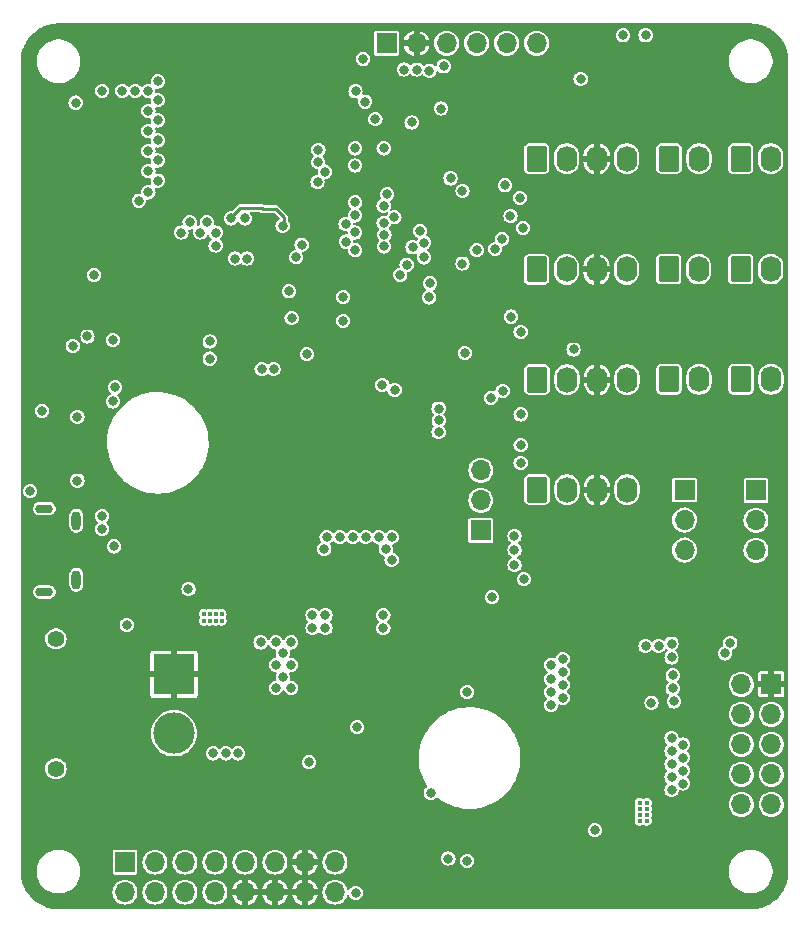
<source format=gbr>
%TF.GenerationSoftware,KiCad,Pcbnew,8.0.2*%
%TF.CreationDate,2024-07-11T10:10:58+02:00*%
%TF.ProjectId,HomeAssistant,486f6d65-4173-4736-9973-74616e742e6b,0.1*%
%TF.SameCoordinates,Original*%
%TF.FileFunction,Copper,L2,Inr*%
%TF.FilePolarity,Positive*%
%FSLAX46Y46*%
G04 Gerber Fmt 4.6, Leading zero omitted, Abs format (unit mm)*
G04 Created by KiCad (PCBNEW 8.0.2) date 2024-07-11 10:10:58*
%MOMM*%
%LPD*%
G01*
G04 APERTURE LIST*
G04 Aperture macros list*
%AMRoundRect*
0 Rectangle with rounded corners*
0 $1 Rounding radius*
0 $2 $3 $4 $5 $6 $7 $8 $9 X,Y pos of 4 corners*
0 Add a 4 corners polygon primitive as box body*
4,1,4,$2,$3,$4,$5,$6,$7,$8,$9,$2,$3,0*
0 Add four circle primitives for the rounded corners*
1,1,$1+$1,$2,$3*
1,1,$1+$1,$4,$5*
1,1,$1+$1,$6,$7*
1,1,$1+$1,$8,$9*
0 Add four rect primitives between the rounded corners*
20,1,$1+$1,$2,$3,$4,$5,0*
20,1,$1+$1,$4,$5,$6,$7,0*
20,1,$1+$1,$6,$7,$8,$9,0*
20,1,$1+$1,$8,$9,$2,$3,0*%
G04 Aperture macros list end*
%TA.AperFunction,ComponentPad*%
%ADD10R,1.700000X1.700000*%
%TD*%
%TA.AperFunction,ComponentPad*%
%ADD11O,1.700000X1.700000*%
%TD*%
%TA.AperFunction,ComponentPad*%
%ADD12RoundRect,0.250000X-0.620000X-0.845000X0.620000X-0.845000X0.620000X0.845000X-0.620000X0.845000X0*%
%TD*%
%TA.AperFunction,ComponentPad*%
%ADD13O,1.740000X2.190000*%
%TD*%
%TA.AperFunction,ComponentPad*%
%ADD14O,0.800000X1.600000*%
%TD*%
%TA.AperFunction,ComponentPad*%
%ADD15O,1.500000X0.750000*%
%TD*%
%TA.AperFunction,ComponentPad*%
%ADD16C,1.400000*%
%TD*%
%TA.AperFunction,ComponentPad*%
%ADD17R,3.500000X3.500000*%
%TD*%
%TA.AperFunction,ComponentPad*%
%ADD18C,3.500000*%
%TD*%
%TA.AperFunction,ViaPad*%
%ADD19C,0.800000*%
%TD*%
%TA.AperFunction,ViaPad*%
%ADD20C,0.450000*%
%TD*%
%TA.AperFunction,Conductor*%
%ADD21C,0.250000*%
%TD*%
G04 APERTURE END LIST*
D10*
%TO.N,+3V3_ED*%
%TO.C,JP3*%
X103950000Y-92915000D03*
D11*
%TO.N,/IO Connectors/V_OUT_3*%
X103950000Y-90375000D03*
%TO.N,+5V_ED*%
X103950000Y-87835000D03*
%TD*%
D10*
%TO.N,/IO Connectors/GPIO13*%
%TO.C,J4*%
X73825000Y-121010000D03*
D11*
%TO.N,/IO Connectors/GPIO12*%
X73825000Y-123550000D03*
%TO.N,/IO Connectors/GPIO5*%
X76365000Y-121010000D03*
%TO.N,/IO Connectors/GPIO4*%
X76365000Y-123550000D03*
%TO.N,/IO Connectors/GPIO15*%
X78905000Y-121010000D03*
%TO.N,/IO Connectors/GPIO14*%
X78905000Y-123550000D03*
%TO.N,/IO Connectors/GPIO3*%
X81445000Y-121010000D03*
%TO.N,/IO Connectors/GPIO2*%
X81445000Y-123550000D03*
%TO.N,+3V3_ED*%
X83985000Y-121010000D03*
%TO.N,GND*%
X83985000Y-123550000D03*
%TO.N,+5V_ED*%
X86525000Y-121010000D03*
%TO.N,GND*%
X86525000Y-123550000D03*
X89065000Y-121010000D03*
X89065000Y-123550000D03*
%TO.N,+12V_FILT*%
X91605000Y-121010000D03*
X91605000Y-123550000D03*
%TD*%
D12*
%TO.N,/IO Connectors/V_OUT_2*%
%TO.C,J9*%
X119880000Y-61450000D03*
D13*
%TO.N,/IO Connectors/Q6_NEG*%
X122420000Y-61450000D03*
%TD*%
D12*
%TO.N,/IO Connectors/V_OUT_3*%
%TO.C,J12*%
X108680000Y-61450000D03*
D13*
%TO.N,/IO Connectors/OUT_12*%
X111220000Y-61450000D03*
%TO.N,GND*%
X113760000Y-61450000D03*
%TO.N,/IO Connectors/IN_12*%
X116300000Y-61450000D03*
%TD*%
D12*
%TO.N,/IO Connectors/V_OUT_1*%
%TO.C,J8*%
X125980000Y-80120000D03*
D13*
%TO.N,/IO Connectors/Q5_NEG*%
X128520000Y-80120000D03*
%TD*%
D10*
%TO.N,GND*%
%TO.C,J5*%
X128550000Y-105950000D03*
D11*
%TO.N,+3V3_ED*%
X126010000Y-105950000D03*
%TO.N,/IO Connectors/GPIO37{slash}MISO*%
X128550000Y-108490000D03*
%TO.N,/IO Connectors/GPIO36{slash}CLK*%
X126010000Y-108490000D03*
%TO.N,/IO Connectors/GPIO34{slash}CS*%
X128550000Y-111030000D03*
%TO.N,/IO Connectors/GPIO35{slash}MOSI*%
X126010000Y-111030000D03*
%TO.N,/IO Connectors/GPIO9{slash}I2CSCL*%
X128550000Y-113570000D03*
%TO.N,/IO Connectors/GPIO8{slash}I2CSDA*%
X126010000Y-113570000D03*
%TO.N,/IO Connectors/GPIO7*%
X128550000Y-116110000D03*
%TO.N,/IO Connectors/GPIO6*%
X126010000Y-116110000D03*
%TD*%
D12*
%TO.N,/IO Connectors/V_OUT_2*%
%TO.C,J11*%
X119890000Y-80120000D03*
D13*
%TO.N,/IO Connectors/Q8_NEG*%
X122430000Y-80120000D03*
%TD*%
D10*
%TO.N,+5V_ED*%
%TO.C,JP1*%
X127250000Y-89525000D03*
D11*
%TO.N,/IO Connectors/V_OUT_1*%
X127250000Y-92065000D03*
%TO.N,+12V_FILT*%
X127250000Y-94605000D03*
%TD*%
D10*
%TO.N,+3V3_ED*%
%TO.C,JP2*%
X121200000Y-89500000D03*
D11*
%TO.N,/IO Connectors/V_OUT_2*%
X121200000Y-92040000D03*
%TO.N,+5V_ED*%
X121200000Y-94580000D03*
%TD*%
D12*
%TO.N,/IO Connectors/V_OUT_3*%
%TO.C,J14*%
X108700000Y-80150000D03*
D13*
%TO.N,/IO Connectors/OUT_14*%
X111240000Y-80150000D03*
%TO.N,GND*%
X113780000Y-80150000D03*
%TO.N,/IO Connectors/IN_14*%
X116320000Y-80150000D03*
%TD*%
D10*
%TO.N,+3V3_FUSED*%
%TO.C,J3*%
X95975000Y-51675000D03*
D11*
%TO.N,GND*%
X98515000Y-51675000D03*
%TO.N,/IO Connectors/U0RXD*%
X101055000Y-51675000D03*
%TO.N,/IO Connectors/U0TXD*%
X103595000Y-51675000D03*
%TO.N,/IO Connectors/GPIO0*%
X106135000Y-51675000D03*
%TO.N,/IO Connectors/CHIP_PU*%
X108675000Y-51675000D03*
%TD*%
D12*
%TO.N,/IO Connectors/V_OUT_2*%
%TO.C,J10*%
X119860000Y-70800000D03*
D13*
%TO.N,/IO Connectors/Q7_NEG*%
X122400000Y-70800000D03*
%TD*%
D12*
%TO.N,/IO Connectors/V_OUT_1*%
%TO.C,J6*%
X125960000Y-61450000D03*
D13*
%TO.N,/IO Connectors/Q3_NEG*%
X128500000Y-61450000D03*
%TD*%
D14*
%TO.N,/Power/SGND*%
%TO.C,J1*%
X69700000Y-92100000D03*
X69700000Y-97100000D03*
D15*
X67000000Y-91075000D03*
X67000000Y-98125000D03*
%TD*%
D12*
%TO.N,/IO Connectors/V_OUT_1*%
%TO.C,J7*%
X125960000Y-70800000D03*
D13*
%TO.N,/IO Connectors/Q4_NEG*%
X128500000Y-70800000D03*
%TD*%
D16*
%TO.N,*%
%TO.C,J2*%
X67975000Y-113100000D03*
X67975000Y-102100000D03*
D17*
%TO.N,GND*%
X77975000Y-105100000D03*
D18*
%TO.N,+12V*%
X77975000Y-110100000D03*
%TD*%
D12*
%TO.N,/IO Connectors/V_OUT_3*%
%TO.C,J15*%
X108700000Y-89470000D03*
D13*
%TO.N,/IO Connectors/OUT_15*%
X111240000Y-89470000D03*
%TO.N,GND*%
X113780000Y-89470000D03*
%TO.N,/IO Connectors/IN_15*%
X116320000Y-89470000D03*
%TD*%
D12*
%TO.N,/IO Connectors/V_OUT_3*%
%TO.C,J13*%
X108670000Y-70830000D03*
D13*
%TO.N,/IO Connectors/OUT_13*%
X111210000Y-70830000D03*
%TO.N,GND*%
X113750000Y-70830000D03*
%TO.N,/IO Connectors/IN_13*%
X116290000Y-70830000D03*
%TD*%
D19*
%TO.N,GND*%
X102700000Y-123800000D03*
X84900000Y-72900000D03*
X85900000Y-57300000D03*
X114300000Y-109400000D03*
X106450000Y-54100000D03*
X68700000Y-61500000D03*
X83100000Y-97900000D03*
X95037383Y-57098422D03*
X88250000Y-56250000D03*
X105900000Y-103200000D03*
X82900000Y-74900000D03*
X110550000Y-94600000D03*
X92299838Y-74151063D03*
X81661000Y-52070000D03*
X124624500Y-76300000D03*
X110500000Y-66900000D03*
X75600000Y-96900000D03*
X73100000Y-50900000D03*
X85471000Y-52070000D03*
X67500000Y-59700000D03*
X87000000Y-61250000D03*
X112600000Y-116000000D03*
X84500000Y-61250000D03*
X116500000Y-109400000D03*
X81200000Y-96800000D03*
X105900000Y-104400000D03*
X77089000Y-65151000D03*
X80600000Y-97900000D03*
X98371845Y-64713486D03*
X81800000Y-94300000D03*
X82425530Y-103524823D03*
X107200000Y-105600000D03*
X93900000Y-105000000D03*
X82900000Y-73900000D03*
X99336779Y-61063221D03*
X90551000Y-52070000D03*
X82000000Y-55000000D03*
X82000000Y-58750000D03*
X74800000Y-78400000D03*
X71900000Y-95600000D03*
X82931000Y-52070000D03*
X83800000Y-96800000D03*
X115450000Y-114300000D03*
X88250000Y-55000000D03*
X104850000Y-74450000D03*
X118424500Y-66800000D03*
X95010000Y-116950000D03*
X82000000Y-56250000D03*
X100600000Y-58300000D03*
X82000000Y-57500000D03*
X84300000Y-56300000D03*
X84201000Y-52070000D03*
X83200000Y-95700000D03*
X81200000Y-82550000D03*
X86741000Y-52070000D03*
X124200500Y-86000000D03*
X91400000Y-98100000D03*
X118300500Y-85700000D03*
X85900000Y-59000000D03*
X115600000Y-115800000D03*
X83200000Y-59000000D03*
X84300000Y-59000000D03*
X85750000Y-61250000D03*
X111400000Y-118100000D03*
X83250000Y-55000000D03*
X83670388Y-69023963D03*
X115500000Y-112950000D03*
X84300000Y-57300000D03*
X83250000Y-61250000D03*
X92600000Y-98100000D03*
X118600000Y-75700000D03*
X71900000Y-50900000D03*
X83900000Y-72900000D03*
X113700000Y-116700000D03*
X103600000Y-65700000D03*
X110500000Y-76200000D03*
X87000000Y-55000000D03*
X75600000Y-98100000D03*
X84500000Y-55000000D03*
X115000000Y-117300000D03*
X111400000Y-115400000D03*
X115400000Y-109400000D03*
X81850000Y-110150000D03*
X80600000Y-95700000D03*
X124624500Y-66500000D03*
X79121000Y-52070000D03*
X85878457Y-78396312D03*
X66362500Y-85937500D03*
X98510000Y-115950000D03*
X85750000Y-55000000D03*
X88011000Y-52070000D03*
X88250000Y-60000000D03*
X90932000Y-64135000D03*
X84900000Y-73900000D03*
X88250000Y-57500000D03*
X92600000Y-104400000D03*
X105900000Y-105600000D03*
X115500000Y-111750000D03*
X88250000Y-58750000D03*
X85800000Y-68500000D03*
X83200000Y-57300000D03*
X81300000Y-98900000D03*
X81900000Y-97900000D03*
X75400000Y-93700000D03*
X115500000Y-110650000D03*
X103532799Y-54082799D03*
X83900000Y-74900000D03*
X88250000Y-61250000D03*
X89281000Y-52070000D03*
X93900000Y-108500000D03*
X84900000Y-74900000D03*
X77200000Y-90800000D03*
X87000000Y-59000000D03*
X104950000Y-54100000D03*
X80500000Y-94300000D03*
X87000000Y-57300000D03*
X93091000Y-51054000D03*
X82900000Y-72900000D03*
X85900000Y-56300000D03*
X82500000Y-96800000D03*
X84300000Y-60100000D03*
X112600000Y-117400000D03*
X81900000Y-95700000D03*
X67800000Y-80600000D03*
X83900000Y-73900000D03*
X82000000Y-60000000D03*
X93800000Y-98100000D03*
X80391000Y-52070000D03*
X93900000Y-107400000D03*
X74300000Y-50900000D03*
X77089000Y-51181000D03*
X107400000Y-84500000D03*
X67800000Y-70000000D03*
X85900000Y-60100000D03*
X116400000Y-116800000D03*
X84300000Y-97900000D03*
X111400000Y-116700000D03*
X82000000Y-61250000D03*
X102850000Y-74500000D03*
X74700000Y-74300000D03*
X95880591Y-56392409D03*
X85800000Y-67500000D03*
%TO.N,VBUS*%
X72900000Y-94275000D03*
X70650000Y-76500000D03*
X71900000Y-92800000D03*
X71900000Y-91700000D03*
X89410000Y-112550000D03*
%TO.N,/Processor/GPIO0*%
X97435250Y-53900500D03*
X69400000Y-77300000D03*
X76600000Y-54900000D03*
%TO.N,/Processor/CHIP_PU*%
X81000000Y-76925500D03*
X81000000Y-78374500D03*
X89225500Y-77999647D03*
X100600000Y-57200000D03*
D20*
%TO.N,/Power/SW3V3*%
X80500000Y-100000000D03*
D19*
X89700000Y-101200000D03*
D20*
X81000000Y-100000000D03*
D19*
X90800000Y-101200000D03*
X90800000Y-100100000D03*
X95700000Y-101200000D03*
X79200000Y-97900000D03*
D20*
X81500000Y-100550000D03*
D19*
X89700000Y-100100000D03*
D20*
X82000000Y-100550000D03*
X80500000Y-100550000D03*
X81500000Y-100000000D03*
X82000000Y-100000000D03*
X81000000Y-100550000D03*
D19*
X95700000Y-100100000D03*
D20*
%TO.N,/Power/SW5V*%
X118000000Y-116500000D03*
D19*
X120100000Y-102500000D03*
D20*
X117400000Y-117000000D03*
D19*
X118400000Y-107500000D03*
X120300000Y-107400000D03*
D20*
X117400000Y-116000000D03*
D19*
X117900000Y-102700000D03*
X120200000Y-106300000D03*
X120200000Y-105200000D03*
D20*
X118000000Y-117000000D03*
X118000000Y-116000000D03*
D19*
X119000000Y-102700000D03*
D20*
X117400000Y-116500000D03*
X118000000Y-117500000D03*
X117400000Y-117488000D03*
D19*
X113600000Y-118300000D03*
X120100049Y-103675451D03*
%TO.N,/Processor/RGB_CTRL*%
X84000000Y-66500000D03*
X75000000Y-65000000D03*
%TO.N,/IO Connectors/GPIO46*%
X107257433Y-64767165D03*
X100800000Y-53624500D03*
X93980000Y-53000000D03*
%TO.N,/IO Connectors/GPIO17*%
X95611055Y-80608445D03*
X87175211Y-67124789D03*
X111800000Y-77600000D03*
X82811751Y-66502205D03*
%TO.N,/IO Connectors/GPIO33*%
X107324500Y-83100000D03*
X96657253Y-81018247D03*
%TO.N,/IO Connectors/GPIO39*%
X95720500Y-60575500D03*
X93313500Y-60575500D03*
%TO.N,/Power/R47D16*%
X102800000Y-120900000D03*
%TO.N,/Power/R48D17*%
X101200000Y-120700000D03*
%TO.N,/Power/RD18*%
X93350000Y-123600000D03*
%TO.N,/IO Connectors/GPIO3*%
X93313500Y-66247699D03*
X75800000Y-57400000D03*
X95720500Y-65425170D03*
%TO.N,/IO Connectors/GPIO2*%
X93313500Y-65151000D03*
X76600000Y-56500000D03*
X96022345Y-64472335D03*
%TO.N,+12V_FILT*%
X87200000Y-105300000D03*
X86600000Y-104300000D03*
X121050000Y-114350000D03*
X120100000Y-112700000D03*
X121050000Y-112150000D03*
X121050000Y-113250000D03*
X73971987Y-100928795D03*
X120100000Y-111600000D03*
X87900000Y-106250000D03*
X120100000Y-113800000D03*
X86600000Y-106250000D03*
X85300000Y-102400000D03*
X86600000Y-102400000D03*
X87200000Y-103300000D03*
X87900000Y-102400000D03*
X121050000Y-111050000D03*
X87900000Y-104300000D03*
X99710000Y-115150000D03*
X120100000Y-110500000D03*
X120100000Y-114900000D03*
%TO.N,+3V3_FUSED*%
X71900000Y-55700000D03*
X69650000Y-56700000D03*
X81500000Y-67700000D03*
X72800000Y-76800000D03*
X81500000Y-68800000D03*
X98097778Y-58381672D03*
X73600000Y-55700000D03*
X93485315Y-109585315D03*
X102800000Y-106600000D03*
X71200000Y-71300000D03*
X74696234Y-55700000D03*
%TO.N,/IO Connectors/GPIO6*%
X125074500Y-102441758D03*
X99139000Y-68550000D03*
X92527289Y-68465909D03*
X95784500Y-67872121D03*
X76600000Y-59900000D03*
%TO.N,+3V3_ED*%
X95900000Y-94500000D03*
X96400000Y-93500000D03*
X106800000Y-94600000D03*
X106800000Y-95850000D03*
X93100000Y-93500000D03*
X92000000Y-93500000D03*
X94200000Y-93500000D03*
X96400000Y-95400000D03*
X106800000Y-93400000D03*
X90900000Y-93500000D03*
X82350000Y-111800000D03*
X95300000Y-93500000D03*
X81300000Y-111800000D03*
X90700000Y-94500000D03*
X83400000Y-111800000D03*
%TO.N,+5V_ED*%
X109900000Y-104300000D03*
X110900000Y-106000000D03*
X110900000Y-107100000D03*
X110900000Y-103800000D03*
X109900000Y-107700000D03*
X109900000Y-105500000D03*
X109900000Y-106600000D03*
X110900000Y-104900000D03*
%TO.N,/Processor/DTR*%
X87933505Y-74950500D03*
X87700000Y-72675500D03*
%TO.N,/IO Connectors/R30Q4*%
X106463507Y-66300000D03*
X107520500Y-67300000D03*
%TO.N,/IO Connectors/R31Q5*%
X104800000Y-81700000D03*
X107324500Y-87200000D03*
%TO.N,/IO Connectors/R33Q7*%
X106500000Y-74824500D03*
X107324500Y-76100000D03*
%TO.N,/IO Connectors/R34Q8*%
X105800000Y-81100000D03*
X107324500Y-85700000D03*
%TO.N,/Power/USB_N*%
X83148400Y-69900000D03*
X85398400Y-79272983D03*
%TO.N,/Processor/GPIO8{slash}I2CSDA*%
X76600000Y-61600000D03*
X88780461Y-68730039D03*
%TO.N,/Processor/GPIO9{slash}I2CSCL*%
X75800000Y-62500000D03*
X88316701Y-69783299D03*
%TO.N,/Processor/U0RXD*%
X92300008Y-73151561D03*
X73000000Y-80800000D03*
X66800000Y-82800000D03*
X94164286Y-56611897D03*
%TO.N,/Processor/U0TXD*%
X92300000Y-75175500D03*
X72800000Y-82000000D03*
X65800000Y-89600000D03*
X95024500Y-58097840D03*
%TO.N,/IO Connectors/GPIO21*%
X90127338Y-63422662D03*
X93313500Y-62024500D03*
%TO.N,/IO Connectors/GPIO45*%
X99600000Y-54000000D03*
X93345000Y-55753000D03*
%TO.N,/IO Connectors/Q3_BUFF*%
X102400000Y-70325500D03*
%TO.N,/IO Connectors/Q4_BUFF*%
X103599680Y-69200320D03*
%TO.N,/IO Connectors/Q5_BUFF*%
X105173459Y-69080444D03*
%TO.N,/IO Connectors/Q6_BUFF*%
X106000000Y-63700000D03*
%TO.N,/IO Connectors/Q7_BUFF*%
X102400000Y-64175500D03*
%TO.N,/IO Connectors/Q8_BUFF*%
X102600000Y-77900000D03*
X105739007Y-68256332D03*
X101386779Y-63113221D03*
%TO.N,/Processor/GPIO1*%
X98514750Y-53900500D03*
X75800000Y-55700000D03*
%TO.N,/Processor/GPIO4*%
X96636652Y-66410652D03*
X76600000Y-58200000D03*
X92495913Y-66972199D03*
%TO.N,/Processor/GPIO5*%
X95720500Y-66874670D03*
X93313500Y-67696699D03*
X75800000Y-59100000D03*
%TO.N,/Processor/GPIO7*%
X93313500Y-69190409D03*
X124624500Y-103334228D03*
X99125000Y-69800000D03*
X75800000Y-60800000D03*
X95755394Y-68871199D03*
%TO.N,/Processor/GPIO10*%
X76600000Y-63300000D03*
X98809561Y-67559732D03*
%TO.N,/Processor/GPIO11*%
X98169995Y-68951006D03*
X104903266Y-98575500D03*
X100374500Y-84611475D03*
X75800000Y-64300000D03*
X107600000Y-97050000D03*
%TO.N,/Processor/GPIO12*%
X97675500Y-70424100D03*
X100387048Y-83612051D03*
X78600000Y-67700000D03*
%TO.N,/Processor/GPIO13*%
X97135091Y-71264909D03*
X79295098Y-66835582D03*
X100374500Y-82600000D03*
%TO.N,/Processor/GPIO14*%
X99649747Y-72011247D03*
X80200000Y-67700000D03*
%TO.N,/Processor/GPIO15*%
X99588500Y-73192469D03*
X80744598Y-66844598D03*
%TO.N,/Processor/GPIO19*%
X90187299Y-61737299D03*
X117900000Y-51000000D03*
%TO.N,/Processor/GPIO20*%
X90756268Y-62559053D03*
X112400000Y-54700000D03*
%TO.N,/Processor/USB_P*%
X86401600Y-79272983D03*
X84151600Y-69900000D03*
%TO.N,Net-(D19-Pad2)*%
X69800000Y-83300000D03*
%TO.N,Net-(D20-Pad2)*%
X69800000Y-88700000D03*
%TO.N,/Processor/GPIO16*%
X116000000Y-51000500D03*
X90200000Y-60700000D03*
%TD*%
D21*
%TO.N,/IO Connectors/GPIO17*%
X86300000Y-65700000D02*
X86600000Y-65700000D01*
X87300000Y-67000000D02*
X87175211Y-67124789D01*
X86600000Y-65700000D02*
X87300000Y-66400000D01*
X82811751Y-66502205D02*
X82811751Y-66388249D01*
X82811751Y-66388249D02*
X83600000Y-65600000D01*
X87300000Y-66400000D02*
X87300000Y-67000000D01*
X85500000Y-65700000D02*
X86300000Y-65700000D01*
X85400000Y-65600000D02*
X85500000Y-65700000D01*
X83600000Y-65600000D02*
X85400000Y-65600000D01*
%TD*%
%TA.AperFunction,Conductor*%
%TO.N,GND*%
G36*
X126847414Y-50000003D02*
G01*
X126848138Y-50000008D01*
X126849258Y-50000016D01*
X126850660Y-50000036D01*
X126852721Y-50000081D01*
X126853225Y-50000094D01*
X127016647Y-50004871D01*
X127019049Y-50004971D01*
X127025291Y-50005306D01*
X127030129Y-50005683D01*
X127036387Y-50006326D01*
X127038756Y-50006599D01*
X127367929Y-50048530D01*
X127370656Y-50048917D01*
X127377713Y-50050016D01*
X127383170Y-50051022D01*
X127384826Y-50051375D01*
X127390137Y-50052508D01*
X127392854Y-50053126D01*
X127713771Y-50130910D01*
X127716458Y-50131601D01*
X127720553Y-50132714D01*
X127723312Y-50133464D01*
X127728655Y-50135077D01*
X127735405Y-50137323D01*
X127738006Y-50138228D01*
X128048421Y-50251143D01*
X128050958Y-50252107D01*
X128055741Y-50253999D01*
X128057572Y-50254723D01*
X128062703Y-50256919D01*
X128069163Y-50259899D01*
X128071633Y-50261080D01*
X128367572Y-50407687D01*
X128370059Y-50408963D01*
X128376323Y-50412286D01*
X128381162Y-50415026D01*
X128387285Y-50418724D01*
X128389608Y-50420172D01*
X128645180Y-50584363D01*
X128667433Y-50598659D01*
X128669761Y-50600200D01*
X128675636Y-50604209D01*
X128680158Y-50607483D01*
X128685798Y-50611809D01*
X128687995Y-50613543D01*
X128944299Y-50821710D01*
X128946439Y-50823498D01*
X128951839Y-50828138D01*
X128955957Y-50831879D01*
X128961133Y-50836853D01*
X128963052Y-50838750D01*
X129194722Y-51074067D01*
X129196661Y-51076092D01*
X129201510Y-51081300D01*
X129205192Y-51085480D01*
X129209725Y-51090924D01*
X129211486Y-51093101D01*
X129415653Y-51352665D01*
X129417352Y-51354887D01*
X129421577Y-51360577D01*
X129424784Y-51365157D01*
X129428685Y-51371071D01*
X129430187Y-51373418D01*
X129604321Y-51654013D01*
X129605756Y-51656398D01*
X129609323Y-51662519D01*
X129612004Y-51667429D01*
X129615240Y-51673769D01*
X129616468Y-51676259D01*
X129758401Y-51974381D01*
X129759565Y-51976916D01*
X129762448Y-51983431D01*
X129764569Y-51988607D01*
X129767077Y-51995250D01*
X129768026Y-51997875D01*
X129876038Y-52309903D01*
X129876917Y-52312559D01*
X129879051Y-52319327D01*
X129880581Y-52324695D01*
X129882344Y-52331601D01*
X129882997Y-52334318D01*
X129955751Y-52656382D01*
X129956330Y-52659122D01*
X129957701Y-52666088D01*
X129958628Y-52671600D01*
X129959610Y-52678631D01*
X129959957Y-52681394D01*
X129996736Y-53011117D01*
X129996978Y-53013562D01*
X129997519Y-53019789D01*
X129997824Y-53024669D01*
X129998059Y-53030842D01*
X129998123Y-53033301D01*
X129999981Y-53169938D01*
X129999986Y-53170406D01*
X129999993Y-53171188D01*
X129999995Y-53171595D01*
X130000000Y-53172702D01*
X130000000Y-121846690D01*
X129999997Y-121847468D01*
X129999983Y-121849278D01*
X129999962Y-121850698D01*
X129999920Y-121852620D01*
X129999901Y-121853361D01*
X129995129Y-122016618D01*
X129995027Y-122019071D01*
X129994694Y-122025275D01*
X129994312Y-122030169D01*
X129993678Y-122036337D01*
X129993399Y-122038763D01*
X129951469Y-122367922D01*
X129951078Y-122370684D01*
X129949990Y-122377673D01*
X129948975Y-122383177D01*
X129947491Y-122390137D01*
X129946872Y-122392856D01*
X129869091Y-122713763D01*
X129868398Y-122716458D01*
X129866536Y-122723307D01*
X129864916Y-122728672D01*
X129862681Y-122735390D01*
X129861765Y-122738022D01*
X129748871Y-123048380D01*
X129747877Y-123050997D01*
X129745276Y-123057572D01*
X129743080Y-123062703D01*
X129740115Y-123069131D01*
X129738910Y-123071651D01*
X129592312Y-123367572D01*
X129591036Y-123370059D01*
X129587713Y-123376323D01*
X129584962Y-123381180D01*
X129581304Y-123387238D01*
X129579824Y-123389613D01*
X129401340Y-123667433D01*
X129399799Y-123669761D01*
X129395790Y-123675636D01*
X129392516Y-123680158D01*
X129388190Y-123685798D01*
X129386456Y-123687995D01*
X129178289Y-123944299D01*
X129176501Y-123946439D01*
X129171861Y-123951839D01*
X129168103Y-123955975D01*
X129163181Y-123961096D01*
X129161235Y-123963066D01*
X128925932Y-124194722D01*
X128923907Y-124196661D01*
X128918699Y-124201510D01*
X128914519Y-124205192D01*
X128909075Y-124209725D01*
X128906898Y-124211486D01*
X128647334Y-124415653D01*
X128645112Y-124417352D01*
X128639422Y-124421577D01*
X128634842Y-124424784D01*
X128628928Y-124428685D01*
X128626581Y-124430187D01*
X128345986Y-124604321D01*
X128343601Y-124605756D01*
X128337497Y-124609314D01*
X128332570Y-124612004D01*
X128326230Y-124615240D01*
X128323740Y-124616468D01*
X128025618Y-124758401D01*
X128023083Y-124759565D01*
X128016568Y-124762448D01*
X128011392Y-124764569D01*
X128004749Y-124767077D01*
X128002124Y-124768026D01*
X127690096Y-124876038D01*
X127687440Y-124876917D01*
X127680672Y-124879051D01*
X127675304Y-124880581D01*
X127668398Y-124882344D01*
X127665681Y-124882997D01*
X127343617Y-124955751D01*
X127340877Y-124956330D01*
X127333911Y-124957701D01*
X127328399Y-124958628D01*
X127321368Y-124959610D01*
X127318605Y-124959957D01*
X126988882Y-124996736D01*
X126986437Y-124996978D01*
X126980210Y-124997519D01*
X126975330Y-124997824D01*
X126969157Y-124998059D01*
X126966698Y-124998123D01*
X126830196Y-124999979D01*
X126829812Y-124999983D01*
X126828892Y-124999992D01*
X126828340Y-124999996D01*
X126828003Y-124999997D01*
X126827453Y-124999999D01*
X126827209Y-125000000D01*
X68153309Y-125000000D01*
X68152600Y-124999997D01*
X68151775Y-124999991D01*
X68150721Y-124999983D01*
X68149301Y-124999962D01*
X68147379Y-124999920D01*
X68146638Y-124999901D01*
X67983381Y-124995129D01*
X67980928Y-124995027D01*
X67974724Y-124994694D01*
X67969832Y-124994312D01*
X67968555Y-124994180D01*
X67963662Y-124993678D01*
X67961236Y-124993399D01*
X67632077Y-124951469D01*
X67629315Y-124951078D01*
X67625198Y-124950437D01*
X67622314Y-124949987D01*
X67616822Y-124948975D01*
X67609862Y-124947491D01*
X67607143Y-124946872D01*
X67286236Y-124869091D01*
X67283541Y-124868398D01*
X67276692Y-124866536D01*
X67271327Y-124864916D01*
X67264609Y-124862681D01*
X67261977Y-124861765D01*
X66951619Y-124748871D01*
X66949002Y-124747877D01*
X66942427Y-124745276D01*
X66937296Y-124743080D01*
X66930868Y-124740115D01*
X66928348Y-124738910D01*
X66632427Y-124592312D01*
X66629940Y-124591036D01*
X66623676Y-124587713D01*
X66618819Y-124584962D01*
X66612733Y-124581287D01*
X66610386Y-124579824D01*
X66332566Y-124401340D01*
X66330238Y-124399799D01*
X66324363Y-124395790D01*
X66319841Y-124392516D01*
X66314201Y-124388190D01*
X66312004Y-124386456D01*
X66055700Y-124178289D01*
X66053560Y-124176501D01*
X66048160Y-124171861D01*
X66044041Y-124168118D01*
X66038867Y-124163146D01*
X66036933Y-124161235D01*
X66014291Y-124138237D01*
X65805265Y-123925919D01*
X65803338Y-123923907D01*
X65798489Y-123918699D01*
X65794807Y-123914519D01*
X65790274Y-123909075D01*
X65788513Y-123906898D01*
X65584346Y-123647334D01*
X65582668Y-123645140D01*
X65578418Y-123639417D01*
X65575215Y-123634842D01*
X65571314Y-123628928D01*
X65569812Y-123626581D01*
X65395678Y-123345986D01*
X65394243Y-123343601D01*
X65394145Y-123343433D01*
X65390669Y-123337468D01*
X65387995Y-123332570D01*
X65384759Y-123326230D01*
X65383531Y-123323740D01*
X65241598Y-123025618D01*
X65240434Y-123023083D01*
X65237551Y-123016568D01*
X65235438Y-123011411D01*
X65232912Y-123004721D01*
X65231973Y-123002124D01*
X65218001Y-122961762D01*
X65123952Y-122690070D01*
X65123099Y-122687492D01*
X65120944Y-122680658D01*
X65119418Y-122675304D01*
X65117655Y-122668398D01*
X65117002Y-122665681D01*
X65116896Y-122665211D01*
X65044239Y-122343575D01*
X65043669Y-122340877D01*
X65042298Y-122333911D01*
X65041371Y-122328399D01*
X65040389Y-122321368D01*
X65040042Y-122318605D01*
X65003257Y-121988822D01*
X65003021Y-121986437D01*
X65002480Y-121980210D01*
X65002176Y-121975351D01*
X65001937Y-121969074D01*
X65001877Y-121966755D01*
X65000019Y-121830060D01*
X65000006Y-121828800D01*
X65000003Y-121828237D01*
X65000001Y-121827626D01*
X65000000Y-121827297D01*
X65000000Y-121678709D01*
X66349500Y-121678709D01*
X66349500Y-121921290D01*
X66381159Y-122161774D01*
X66381160Y-122161783D01*
X66443945Y-122396100D01*
X66443946Y-122396102D01*
X66536775Y-122620211D01*
X66658063Y-122830289D01*
X66805730Y-123022733D01*
X66977266Y-123194269D01*
X67169710Y-123341936D01*
X67379788Y-123463224D01*
X67603897Y-123556053D01*
X67603899Y-123556054D01*
X67707214Y-123583737D01*
X67838211Y-123618838D01*
X67838213Y-123618838D01*
X67838216Y-123618839D01*
X67838225Y-123618840D01*
X68078710Y-123650500D01*
X68078712Y-123650500D01*
X68321290Y-123650500D01*
X68561774Y-123618840D01*
X68561783Y-123618839D01*
X68561784Y-123618838D01*
X68561789Y-123618838D01*
X68796100Y-123556054D01*
X68810716Y-123550000D01*
X72766202Y-123550000D01*
X72786547Y-123756561D01*
X72786547Y-123756563D01*
X72786548Y-123756566D01*
X72846795Y-123955179D01*
X72846798Y-123955186D01*
X72944637Y-124138230D01*
X72944642Y-124138237D01*
X72976044Y-124176501D01*
X73076317Y-124298683D01*
X73234724Y-124428685D01*
X73236762Y-124430357D01*
X73236769Y-124430362D01*
X73419813Y-124528201D01*
X73419820Y-124528204D01*
X73581458Y-124577235D01*
X73618439Y-124588453D01*
X73825000Y-124608798D01*
X74031561Y-124588453D01*
X74130872Y-124558327D01*
X74230179Y-124528204D01*
X74230186Y-124528201D01*
X74413230Y-124430362D01*
X74413231Y-124430360D01*
X74413237Y-124430358D01*
X74573683Y-124298683D01*
X74705358Y-124138237D01*
X74707804Y-124133662D01*
X74803201Y-123955186D01*
X74803204Y-123955179D01*
X74847176Y-123810220D01*
X74863453Y-123756561D01*
X74883798Y-123550000D01*
X75306202Y-123550000D01*
X75326547Y-123756561D01*
X75326547Y-123756563D01*
X75326548Y-123756566D01*
X75386795Y-123955179D01*
X75386798Y-123955186D01*
X75484637Y-124138230D01*
X75484642Y-124138237D01*
X75516044Y-124176501D01*
X75616317Y-124298683D01*
X75774724Y-124428685D01*
X75776762Y-124430357D01*
X75776769Y-124430362D01*
X75959813Y-124528201D01*
X75959820Y-124528204D01*
X76121458Y-124577235D01*
X76158439Y-124588453D01*
X76365000Y-124608798D01*
X76571561Y-124588453D01*
X76670872Y-124558327D01*
X76770179Y-124528204D01*
X76770186Y-124528201D01*
X76953230Y-124430362D01*
X76953231Y-124430360D01*
X76953237Y-124430358D01*
X77113683Y-124298683D01*
X77245358Y-124138237D01*
X77247804Y-124133662D01*
X77343201Y-123955186D01*
X77343204Y-123955179D01*
X77387176Y-123810220D01*
X77403453Y-123756561D01*
X77423798Y-123550000D01*
X77846202Y-123550000D01*
X77866547Y-123756561D01*
X77866547Y-123756563D01*
X77866548Y-123756566D01*
X77926795Y-123955179D01*
X77926798Y-123955186D01*
X78024637Y-124138230D01*
X78024642Y-124138237D01*
X78056044Y-124176501D01*
X78156317Y-124298683D01*
X78314724Y-124428685D01*
X78316762Y-124430357D01*
X78316769Y-124430362D01*
X78499813Y-124528201D01*
X78499820Y-124528204D01*
X78661458Y-124577235D01*
X78698439Y-124588453D01*
X78905000Y-124608798D01*
X79111561Y-124588453D01*
X79210872Y-124558327D01*
X79310179Y-124528204D01*
X79310186Y-124528201D01*
X79493230Y-124430362D01*
X79493231Y-124430360D01*
X79493237Y-124430358D01*
X79653683Y-124298683D01*
X79785358Y-124138237D01*
X79787804Y-124133662D01*
X79883201Y-123955186D01*
X79883204Y-123955179D01*
X79927176Y-123810220D01*
X79943453Y-123756561D01*
X79963798Y-123550000D01*
X80386202Y-123550000D01*
X80406547Y-123756561D01*
X80406547Y-123756563D01*
X80406548Y-123756566D01*
X80466795Y-123955179D01*
X80466798Y-123955186D01*
X80564637Y-124138230D01*
X80564642Y-124138237D01*
X80596044Y-124176501D01*
X80696317Y-124298683D01*
X80854724Y-124428685D01*
X80856762Y-124430357D01*
X80856769Y-124430362D01*
X81039813Y-124528201D01*
X81039820Y-124528204D01*
X81201458Y-124577235D01*
X81238439Y-124588453D01*
X81445000Y-124608798D01*
X81651561Y-124588453D01*
X81750872Y-124558327D01*
X81850179Y-124528204D01*
X81850186Y-124528201D01*
X82033230Y-124430362D01*
X82033231Y-124430360D01*
X82033237Y-124430358D01*
X82193683Y-124298683D01*
X82325358Y-124138237D01*
X82327804Y-124133662D01*
X82423201Y-123955186D01*
X82423204Y-123955179D01*
X82467176Y-123810220D01*
X82483453Y-123756561D01*
X82503798Y-123550000D01*
X82483453Y-123343439D01*
X82469063Y-123296000D01*
X82909452Y-123296000D01*
X83554297Y-123296000D01*
X83519075Y-123357007D01*
X83485000Y-123484174D01*
X83485000Y-123615826D01*
X83519075Y-123742993D01*
X83554297Y-123804000D01*
X82909452Y-123804000D01*
X82951140Y-123950520D01*
X83042334Y-124133662D01*
X83042337Y-124133667D01*
X83165639Y-124296947D01*
X83316839Y-124434785D01*
X83316843Y-124434788D01*
X83490798Y-124542494D01*
X83681586Y-124616406D01*
X83730999Y-124625642D01*
X83731000Y-124625641D01*
X83731000Y-123980702D01*
X83792007Y-124015925D01*
X83919174Y-124050000D01*
X84050826Y-124050000D01*
X84177993Y-124015925D01*
X84239000Y-123980702D01*
X84239000Y-124625642D01*
X84288413Y-124616406D01*
X84479201Y-124542494D01*
X84653156Y-124434788D01*
X84653160Y-124434785D01*
X84804360Y-124296947D01*
X84927662Y-124133667D01*
X84927665Y-124133662D01*
X85018859Y-123950520D01*
X85060548Y-123804000D01*
X84415703Y-123804000D01*
X84450925Y-123742993D01*
X84485000Y-123615826D01*
X84485000Y-123484174D01*
X84450925Y-123357007D01*
X84415703Y-123296000D01*
X85060548Y-123296000D01*
X85449452Y-123296000D01*
X86094297Y-123296000D01*
X86059075Y-123357007D01*
X86025000Y-123484174D01*
X86025000Y-123615826D01*
X86059075Y-123742993D01*
X86094297Y-123804000D01*
X85449452Y-123804000D01*
X85491140Y-123950520D01*
X85582334Y-124133662D01*
X85582337Y-124133667D01*
X85705639Y-124296947D01*
X85856839Y-124434785D01*
X85856843Y-124434788D01*
X86030798Y-124542494D01*
X86221586Y-124616406D01*
X86270999Y-124625642D01*
X86271000Y-124625641D01*
X86271000Y-123980702D01*
X86332007Y-124015925D01*
X86459174Y-124050000D01*
X86590826Y-124050000D01*
X86717993Y-124015925D01*
X86779000Y-123980702D01*
X86779000Y-124625642D01*
X86828413Y-124616406D01*
X87019201Y-124542494D01*
X87193156Y-124434788D01*
X87193160Y-124434785D01*
X87344360Y-124296947D01*
X87467662Y-124133667D01*
X87467665Y-124133662D01*
X87558859Y-123950520D01*
X87600548Y-123804000D01*
X86955703Y-123804000D01*
X86990925Y-123742993D01*
X87025000Y-123615826D01*
X87025000Y-123484174D01*
X86990925Y-123357007D01*
X86955703Y-123296000D01*
X87600548Y-123296000D01*
X87989452Y-123296000D01*
X88634297Y-123296000D01*
X88599075Y-123357007D01*
X88565000Y-123484174D01*
X88565000Y-123615826D01*
X88599075Y-123742993D01*
X88634297Y-123804000D01*
X87989452Y-123804000D01*
X88031140Y-123950520D01*
X88122334Y-124133662D01*
X88122337Y-124133667D01*
X88245639Y-124296947D01*
X88396839Y-124434785D01*
X88396843Y-124434788D01*
X88570798Y-124542494D01*
X88761586Y-124616406D01*
X88810999Y-124625642D01*
X88811000Y-124625641D01*
X88811000Y-123980702D01*
X88872007Y-124015925D01*
X88999174Y-124050000D01*
X89130826Y-124050000D01*
X89257993Y-124015925D01*
X89319000Y-123980702D01*
X89319000Y-124625642D01*
X89368413Y-124616406D01*
X89559201Y-124542494D01*
X89733156Y-124434788D01*
X89733160Y-124434785D01*
X89884360Y-124296947D01*
X90007662Y-124133667D01*
X90007665Y-124133662D01*
X90098859Y-123950520D01*
X90140548Y-123804000D01*
X89495703Y-123804000D01*
X89530925Y-123742993D01*
X89565000Y-123615826D01*
X89565000Y-123550000D01*
X90546202Y-123550000D01*
X90566547Y-123756561D01*
X90566547Y-123756563D01*
X90566548Y-123756566D01*
X90626795Y-123955179D01*
X90626798Y-123955186D01*
X90724637Y-124138230D01*
X90724642Y-124138237D01*
X90756044Y-124176501D01*
X90856317Y-124298683D01*
X91014724Y-124428685D01*
X91016762Y-124430357D01*
X91016769Y-124430362D01*
X91199813Y-124528201D01*
X91199820Y-124528204D01*
X91361458Y-124577235D01*
X91398439Y-124588453D01*
X91605000Y-124608798D01*
X91811561Y-124588453D01*
X91910872Y-124558327D01*
X92010179Y-124528204D01*
X92010186Y-124528201D01*
X92193230Y-124430362D01*
X92193231Y-124430360D01*
X92193237Y-124430358D01*
X92353683Y-124298683D01*
X92485358Y-124138237D01*
X92487804Y-124133662D01*
X92583201Y-123955186D01*
X92583204Y-123955179D01*
X92611703Y-123861228D01*
X92647252Y-123810220D01*
X92705995Y-123789849D01*
X92765492Y-123807897D01*
X92800913Y-123851932D01*
X92822666Y-123904450D01*
X92822670Y-123904457D01*
X92919433Y-124030561D01*
X92919438Y-124030566D01*
X93045542Y-124127329D01*
X93045549Y-124127333D01*
X93192402Y-124188161D01*
X93349997Y-124208909D01*
X93350000Y-124208909D01*
X93350003Y-124208909D01*
X93507597Y-124188161D01*
X93546949Y-124171861D01*
X93654455Y-124127331D01*
X93780564Y-124030564D01*
X93877331Y-123904455D01*
X93938161Y-123757597D01*
X93948356Y-123680158D01*
X93958909Y-123600003D01*
X93958909Y-123599996D01*
X93938161Y-123442402D01*
X93877333Y-123295550D01*
X93877332Y-123295548D01*
X93877331Y-123295547D01*
X93877331Y-123295546D01*
X93780564Y-123169436D01*
X93780563Y-123169435D01*
X93780561Y-123169433D01*
X93654457Y-123072670D01*
X93654450Y-123072666D01*
X93507597Y-123011838D01*
X93350003Y-122991091D01*
X93349997Y-122991091D01*
X93192402Y-123011838D01*
X93045550Y-123072666D01*
X93045543Y-123072670D01*
X92919439Y-123169433D01*
X92919433Y-123169439D01*
X92822670Y-123295543D01*
X92822668Y-123295548D01*
X92818424Y-123305794D01*
X92778045Y-123353071D01*
X92717588Y-123367585D01*
X92660147Y-123343791D01*
X92629214Y-123296497D01*
X92583204Y-123144820D01*
X92583201Y-123144813D01*
X92485362Y-122961769D01*
X92485357Y-122961762D01*
X92353683Y-122801317D01*
X92353682Y-122801316D01*
X92193237Y-122669642D01*
X92193230Y-122669637D01*
X92010186Y-122571798D01*
X92010179Y-122571795D01*
X91811566Y-122511548D01*
X91811563Y-122511547D01*
X91811561Y-122511547D01*
X91605000Y-122491202D01*
X91398439Y-122511547D01*
X91398437Y-122511547D01*
X91398433Y-122511548D01*
X91199820Y-122571795D01*
X91199813Y-122571798D01*
X91016769Y-122669637D01*
X91016762Y-122669642D01*
X90856317Y-122801316D01*
X90856316Y-122801317D01*
X90724642Y-122961762D01*
X90724637Y-122961769D01*
X90626798Y-123144813D01*
X90626795Y-123144820D01*
X90566548Y-123343433D01*
X90566547Y-123343437D01*
X90566547Y-123343439D01*
X90546202Y-123550000D01*
X89565000Y-123550000D01*
X89565000Y-123484174D01*
X89530925Y-123357007D01*
X89495703Y-123296000D01*
X90140548Y-123296000D01*
X90098859Y-123149479D01*
X90007665Y-122966337D01*
X90007662Y-122966332D01*
X89884360Y-122803052D01*
X89733160Y-122665214D01*
X89733156Y-122665211D01*
X89559201Y-122557505D01*
X89368419Y-122483595D01*
X89319000Y-122474357D01*
X89319000Y-123119297D01*
X89257993Y-123084075D01*
X89130826Y-123050000D01*
X88999174Y-123050000D01*
X88872007Y-123084075D01*
X88811000Y-123119297D01*
X88811000Y-122474357D01*
X88761580Y-122483595D01*
X88570798Y-122557505D01*
X88396843Y-122665211D01*
X88396839Y-122665214D01*
X88245639Y-122803052D01*
X88122337Y-122966332D01*
X88122334Y-122966337D01*
X88031140Y-123149479D01*
X87989452Y-123296000D01*
X87600548Y-123296000D01*
X87558859Y-123149479D01*
X87467665Y-122966337D01*
X87467662Y-122966332D01*
X87344360Y-122803052D01*
X87193160Y-122665214D01*
X87193156Y-122665211D01*
X87019201Y-122557505D01*
X86828419Y-122483595D01*
X86779000Y-122474357D01*
X86779000Y-123119297D01*
X86717993Y-123084075D01*
X86590826Y-123050000D01*
X86459174Y-123050000D01*
X86332007Y-123084075D01*
X86271000Y-123119297D01*
X86271000Y-122474357D01*
X86221580Y-122483595D01*
X86030798Y-122557505D01*
X85856843Y-122665211D01*
X85856839Y-122665214D01*
X85705639Y-122803052D01*
X85582337Y-122966332D01*
X85582334Y-122966337D01*
X85491140Y-123149479D01*
X85449452Y-123296000D01*
X85060548Y-123296000D01*
X85018859Y-123149479D01*
X84927665Y-122966337D01*
X84927662Y-122966332D01*
X84804360Y-122803052D01*
X84653160Y-122665214D01*
X84653156Y-122665211D01*
X84479201Y-122557505D01*
X84288419Y-122483595D01*
X84239000Y-122474357D01*
X84239000Y-123119297D01*
X84177993Y-123084075D01*
X84050826Y-123050000D01*
X83919174Y-123050000D01*
X83792007Y-123084075D01*
X83731000Y-123119297D01*
X83731000Y-122474357D01*
X83681580Y-122483595D01*
X83490798Y-122557505D01*
X83316843Y-122665211D01*
X83316839Y-122665214D01*
X83165639Y-122803052D01*
X83042337Y-122966332D01*
X83042334Y-122966337D01*
X82951140Y-123149479D01*
X82909452Y-123296000D01*
X82469063Y-123296000D01*
X82468924Y-123295543D01*
X82423204Y-123144820D01*
X82423201Y-123144813D01*
X82325362Y-122961769D01*
X82325357Y-122961762D01*
X82193683Y-122801317D01*
X82193682Y-122801316D01*
X82033237Y-122669642D01*
X82033230Y-122669637D01*
X81850186Y-122571798D01*
X81850179Y-122571795D01*
X81651566Y-122511548D01*
X81651563Y-122511547D01*
X81651561Y-122511547D01*
X81445000Y-122491202D01*
X81238439Y-122511547D01*
X81238437Y-122511547D01*
X81238433Y-122511548D01*
X81039820Y-122571795D01*
X81039813Y-122571798D01*
X80856769Y-122669637D01*
X80856762Y-122669642D01*
X80696317Y-122801316D01*
X80696316Y-122801317D01*
X80564642Y-122961762D01*
X80564637Y-122961769D01*
X80466798Y-123144813D01*
X80466795Y-123144820D01*
X80406548Y-123343433D01*
X80406547Y-123343437D01*
X80406547Y-123343439D01*
X80386202Y-123550000D01*
X79963798Y-123550000D01*
X79943453Y-123343439D01*
X79928924Y-123295543D01*
X79883204Y-123144820D01*
X79883201Y-123144813D01*
X79785362Y-122961769D01*
X79785357Y-122961762D01*
X79653683Y-122801317D01*
X79653682Y-122801316D01*
X79493237Y-122669642D01*
X79493230Y-122669637D01*
X79310186Y-122571798D01*
X79310179Y-122571795D01*
X79111566Y-122511548D01*
X79111563Y-122511547D01*
X79111561Y-122511547D01*
X78905000Y-122491202D01*
X78698439Y-122511547D01*
X78698437Y-122511547D01*
X78698433Y-122511548D01*
X78499820Y-122571795D01*
X78499813Y-122571798D01*
X78316769Y-122669637D01*
X78316762Y-122669642D01*
X78156317Y-122801316D01*
X78156316Y-122801317D01*
X78024642Y-122961762D01*
X78024637Y-122961769D01*
X77926798Y-123144813D01*
X77926795Y-123144820D01*
X77866548Y-123343433D01*
X77866547Y-123343437D01*
X77866547Y-123343439D01*
X77846202Y-123550000D01*
X77423798Y-123550000D01*
X77403453Y-123343439D01*
X77388924Y-123295543D01*
X77343204Y-123144820D01*
X77343201Y-123144813D01*
X77245362Y-122961769D01*
X77245357Y-122961762D01*
X77113683Y-122801317D01*
X77113682Y-122801316D01*
X76953237Y-122669642D01*
X76953230Y-122669637D01*
X76770186Y-122571798D01*
X76770179Y-122571795D01*
X76571566Y-122511548D01*
X76571563Y-122511547D01*
X76571561Y-122511547D01*
X76365000Y-122491202D01*
X76158439Y-122511547D01*
X76158437Y-122511547D01*
X76158433Y-122511548D01*
X75959820Y-122571795D01*
X75959813Y-122571798D01*
X75776769Y-122669637D01*
X75776762Y-122669642D01*
X75616317Y-122801316D01*
X75616316Y-122801317D01*
X75484642Y-122961762D01*
X75484637Y-122961769D01*
X75386798Y-123144813D01*
X75386795Y-123144820D01*
X75326548Y-123343433D01*
X75326547Y-123343437D01*
X75326547Y-123343439D01*
X75306202Y-123550000D01*
X74883798Y-123550000D01*
X74863453Y-123343439D01*
X74848924Y-123295543D01*
X74803204Y-123144820D01*
X74803201Y-123144813D01*
X74705362Y-122961769D01*
X74705357Y-122961762D01*
X74573683Y-122801317D01*
X74573682Y-122801316D01*
X74413237Y-122669642D01*
X74413230Y-122669637D01*
X74230186Y-122571798D01*
X74230179Y-122571795D01*
X74031566Y-122511548D01*
X74031563Y-122511547D01*
X74031561Y-122511547D01*
X73825000Y-122491202D01*
X73618439Y-122511547D01*
X73618437Y-122511547D01*
X73618433Y-122511548D01*
X73419820Y-122571795D01*
X73419813Y-122571798D01*
X73236769Y-122669637D01*
X73236762Y-122669642D01*
X73076317Y-122801316D01*
X73076316Y-122801317D01*
X72944642Y-122961762D01*
X72944637Y-122961769D01*
X72846798Y-123144813D01*
X72846795Y-123144820D01*
X72786548Y-123343433D01*
X72786547Y-123343437D01*
X72786547Y-123343439D01*
X72766202Y-123550000D01*
X68810716Y-123550000D01*
X69020212Y-123463224D01*
X69230289Y-123341936D01*
X69422738Y-123194265D01*
X69594265Y-123022738D01*
X69599000Y-123016568D01*
X69741936Y-122830289D01*
X69758663Y-122801317D01*
X69863224Y-122620212D01*
X69956054Y-122396100D01*
X70018838Y-122161789D01*
X70031080Y-122068798D01*
X70050500Y-121921290D01*
X70050500Y-121678709D01*
X70018840Y-121438225D01*
X70018839Y-121438216D01*
X70015922Y-121427331D01*
X69962333Y-121227333D01*
X69956054Y-121203899D01*
X69956053Y-121203897D01*
X69863224Y-120979788D01*
X69741936Y-120769710D01*
X69594269Y-120577266D01*
X69422733Y-120405730D01*
X69230289Y-120258063D01*
X69025686Y-120139936D01*
X72771300Y-120139936D01*
X72771300Y-121880064D01*
X72773348Y-121890358D01*
X72783118Y-121939479D01*
X72783119Y-121939480D01*
X72828140Y-122006860D01*
X72895520Y-122051881D01*
X72954936Y-122063700D01*
X72954937Y-122063700D01*
X74695063Y-122063700D01*
X74695064Y-122063700D01*
X74754480Y-122051881D01*
X74821860Y-122006860D01*
X74866881Y-121939480D01*
X74878700Y-121880064D01*
X74878700Y-121010000D01*
X75306202Y-121010000D01*
X75326547Y-121216561D01*
X75326547Y-121216563D01*
X75326548Y-121216566D01*
X75386795Y-121415179D01*
X75386798Y-121415186D01*
X75484637Y-121598230D01*
X75484642Y-121598237D01*
X75616316Y-121758682D01*
X75616317Y-121758683D01*
X75776762Y-121890357D01*
X75776769Y-121890362D01*
X75959813Y-121988201D01*
X75959820Y-121988204D01*
X76098164Y-122030169D01*
X76158439Y-122048453D01*
X76365000Y-122068798D01*
X76571561Y-122048453D01*
X76676508Y-122016618D01*
X76770179Y-121988204D01*
X76770186Y-121988201D01*
X76953230Y-121890362D01*
X76953231Y-121890360D01*
X76953237Y-121890358D01*
X77113683Y-121758683D01*
X77245358Y-121598237D01*
X77247804Y-121593662D01*
X77343201Y-121415186D01*
X77343204Y-121415179D01*
X77375440Y-121308909D01*
X77403453Y-121216561D01*
X77423798Y-121010000D01*
X77846202Y-121010000D01*
X77866547Y-121216561D01*
X77866547Y-121216563D01*
X77866548Y-121216566D01*
X77926795Y-121415179D01*
X77926798Y-121415186D01*
X78024637Y-121598230D01*
X78024642Y-121598237D01*
X78156316Y-121758682D01*
X78156317Y-121758683D01*
X78316762Y-121890357D01*
X78316769Y-121890362D01*
X78499813Y-121988201D01*
X78499820Y-121988204D01*
X78638164Y-122030169D01*
X78698439Y-122048453D01*
X78905000Y-122068798D01*
X79111561Y-122048453D01*
X79216508Y-122016618D01*
X79310179Y-121988204D01*
X79310186Y-121988201D01*
X79493230Y-121890362D01*
X79493231Y-121890360D01*
X79493237Y-121890358D01*
X79653683Y-121758683D01*
X79785358Y-121598237D01*
X79787804Y-121593662D01*
X79883201Y-121415186D01*
X79883204Y-121415179D01*
X79915440Y-121308909D01*
X79943453Y-121216561D01*
X79963798Y-121010000D01*
X80386202Y-121010000D01*
X80406547Y-121216561D01*
X80406547Y-121216563D01*
X80406548Y-121216566D01*
X80466795Y-121415179D01*
X80466798Y-121415186D01*
X80564637Y-121598230D01*
X80564642Y-121598237D01*
X80696316Y-121758682D01*
X80696317Y-121758683D01*
X80856762Y-121890357D01*
X80856769Y-121890362D01*
X81039813Y-121988201D01*
X81039820Y-121988204D01*
X81178164Y-122030169D01*
X81238439Y-122048453D01*
X81445000Y-122068798D01*
X81651561Y-122048453D01*
X81756508Y-122016618D01*
X81850179Y-121988204D01*
X81850186Y-121988201D01*
X82033230Y-121890362D01*
X82033231Y-121890360D01*
X82033237Y-121890358D01*
X82193683Y-121758683D01*
X82325358Y-121598237D01*
X82327804Y-121593662D01*
X82423201Y-121415186D01*
X82423204Y-121415179D01*
X82455440Y-121308909D01*
X82483453Y-121216561D01*
X82503798Y-121010000D01*
X82926202Y-121010000D01*
X82946547Y-121216561D01*
X82946547Y-121216563D01*
X82946548Y-121216566D01*
X83006795Y-121415179D01*
X83006798Y-121415186D01*
X83104637Y-121598230D01*
X83104642Y-121598237D01*
X83236316Y-121758682D01*
X83236317Y-121758683D01*
X83396762Y-121890357D01*
X83396769Y-121890362D01*
X83579813Y-121988201D01*
X83579820Y-121988204D01*
X83718164Y-122030169D01*
X83778439Y-122048453D01*
X83985000Y-122068798D01*
X84191561Y-122048453D01*
X84296508Y-122016618D01*
X84390179Y-121988204D01*
X84390186Y-121988201D01*
X84573230Y-121890362D01*
X84573231Y-121890360D01*
X84573237Y-121890358D01*
X84733683Y-121758683D01*
X84865358Y-121598237D01*
X84867804Y-121593662D01*
X84963201Y-121415186D01*
X84963204Y-121415179D01*
X84995440Y-121308909D01*
X85023453Y-121216561D01*
X85043798Y-121010000D01*
X85466202Y-121010000D01*
X85486547Y-121216561D01*
X85486547Y-121216563D01*
X85486548Y-121216566D01*
X85546795Y-121415179D01*
X85546798Y-121415186D01*
X85644637Y-121598230D01*
X85644642Y-121598237D01*
X85776316Y-121758682D01*
X85776317Y-121758683D01*
X85936762Y-121890357D01*
X85936769Y-121890362D01*
X86119813Y-121988201D01*
X86119820Y-121988204D01*
X86258164Y-122030169D01*
X86318439Y-122048453D01*
X86525000Y-122068798D01*
X86731561Y-122048453D01*
X86836508Y-122016618D01*
X86930179Y-121988204D01*
X86930186Y-121988201D01*
X87113230Y-121890362D01*
X87113231Y-121890360D01*
X87113237Y-121890358D01*
X87273683Y-121758683D01*
X87405358Y-121598237D01*
X87407804Y-121593662D01*
X87503201Y-121415186D01*
X87503204Y-121415179D01*
X87535440Y-121308909D01*
X87563453Y-121216561D01*
X87583798Y-121010000D01*
X87563453Y-120803439D01*
X87549063Y-120756000D01*
X87989452Y-120756000D01*
X88634297Y-120756000D01*
X88599075Y-120817007D01*
X88565000Y-120944174D01*
X88565000Y-121075826D01*
X88599075Y-121202993D01*
X88634297Y-121264000D01*
X87989452Y-121264000D01*
X88031140Y-121410520D01*
X88122334Y-121593662D01*
X88122337Y-121593667D01*
X88245639Y-121756947D01*
X88396839Y-121894785D01*
X88396843Y-121894788D01*
X88570798Y-122002494D01*
X88761586Y-122076406D01*
X88810999Y-122085642D01*
X88811000Y-122085641D01*
X88811000Y-121440702D01*
X88872007Y-121475925D01*
X88999174Y-121510000D01*
X89130826Y-121510000D01*
X89257993Y-121475925D01*
X89319000Y-121440702D01*
X89319000Y-122085642D01*
X89368413Y-122076406D01*
X89559201Y-122002494D01*
X89733156Y-121894788D01*
X89733160Y-121894785D01*
X89884360Y-121756947D01*
X90007662Y-121593667D01*
X90007665Y-121593662D01*
X90098859Y-121410520D01*
X90140548Y-121264000D01*
X89495703Y-121264000D01*
X89530925Y-121202993D01*
X89565000Y-121075826D01*
X89565000Y-121010000D01*
X90546202Y-121010000D01*
X90566547Y-121216561D01*
X90566547Y-121216563D01*
X90566548Y-121216566D01*
X90626795Y-121415179D01*
X90626798Y-121415186D01*
X90724637Y-121598230D01*
X90724642Y-121598237D01*
X90856316Y-121758682D01*
X90856317Y-121758683D01*
X91016762Y-121890357D01*
X91016769Y-121890362D01*
X91199813Y-121988201D01*
X91199820Y-121988204D01*
X91338164Y-122030169D01*
X91398439Y-122048453D01*
X91605000Y-122068798D01*
X91811561Y-122048453D01*
X91916508Y-122016618D01*
X92010179Y-121988204D01*
X92010186Y-121988201D01*
X92193230Y-121890362D01*
X92193231Y-121890360D01*
X92193237Y-121890358D01*
X92353683Y-121758683D01*
X92419316Y-121678709D01*
X124949500Y-121678709D01*
X124949500Y-121921290D01*
X124981159Y-122161774D01*
X124981160Y-122161783D01*
X125043945Y-122396100D01*
X125043946Y-122396102D01*
X125136775Y-122620211D01*
X125258063Y-122830289D01*
X125405730Y-123022733D01*
X125577266Y-123194269D01*
X125769710Y-123341936D01*
X125979788Y-123463224D01*
X126203897Y-123556053D01*
X126203899Y-123556054D01*
X126307214Y-123583737D01*
X126438211Y-123618838D01*
X126438213Y-123618838D01*
X126438216Y-123618839D01*
X126438225Y-123618840D01*
X126678710Y-123650500D01*
X126678712Y-123650500D01*
X126921290Y-123650500D01*
X127161774Y-123618840D01*
X127161783Y-123618839D01*
X127161784Y-123618838D01*
X127161789Y-123618838D01*
X127396100Y-123556054D01*
X127620212Y-123463224D01*
X127830289Y-123341936D01*
X128022738Y-123194265D01*
X128194265Y-123022738D01*
X128199000Y-123016568D01*
X128341936Y-122830289D01*
X128358663Y-122801317D01*
X128463224Y-122620212D01*
X128556054Y-122396100D01*
X128618838Y-122161789D01*
X128631080Y-122068798D01*
X128650500Y-121921290D01*
X128650500Y-121678709D01*
X128618840Y-121438225D01*
X128618839Y-121438216D01*
X128615922Y-121427331D01*
X128562333Y-121227333D01*
X128556054Y-121203899D01*
X128556053Y-121203897D01*
X128463224Y-120979788D01*
X128341936Y-120769710D01*
X128194269Y-120577266D01*
X128022733Y-120405730D01*
X127830289Y-120258063D01*
X127620211Y-120136775D01*
X127396102Y-120043946D01*
X127396100Y-120043945D01*
X127161783Y-119981160D01*
X127161774Y-119981159D01*
X126921290Y-119949500D01*
X126921288Y-119949500D01*
X126678712Y-119949500D01*
X126678710Y-119949500D01*
X126438225Y-119981159D01*
X126438216Y-119981160D01*
X126203899Y-120043945D01*
X126203897Y-120043946D01*
X125979788Y-120136775D01*
X125769710Y-120258063D01*
X125577266Y-120405730D01*
X125405730Y-120577266D01*
X125258063Y-120769710D01*
X125136775Y-120979788D01*
X125043946Y-121203897D01*
X125043945Y-121203899D01*
X124981160Y-121438216D01*
X124981159Y-121438225D01*
X124949500Y-121678709D01*
X92419316Y-121678709D01*
X92485358Y-121598237D01*
X92487804Y-121593662D01*
X92583201Y-121415186D01*
X92583204Y-121415179D01*
X92615440Y-121308909D01*
X92643453Y-121216561D01*
X92663798Y-121010000D01*
X92643453Y-120803439D01*
X92624938Y-120742402D01*
X92612075Y-120699996D01*
X100591091Y-120699996D01*
X100591091Y-120700003D01*
X100611838Y-120857597D01*
X100672666Y-121004450D01*
X100672670Y-121004457D01*
X100769433Y-121130561D01*
X100769438Y-121130566D01*
X100895542Y-121227329D01*
X100895549Y-121227333D01*
X101042402Y-121288161D01*
X101199997Y-121308909D01*
X101200000Y-121308909D01*
X101200003Y-121308909D01*
X101357597Y-121288161D01*
X101504450Y-121227333D01*
X101504449Y-121227333D01*
X101504455Y-121227331D01*
X101630564Y-121130564D01*
X101727331Y-121004455D01*
X101770599Y-120899996D01*
X102191091Y-120899996D01*
X102191091Y-120900003D01*
X102211838Y-121057597D01*
X102272666Y-121204450D01*
X102272670Y-121204457D01*
X102369433Y-121330561D01*
X102369438Y-121330566D01*
X102495542Y-121427329D01*
X102495549Y-121427333D01*
X102642402Y-121488161D01*
X102799997Y-121508909D01*
X102800000Y-121508909D01*
X102800003Y-121508909D01*
X102957597Y-121488161D01*
X103104450Y-121427333D01*
X103104449Y-121427333D01*
X103104455Y-121427331D01*
X103230564Y-121330564D01*
X103327331Y-121204455D01*
X103388161Y-121057597D01*
X103398405Y-120979788D01*
X103408909Y-120900003D01*
X103408909Y-120899996D01*
X103388161Y-120742402D01*
X103327333Y-120595550D01*
X103327332Y-120595548D01*
X103327331Y-120595547D01*
X103327331Y-120595546D01*
X103230564Y-120469436D01*
X103230563Y-120469435D01*
X103230561Y-120469433D01*
X103104457Y-120372670D01*
X103104450Y-120372666D01*
X102957597Y-120311838D01*
X102800003Y-120291091D01*
X102799997Y-120291091D01*
X102642402Y-120311838D01*
X102495550Y-120372666D01*
X102495543Y-120372670D01*
X102369439Y-120469433D01*
X102369433Y-120469439D01*
X102272670Y-120595543D01*
X102272666Y-120595550D01*
X102211838Y-120742402D01*
X102191091Y-120899996D01*
X101770599Y-120899996D01*
X101788161Y-120857597D01*
X101795292Y-120803433D01*
X101808909Y-120700003D01*
X101808909Y-120699996D01*
X101788161Y-120542402D01*
X101727333Y-120395550D01*
X101727332Y-120395548D01*
X101727331Y-120395547D01*
X101727331Y-120395546D01*
X101630564Y-120269436D01*
X101630563Y-120269435D01*
X101630561Y-120269433D01*
X101504457Y-120172670D01*
X101504450Y-120172666D01*
X101357597Y-120111838D01*
X101200003Y-120091091D01*
X101199997Y-120091091D01*
X101042402Y-120111838D01*
X100895550Y-120172666D01*
X100895543Y-120172670D01*
X100769439Y-120269433D01*
X100769433Y-120269439D01*
X100672670Y-120395543D01*
X100672666Y-120395550D01*
X100611838Y-120542402D01*
X100591091Y-120699996D01*
X92612075Y-120699996D01*
X92583204Y-120604820D01*
X92583201Y-120604813D01*
X92485362Y-120421769D01*
X92485357Y-120421762D01*
X92353683Y-120261317D01*
X92353682Y-120261316D01*
X92193237Y-120129642D01*
X92193230Y-120129637D01*
X92010186Y-120031798D01*
X92010179Y-120031795D01*
X91811566Y-119971548D01*
X91811563Y-119971547D01*
X91811561Y-119971547D01*
X91605000Y-119951202D01*
X91398439Y-119971547D01*
X91398437Y-119971547D01*
X91398433Y-119971548D01*
X91199820Y-120031795D01*
X91199813Y-120031798D01*
X91016769Y-120129637D01*
X91016762Y-120129642D01*
X90856317Y-120261316D01*
X90856316Y-120261317D01*
X90724642Y-120421762D01*
X90724637Y-120421769D01*
X90626798Y-120604813D01*
X90626795Y-120604820D01*
X90566548Y-120803433D01*
X90566547Y-120803437D01*
X90566547Y-120803439D01*
X90546202Y-121010000D01*
X89565000Y-121010000D01*
X89565000Y-120944174D01*
X89530925Y-120817007D01*
X89495703Y-120756000D01*
X90140548Y-120756000D01*
X90098859Y-120609479D01*
X90007665Y-120426337D01*
X90007662Y-120426332D01*
X89884360Y-120263052D01*
X89733160Y-120125214D01*
X89733156Y-120125211D01*
X89559201Y-120017505D01*
X89368419Y-119943595D01*
X89319000Y-119934357D01*
X89319000Y-120579297D01*
X89257993Y-120544075D01*
X89130826Y-120510000D01*
X88999174Y-120510000D01*
X88872007Y-120544075D01*
X88811000Y-120579297D01*
X88811000Y-119934357D01*
X88761580Y-119943595D01*
X88570798Y-120017505D01*
X88396843Y-120125211D01*
X88396839Y-120125214D01*
X88245639Y-120263052D01*
X88122337Y-120426332D01*
X88122334Y-120426337D01*
X88031140Y-120609479D01*
X87989452Y-120756000D01*
X87549063Y-120756000D01*
X87544938Y-120742402D01*
X87503204Y-120604820D01*
X87503201Y-120604813D01*
X87405362Y-120421769D01*
X87405357Y-120421762D01*
X87273683Y-120261317D01*
X87273682Y-120261316D01*
X87113237Y-120129642D01*
X87113230Y-120129637D01*
X86930186Y-120031798D01*
X86930179Y-120031795D01*
X86731566Y-119971548D01*
X86731563Y-119971547D01*
X86731561Y-119971547D01*
X86525000Y-119951202D01*
X86318439Y-119971547D01*
X86318437Y-119971547D01*
X86318433Y-119971548D01*
X86119820Y-120031795D01*
X86119813Y-120031798D01*
X85936769Y-120129637D01*
X85936762Y-120129642D01*
X85776317Y-120261316D01*
X85776316Y-120261317D01*
X85644642Y-120421762D01*
X85644637Y-120421769D01*
X85546798Y-120604813D01*
X85546795Y-120604820D01*
X85486548Y-120803433D01*
X85486547Y-120803437D01*
X85486547Y-120803439D01*
X85466202Y-121010000D01*
X85043798Y-121010000D01*
X85023453Y-120803439D01*
X85004938Y-120742402D01*
X84963204Y-120604820D01*
X84963201Y-120604813D01*
X84865362Y-120421769D01*
X84865357Y-120421762D01*
X84733683Y-120261317D01*
X84733682Y-120261316D01*
X84573237Y-120129642D01*
X84573230Y-120129637D01*
X84390186Y-120031798D01*
X84390179Y-120031795D01*
X84191566Y-119971548D01*
X84191563Y-119971547D01*
X84191561Y-119971547D01*
X83985000Y-119951202D01*
X83778439Y-119971547D01*
X83778437Y-119971547D01*
X83778433Y-119971548D01*
X83579820Y-120031795D01*
X83579813Y-120031798D01*
X83396769Y-120129637D01*
X83396762Y-120129642D01*
X83236317Y-120261316D01*
X83236316Y-120261317D01*
X83104642Y-120421762D01*
X83104637Y-120421769D01*
X83006798Y-120604813D01*
X83006795Y-120604820D01*
X82946548Y-120803433D01*
X82946547Y-120803437D01*
X82946547Y-120803439D01*
X82926202Y-121010000D01*
X82503798Y-121010000D01*
X82483453Y-120803439D01*
X82464938Y-120742402D01*
X82423204Y-120604820D01*
X82423201Y-120604813D01*
X82325362Y-120421769D01*
X82325357Y-120421762D01*
X82193683Y-120261317D01*
X82193682Y-120261316D01*
X82033237Y-120129642D01*
X82033230Y-120129637D01*
X81850186Y-120031798D01*
X81850179Y-120031795D01*
X81651566Y-119971548D01*
X81651563Y-119971547D01*
X81651561Y-119971547D01*
X81445000Y-119951202D01*
X81238439Y-119971547D01*
X81238437Y-119971547D01*
X81238433Y-119971548D01*
X81039820Y-120031795D01*
X81039813Y-120031798D01*
X80856769Y-120129637D01*
X80856762Y-120129642D01*
X80696317Y-120261316D01*
X80696316Y-120261317D01*
X80564642Y-120421762D01*
X80564637Y-120421769D01*
X80466798Y-120604813D01*
X80466795Y-120604820D01*
X80406548Y-120803433D01*
X80406547Y-120803437D01*
X80406547Y-120803439D01*
X80386202Y-121010000D01*
X79963798Y-121010000D01*
X79943453Y-120803439D01*
X79924938Y-120742402D01*
X79883204Y-120604820D01*
X79883201Y-120604813D01*
X79785362Y-120421769D01*
X79785357Y-120421762D01*
X79653683Y-120261317D01*
X79653682Y-120261316D01*
X79493237Y-120129642D01*
X79493230Y-120129637D01*
X79310186Y-120031798D01*
X79310179Y-120031795D01*
X79111566Y-119971548D01*
X79111563Y-119971547D01*
X79111561Y-119971547D01*
X78905000Y-119951202D01*
X78698439Y-119971547D01*
X78698437Y-119971547D01*
X78698433Y-119971548D01*
X78499820Y-120031795D01*
X78499813Y-120031798D01*
X78316769Y-120129637D01*
X78316762Y-120129642D01*
X78156317Y-120261316D01*
X78156316Y-120261317D01*
X78024642Y-120421762D01*
X78024637Y-120421769D01*
X77926798Y-120604813D01*
X77926795Y-120604820D01*
X77866548Y-120803433D01*
X77866547Y-120803437D01*
X77866547Y-120803439D01*
X77846202Y-121010000D01*
X77423798Y-121010000D01*
X77403453Y-120803439D01*
X77384938Y-120742402D01*
X77343204Y-120604820D01*
X77343201Y-120604813D01*
X77245362Y-120421769D01*
X77245357Y-120421762D01*
X77113683Y-120261317D01*
X77113682Y-120261316D01*
X76953237Y-120129642D01*
X76953230Y-120129637D01*
X76770186Y-120031798D01*
X76770179Y-120031795D01*
X76571566Y-119971548D01*
X76571563Y-119971547D01*
X76571561Y-119971547D01*
X76365000Y-119951202D01*
X76158439Y-119971547D01*
X76158437Y-119971547D01*
X76158433Y-119971548D01*
X75959820Y-120031795D01*
X75959813Y-120031798D01*
X75776769Y-120129637D01*
X75776762Y-120129642D01*
X75616317Y-120261316D01*
X75616316Y-120261317D01*
X75484642Y-120421762D01*
X75484637Y-120421769D01*
X75386798Y-120604813D01*
X75386795Y-120604820D01*
X75326548Y-120803433D01*
X75326547Y-120803437D01*
X75326547Y-120803439D01*
X75306202Y-121010000D01*
X74878700Y-121010000D01*
X74878700Y-120139936D01*
X74866881Y-120080520D01*
X74821860Y-120013140D01*
X74759612Y-119971548D01*
X74754479Y-119968118D01*
X74706882Y-119958650D01*
X74695064Y-119956300D01*
X72954936Y-119956300D01*
X72945078Y-119958260D01*
X72895520Y-119968118D01*
X72828140Y-120013140D01*
X72783118Y-120080520D01*
X72773348Y-120129642D01*
X72771300Y-120139936D01*
X69025686Y-120139936D01*
X69020211Y-120136775D01*
X68796102Y-120043946D01*
X68796100Y-120043945D01*
X68561783Y-119981160D01*
X68561774Y-119981159D01*
X68321290Y-119949500D01*
X68321288Y-119949500D01*
X68078712Y-119949500D01*
X68078710Y-119949500D01*
X67838225Y-119981159D01*
X67838216Y-119981160D01*
X67603899Y-120043945D01*
X67603897Y-120043946D01*
X67379788Y-120136775D01*
X67169710Y-120258063D01*
X66977266Y-120405730D01*
X66805730Y-120577266D01*
X66658063Y-120769710D01*
X66536775Y-120979788D01*
X66443946Y-121203897D01*
X66443945Y-121203899D01*
X66381160Y-121438216D01*
X66381159Y-121438225D01*
X66349500Y-121678709D01*
X65000000Y-121678709D01*
X65000000Y-118299996D01*
X112991091Y-118299996D01*
X112991091Y-118300003D01*
X113011838Y-118457597D01*
X113072666Y-118604450D01*
X113072670Y-118604457D01*
X113169433Y-118730561D01*
X113169438Y-118730566D01*
X113295542Y-118827329D01*
X113295549Y-118827333D01*
X113442402Y-118888161D01*
X113599997Y-118908909D01*
X113600000Y-118908909D01*
X113600003Y-118908909D01*
X113757597Y-118888161D01*
X113904450Y-118827333D01*
X113904449Y-118827333D01*
X113904455Y-118827331D01*
X114030564Y-118730564D01*
X114127331Y-118604455D01*
X114188161Y-118457597D01*
X114208909Y-118300000D01*
X114208909Y-118299996D01*
X114188161Y-118142402D01*
X114127333Y-117995550D01*
X114127332Y-117995548D01*
X114127331Y-117995547D01*
X114127331Y-117995546D01*
X114030564Y-117869436D01*
X114030563Y-117869435D01*
X114030561Y-117869433D01*
X113904457Y-117772670D01*
X113904450Y-117772666D01*
X113757597Y-117711838D01*
X113600003Y-117691091D01*
X113599997Y-117691091D01*
X113442402Y-117711838D01*
X113295550Y-117772666D01*
X113295543Y-117772670D01*
X113169439Y-117869433D01*
X113169433Y-117869439D01*
X113072670Y-117995543D01*
X113072666Y-117995550D01*
X113011838Y-118142402D01*
X112991091Y-118299996D01*
X65000000Y-118299996D01*
X65000000Y-113100000D01*
X67066322Y-113100000D01*
X67086179Y-113288928D01*
X67144879Y-113469590D01*
X67144880Y-113469591D01*
X67144881Y-113469593D01*
X67193873Y-113554450D01*
X67239863Y-113634107D01*
X67239864Y-113634108D01*
X67366977Y-113775280D01*
X67440327Y-113828572D01*
X67520661Y-113886938D01*
X67694203Y-113964204D01*
X67880017Y-114003700D01*
X67880018Y-114003700D01*
X68069982Y-114003700D01*
X68069983Y-114003700D01*
X68255797Y-113964204D01*
X68429339Y-113886938D01*
X68583024Y-113775279D01*
X68710136Y-113634108D01*
X68805119Y-113469593D01*
X68863821Y-113288925D01*
X68883678Y-113100000D01*
X68863821Y-112911075D01*
X68845425Y-112854457D01*
X68805120Y-112730409D01*
X68805119Y-112730408D01*
X68805119Y-112730407D01*
X68710136Y-112565892D01*
X68695823Y-112549996D01*
X88801091Y-112549996D01*
X88801091Y-112550003D01*
X88821838Y-112707597D01*
X88882666Y-112854450D01*
X88882670Y-112854457D01*
X88979433Y-112980561D01*
X88979438Y-112980566D01*
X89105542Y-113077329D01*
X89105549Y-113077333D01*
X89252402Y-113138161D01*
X89409997Y-113158909D01*
X89410000Y-113158909D01*
X89410003Y-113158909D01*
X89567597Y-113138161D01*
X89714450Y-113077333D01*
X89714449Y-113077333D01*
X89714455Y-113077331D01*
X89840564Y-112980564D01*
X89937331Y-112854455D01*
X89998161Y-112707597D01*
X90000525Y-112689642D01*
X90018909Y-112550003D01*
X90018909Y-112549996D01*
X89998161Y-112392402D01*
X89937333Y-112245550D01*
X89937332Y-112245548D01*
X89937331Y-112245547D01*
X89937331Y-112245546D01*
X89840564Y-112119436D01*
X89840563Y-112119435D01*
X89840561Y-112119433D01*
X89769337Y-112064781D01*
X98697248Y-112064781D01*
X98703619Y-112470305D01*
X98703619Y-112470312D01*
X98703620Y-112470322D01*
X98748122Y-112873422D01*
X98748125Y-112873437D01*
X98830369Y-113270575D01*
X98830372Y-113270586D01*
X98949627Y-113658232D01*
X99104830Y-114032923D01*
X99104832Y-114032927D01*
X99111516Y-114045550D01*
X99294608Y-114391354D01*
X99381486Y-114523613D01*
X99397892Y-114583584D01*
X99375915Y-114641744D01*
X99358646Y-114658656D01*
X99279436Y-114719436D01*
X99279433Y-114719439D01*
X99182670Y-114845543D01*
X99182666Y-114845550D01*
X99121838Y-114992402D01*
X99101091Y-115149996D01*
X99101091Y-115150003D01*
X99121838Y-115307597D01*
X99182666Y-115454450D01*
X99182670Y-115454457D01*
X99279433Y-115580561D01*
X99279438Y-115580566D01*
X99405542Y-115677329D01*
X99405549Y-115677333D01*
X99552402Y-115738161D01*
X99709997Y-115758909D01*
X99710000Y-115758909D01*
X99710003Y-115758909D01*
X99867597Y-115738161D01*
X100014450Y-115677333D01*
X100014449Y-115677333D01*
X100014455Y-115677331D01*
X100140564Y-115580564D01*
X100153786Y-115563332D01*
X100205022Y-115528114D01*
X100267175Y-115529739D01*
X100298934Y-115548073D01*
X100361508Y-115601517D01*
X100361511Y-115601519D01*
X100693332Y-115834727D01*
X100693337Y-115834730D01*
X100693343Y-115834734D01*
X101045621Y-116035670D01*
X101045635Y-116035677D01*
X101415265Y-116202570D01*
X101415266Y-116202571D01*
X101415269Y-116202572D01*
X101798978Y-116333945D01*
X101798980Y-116333945D01*
X101798981Y-116333946D01*
X101982384Y-116377977D01*
X102193347Y-116428625D01*
X102594875Y-116485771D01*
X102594877Y-116485771D01*
X102594888Y-116485772D01*
X102999993Y-116504876D01*
X103000000Y-116504876D01*
X103000007Y-116504876D01*
X103405111Y-116485772D01*
X103405120Y-116485771D01*
X103405125Y-116485771D01*
X103806653Y-116428625D01*
X104201022Y-116333945D01*
X104584731Y-116202572D01*
X104954373Y-116035673D01*
X105016916Y-115999999D01*
X116966892Y-115999999D01*
X116966892Y-116000000D01*
X116984436Y-116122022D01*
X116984436Y-116122023D01*
X117023796Y-116208210D01*
X117030883Y-116269979D01*
X117023796Y-116291790D01*
X116984436Y-116377976D01*
X116984436Y-116377977D01*
X116966892Y-116499999D01*
X116966892Y-116500000D01*
X116984436Y-116622022D01*
X116984436Y-116622023D01*
X117023796Y-116708210D01*
X117030883Y-116769979D01*
X117023796Y-116791790D01*
X116984436Y-116877976D01*
X116984436Y-116877977D01*
X116966892Y-116999999D01*
X116966892Y-117000000D01*
X116984436Y-117122022D01*
X116984436Y-117122023D01*
X117021056Y-117202210D01*
X117028143Y-117263979D01*
X117021056Y-117285790D01*
X116984436Y-117365976D01*
X116984436Y-117365977D01*
X116966892Y-117487999D01*
X116966892Y-117488000D01*
X116984436Y-117610021D01*
X117035645Y-117722155D01*
X117116376Y-117815322D01*
X117200583Y-117869439D01*
X117220080Y-117881969D01*
X117338362Y-117916700D01*
X117461638Y-117916700D01*
X117579920Y-117881969D01*
X117636276Y-117845750D01*
X117696406Y-117829945D01*
X117745051Y-117845750D01*
X117820080Y-117893969D01*
X117938362Y-117928700D01*
X118061638Y-117928700D01*
X118179920Y-117893969D01*
X118283625Y-117827321D01*
X118364354Y-117734156D01*
X118415564Y-117622021D01*
X118433108Y-117500000D01*
X118415564Y-117377979D01*
X118376202Y-117291789D01*
X118369116Y-117230022D01*
X118376201Y-117208212D01*
X118415564Y-117122021D01*
X118433108Y-117000000D01*
X118415564Y-116877979D01*
X118376202Y-116791789D01*
X118369116Y-116730022D01*
X118376203Y-116708210D01*
X118415564Y-116622021D01*
X118433108Y-116500000D01*
X118415564Y-116377979D01*
X118376202Y-116291789D01*
X118369116Y-116230022D01*
X118376203Y-116208210D01*
X118415564Y-116122021D01*
X118417292Y-116110000D01*
X124951202Y-116110000D01*
X124971547Y-116316561D01*
X124971547Y-116316563D01*
X124971548Y-116316566D01*
X125031795Y-116515179D01*
X125031798Y-116515186D01*
X125129637Y-116698230D01*
X125129642Y-116698237D01*
X125261316Y-116858682D01*
X125261317Y-116858683D01*
X125421762Y-116990357D01*
X125421769Y-116990362D01*
X125604813Y-117088201D01*
X125604820Y-117088204D01*
X125766458Y-117137235D01*
X125803439Y-117148453D01*
X126010000Y-117168798D01*
X126216561Y-117148453D01*
X126315872Y-117118327D01*
X126415179Y-117088204D01*
X126415186Y-117088201D01*
X126598230Y-116990362D01*
X126598231Y-116990360D01*
X126598237Y-116990358D01*
X126758683Y-116858683D01*
X126890358Y-116698237D01*
X126931097Y-116622021D01*
X126988201Y-116515186D01*
X126988204Y-116515179D01*
X127043179Y-116333946D01*
X127048453Y-116316561D01*
X127068798Y-116110000D01*
X127491202Y-116110000D01*
X127511547Y-116316561D01*
X127511547Y-116316563D01*
X127511548Y-116316566D01*
X127571795Y-116515179D01*
X127571798Y-116515186D01*
X127669637Y-116698230D01*
X127669642Y-116698237D01*
X127801316Y-116858682D01*
X127801317Y-116858683D01*
X127961762Y-116990357D01*
X127961769Y-116990362D01*
X128144813Y-117088201D01*
X128144820Y-117088204D01*
X128306458Y-117137235D01*
X128343439Y-117148453D01*
X128550000Y-117168798D01*
X128756561Y-117148453D01*
X128855872Y-117118327D01*
X128955179Y-117088204D01*
X128955186Y-117088201D01*
X129138230Y-116990362D01*
X129138231Y-116990360D01*
X129138237Y-116990358D01*
X129298683Y-116858683D01*
X129430358Y-116698237D01*
X129471097Y-116622021D01*
X129528201Y-116515186D01*
X129528204Y-116515179D01*
X129583179Y-116333946D01*
X129588453Y-116316561D01*
X129608798Y-116110000D01*
X129588453Y-115903439D01*
X129567610Y-115834727D01*
X129528204Y-115704820D01*
X129528201Y-115704813D01*
X129430362Y-115521769D01*
X129430357Y-115521762D01*
X129375119Y-115454455D01*
X129298683Y-115361317D01*
X129270417Y-115338120D01*
X129138237Y-115229642D01*
X129138230Y-115229637D01*
X128955186Y-115131798D01*
X128955179Y-115131795D01*
X128756566Y-115071548D01*
X128756563Y-115071547D01*
X128756561Y-115071547D01*
X128550000Y-115051202D01*
X128343439Y-115071547D01*
X128343437Y-115071547D01*
X128343433Y-115071548D01*
X128144820Y-115131795D01*
X128144813Y-115131798D01*
X127961769Y-115229637D01*
X127961762Y-115229642D01*
X127801317Y-115361316D01*
X127801316Y-115361317D01*
X127669642Y-115521762D01*
X127669637Y-115521769D01*
X127571798Y-115704813D01*
X127571795Y-115704820D01*
X127511548Y-115903433D01*
X127511547Y-115903437D01*
X127511547Y-115903439D01*
X127491202Y-116110000D01*
X127068798Y-116110000D01*
X127048453Y-115903439D01*
X127027610Y-115834727D01*
X126988204Y-115704820D01*
X126988201Y-115704813D01*
X126890362Y-115521769D01*
X126890357Y-115521762D01*
X126835119Y-115454455D01*
X126758683Y-115361317D01*
X126730417Y-115338120D01*
X126598237Y-115229642D01*
X126598230Y-115229637D01*
X126415186Y-115131798D01*
X126415179Y-115131795D01*
X126216566Y-115071548D01*
X126216563Y-115071547D01*
X126216561Y-115071547D01*
X126010000Y-115051202D01*
X125803439Y-115071547D01*
X125803437Y-115071547D01*
X125803433Y-115071548D01*
X125604820Y-115131795D01*
X125604813Y-115131798D01*
X125421769Y-115229637D01*
X125421762Y-115229642D01*
X125261317Y-115361316D01*
X125261316Y-115361317D01*
X125129642Y-115521762D01*
X125129637Y-115521769D01*
X125031798Y-115704813D01*
X125031795Y-115704820D01*
X124971548Y-115903433D01*
X124971547Y-115903437D01*
X124971547Y-115903439D01*
X124951202Y-116110000D01*
X118417292Y-116110000D01*
X118433108Y-116000000D01*
X118415564Y-115877979D01*
X118364354Y-115765844D01*
X118283625Y-115672679D01*
X118283624Y-115672678D01*
X118283623Y-115672677D01*
X118179919Y-115606030D01*
X118061638Y-115571300D01*
X117938362Y-115571300D01*
X117820081Y-115606030D01*
X117820076Y-115606032D01*
X117754388Y-115648248D01*
X117694257Y-115664054D01*
X117645612Y-115648248D01*
X117579923Y-115606032D01*
X117579918Y-115606030D01*
X117461638Y-115571300D01*
X117338362Y-115571300D01*
X117220081Y-115606030D01*
X117220080Y-115606030D01*
X117116376Y-115672677D01*
X117035645Y-115765844D01*
X116984436Y-115877978D01*
X116966892Y-115999999D01*
X105016916Y-115999999D01*
X105186214Y-115903433D01*
X105306656Y-115834734D01*
X105306657Y-115834733D01*
X105306668Y-115834727D01*
X105638489Y-115601519D01*
X105946890Y-115338120D01*
X106229135Y-115046866D01*
X106482718Y-114730343D01*
X106705388Y-114391360D01*
X106895168Y-114032927D01*
X107050375Y-113658225D01*
X107169630Y-113270579D01*
X107251876Y-112873431D01*
X107296381Y-112470305D01*
X107304876Y-112200000D01*
X107290939Y-111904455D01*
X107285772Y-111794888D01*
X107285771Y-111794876D01*
X107285771Y-111794875D01*
X107228625Y-111393347D01*
X107159756Y-111106487D01*
X107133946Y-110998981D01*
X107133945Y-110998980D01*
X107133945Y-110998978D01*
X107002572Y-110615269D01*
X106950525Y-110499996D01*
X119491091Y-110499996D01*
X119491091Y-110500003D01*
X119511838Y-110657597D01*
X119572666Y-110804450D01*
X119572670Y-110804457D01*
X119669433Y-110930561D01*
X119669434Y-110930562D01*
X119669436Y-110930564D01*
X119721077Y-110970189D01*
X119756292Y-111021428D01*
X119754665Y-111083581D01*
X119721077Y-111129810D01*
X119683099Y-111158952D01*
X119669436Y-111169436D01*
X119669433Y-111169439D01*
X119572670Y-111295543D01*
X119572666Y-111295550D01*
X119511838Y-111442402D01*
X119491091Y-111599996D01*
X119491091Y-111600003D01*
X119511838Y-111757597D01*
X119572666Y-111904450D01*
X119572670Y-111904457D01*
X119669433Y-112030561D01*
X119669434Y-112030562D01*
X119669436Y-112030564D01*
X119721077Y-112070189D01*
X119756292Y-112121428D01*
X119754665Y-112183581D01*
X119721077Y-112229810D01*
X119720093Y-112230566D01*
X119669436Y-112269436D01*
X119669433Y-112269439D01*
X119572670Y-112395543D01*
X119572666Y-112395550D01*
X119511838Y-112542402D01*
X119491091Y-112699996D01*
X119491091Y-112700003D01*
X119511838Y-112857597D01*
X119572666Y-113004450D01*
X119572670Y-113004457D01*
X119669433Y-113130561D01*
X119669434Y-113130562D01*
X119669436Y-113130564D01*
X119721077Y-113170189D01*
X119756292Y-113221428D01*
X119754665Y-113283581D01*
X119721077Y-113329810D01*
X119669436Y-113369436D01*
X119669433Y-113369439D01*
X119572670Y-113495543D01*
X119572666Y-113495550D01*
X119511838Y-113642402D01*
X119491091Y-113799996D01*
X119491091Y-113800003D01*
X119511838Y-113957597D01*
X119572666Y-114104450D01*
X119572670Y-114104457D01*
X119669433Y-114230561D01*
X119669434Y-114230562D01*
X119669436Y-114230564D01*
X119721077Y-114270189D01*
X119756292Y-114321428D01*
X119754665Y-114383581D01*
X119721077Y-114429810D01*
X119694299Y-114450358D01*
X119669436Y-114469436D01*
X119669433Y-114469439D01*
X119572670Y-114595543D01*
X119572666Y-114595550D01*
X119511838Y-114742402D01*
X119491091Y-114899996D01*
X119491091Y-114900003D01*
X119511838Y-115057597D01*
X119572666Y-115204450D01*
X119572670Y-115204457D01*
X119669433Y-115330561D01*
X119669438Y-115330566D01*
X119795542Y-115427329D01*
X119795549Y-115427333D01*
X119942402Y-115488161D01*
X120099997Y-115508909D01*
X120100000Y-115508909D01*
X120100003Y-115508909D01*
X120257597Y-115488161D01*
X120404450Y-115427333D01*
X120404449Y-115427333D01*
X120404455Y-115427331D01*
X120530564Y-115330564D01*
X120627331Y-115204455D01*
X120657426Y-115131798D01*
X120688160Y-115057600D01*
X120688160Y-115057599D01*
X120688161Y-115057597D01*
X120696521Y-114994092D01*
X120723287Y-114937978D01*
X120777926Y-114908311D01*
X120834758Y-114914284D01*
X120892403Y-114938161D01*
X121049997Y-114958909D01*
X121050000Y-114958909D01*
X121050003Y-114958909D01*
X121207597Y-114938161D01*
X121354450Y-114877333D01*
X121354449Y-114877333D01*
X121354455Y-114877331D01*
X121480564Y-114780564D01*
X121577331Y-114654455D01*
X121638161Y-114507597D01*
X121648402Y-114429811D01*
X121658909Y-114350003D01*
X121658909Y-114349996D01*
X121638161Y-114192402D01*
X121577333Y-114045550D01*
X121577332Y-114045548D01*
X121577331Y-114045547D01*
X121577331Y-114045546D01*
X121480564Y-113919436D01*
X121428922Y-113879810D01*
X121393708Y-113828572D01*
X121395335Y-113766419D01*
X121428922Y-113720189D01*
X121480564Y-113680564D01*
X121565403Y-113570000D01*
X124951202Y-113570000D01*
X124971547Y-113776561D01*
X124971547Y-113776563D01*
X124971548Y-113776566D01*
X125031795Y-113975179D01*
X125031798Y-113975186D01*
X125129637Y-114158230D01*
X125129642Y-114158237D01*
X125240659Y-114293512D01*
X125261317Y-114318683D01*
X125396726Y-114429811D01*
X125421762Y-114450357D01*
X125421769Y-114450362D01*
X125604813Y-114548201D01*
X125604820Y-114548204D01*
X125760880Y-114595543D01*
X125803439Y-114608453D01*
X126010000Y-114628798D01*
X126216561Y-114608453D01*
X126315872Y-114578327D01*
X126415179Y-114548204D01*
X126415186Y-114548201D01*
X126598230Y-114450362D01*
X126598231Y-114450360D01*
X126598237Y-114450358D01*
X126758683Y-114318683D01*
X126890358Y-114158237D01*
X126988202Y-113975184D01*
X127048453Y-113776561D01*
X127068798Y-113570000D01*
X127491202Y-113570000D01*
X127511547Y-113776561D01*
X127511547Y-113776563D01*
X127511548Y-113776566D01*
X127571795Y-113975179D01*
X127571798Y-113975186D01*
X127669637Y-114158230D01*
X127669642Y-114158237D01*
X127780659Y-114293512D01*
X127801317Y-114318683D01*
X127936726Y-114429811D01*
X127961762Y-114450357D01*
X127961769Y-114450362D01*
X128144813Y-114548201D01*
X128144820Y-114548204D01*
X128300880Y-114595543D01*
X128343439Y-114608453D01*
X128550000Y-114628798D01*
X128756561Y-114608453D01*
X128855872Y-114578327D01*
X128955179Y-114548204D01*
X128955186Y-114548201D01*
X129138230Y-114450362D01*
X129138231Y-114450360D01*
X129138237Y-114450358D01*
X129298683Y-114318683D01*
X129430358Y-114158237D01*
X129528202Y-113975184D01*
X129588453Y-113776561D01*
X129608798Y-113570000D01*
X129588453Y-113363439D01*
X129560285Y-113270579D01*
X129528204Y-113164820D01*
X129528201Y-113164813D01*
X129430362Y-112981769D01*
X129430357Y-112981762D01*
X129429375Y-112980566D01*
X129298683Y-112821317D01*
X129138237Y-112689642D01*
X129138230Y-112689637D01*
X128955186Y-112591798D01*
X128955179Y-112591795D01*
X128756566Y-112531548D01*
X128756563Y-112531547D01*
X128756561Y-112531547D01*
X128550000Y-112511202D01*
X128343439Y-112531547D01*
X128343437Y-112531547D01*
X128343433Y-112531548D01*
X128144820Y-112591795D01*
X128144813Y-112591798D01*
X127961769Y-112689637D01*
X127961762Y-112689642D01*
X127801317Y-112821316D01*
X127801316Y-112821317D01*
X127669642Y-112981762D01*
X127669637Y-112981769D01*
X127571798Y-113164813D01*
X127571795Y-113164820D01*
X127511548Y-113363433D01*
X127511547Y-113363437D01*
X127511547Y-113363439D01*
X127491202Y-113570000D01*
X127068798Y-113570000D01*
X127048453Y-113363439D01*
X127020285Y-113270579D01*
X126988204Y-113164820D01*
X126988201Y-113164813D01*
X126890362Y-112981769D01*
X126890357Y-112981762D01*
X126889375Y-112980566D01*
X126758683Y-112821317D01*
X126598237Y-112689642D01*
X126598230Y-112689637D01*
X126415186Y-112591798D01*
X126415179Y-112591795D01*
X126216566Y-112531548D01*
X126216563Y-112531547D01*
X126216561Y-112531547D01*
X126010000Y-112511202D01*
X125803439Y-112531547D01*
X125803437Y-112531547D01*
X125803433Y-112531548D01*
X125604820Y-112591795D01*
X125604813Y-112591798D01*
X125421769Y-112689637D01*
X125421762Y-112689642D01*
X125261317Y-112821316D01*
X125261316Y-112821317D01*
X125129642Y-112981762D01*
X125129637Y-112981769D01*
X125031798Y-113164813D01*
X125031795Y-113164820D01*
X124971548Y-113363433D01*
X124971547Y-113363437D01*
X124971547Y-113363439D01*
X124951202Y-113570000D01*
X121565403Y-113570000D01*
X121577331Y-113554455D01*
X121638161Y-113407597D01*
X121648402Y-113329811D01*
X121658909Y-113250003D01*
X121658909Y-113249996D01*
X121638161Y-113092402D01*
X121577333Y-112945550D01*
X121577332Y-112945548D01*
X121577331Y-112945547D01*
X121577331Y-112945546D01*
X121480564Y-112819436D01*
X121428922Y-112779810D01*
X121393708Y-112728572D01*
X121395335Y-112666419D01*
X121428922Y-112620189D01*
X121480564Y-112580564D01*
X121577331Y-112454455D01*
X121638161Y-112307597D01*
X121650812Y-112211505D01*
X121658909Y-112150003D01*
X121658909Y-112149996D01*
X121638161Y-111992402D01*
X121577333Y-111845550D01*
X121577332Y-111845548D01*
X121577331Y-111845547D01*
X121577331Y-111845546D01*
X121480564Y-111719436D01*
X121428922Y-111679810D01*
X121393708Y-111628572D01*
X121395335Y-111566419D01*
X121428922Y-111520189D01*
X121480564Y-111480564D01*
X121577331Y-111354455D01*
X121638161Y-111207597D01*
X121648402Y-111129811D01*
X121658909Y-111050003D01*
X121658909Y-111049996D01*
X121656276Y-111030000D01*
X124951202Y-111030000D01*
X124971547Y-111236561D01*
X124971547Y-111236563D01*
X124971548Y-111236566D01*
X125031795Y-111435179D01*
X125031798Y-111435186D01*
X125129637Y-111618230D01*
X125129642Y-111618237D01*
X125261317Y-111778683D01*
X125386833Y-111881692D01*
X125421762Y-111910357D01*
X125421769Y-111910362D01*
X125604813Y-112008201D01*
X125604820Y-112008204D01*
X125705533Y-112038754D01*
X125803439Y-112068453D01*
X126010000Y-112088798D01*
X126216561Y-112068453D01*
X126341466Y-112030564D01*
X126415179Y-112008204D01*
X126415186Y-112008201D01*
X126598230Y-111910362D01*
X126598231Y-111910360D01*
X126598237Y-111910358D01*
X126758683Y-111778683D01*
X126890358Y-111618237D01*
X126900105Y-111600003D01*
X126988201Y-111435186D01*
X126988204Y-111435179D01*
X127030561Y-111295543D01*
X127048453Y-111236561D01*
X127068798Y-111030000D01*
X127491202Y-111030000D01*
X127511547Y-111236561D01*
X127511547Y-111236563D01*
X127511548Y-111236566D01*
X127571795Y-111435179D01*
X127571798Y-111435186D01*
X127669637Y-111618230D01*
X127669642Y-111618237D01*
X127801317Y-111778683D01*
X127926833Y-111881692D01*
X127961762Y-111910357D01*
X127961769Y-111910362D01*
X128144813Y-112008201D01*
X128144820Y-112008204D01*
X128245533Y-112038754D01*
X128343439Y-112068453D01*
X128550000Y-112088798D01*
X128756561Y-112068453D01*
X128881466Y-112030564D01*
X128955179Y-112008204D01*
X128955186Y-112008201D01*
X129138230Y-111910362D01*
X129138231Y-111910360D01*
X129138237Y-111910358D01*
X129298683Y-111778683D01*
X129430358Y-111618237D01*
X129440105Y-111600003D01*
X129528201Y-111435186D01*
X129528204Y-111435179D01*
X129570561Y-111295543D01*
X129588453Y-111236561D01*
X129608798Y-111030000D01*
X129588453Y-110823439D01*
X129564825Y-110745546D01*
X129528204Y-110624820D01*
X129528201Y-110624813D01*
X129430362Y-110441769D01*
X129430357Y-110441762D01*
X129429806Y-110441091D01*
X129298683Y-110281317D01*
X129255204Y-110245635D01*
X129138237Y-110149642D01*
X129138230Y-110149637D01*
X128955186Y-110051798D01*
X128955179Y-110051795D01*
X128756566Y-109991548D01*
X128756563Y-109991547D01*
X128756561Y-109991547D01*
X128550000Y-109971202D01*
X128343439Y-109991547D01*
X128343437Y-109991547D01*
X128343433Y-109991548D01*
X128144820Y-110051795D01*
X128144813Y-110051798D01*
X127961769Y-110149637D01*
X127961762Y-110149642D01*
X127801317Y-110281316D01*
X127801316Y-110281317D01*
X127669642Y-110441762D01*
X127669637Y-110441769D01*
X127571798Y-110624813D01*
X127571795Y-110624820D01*
X127511548Y-110823433D01*
X127511547Y-110823437D01*
X127511547Y-110823439D01*
X127491202Y-111030000D01*
X127068798Y-111030000D01*
X127048453Y-110823439D01*
X127024825Y-110745546D01*
X126988204Y-110624820D01*
X126988201Y-110624813D01*
X126890362Y-110441769D01*
X126890357Y-110441762D01*
X126889806Y-110441091D01*
X126758683Y-110281317D01*
X126715204Y-110245635D01*
X126598237Y-110149642D01*
X126598230Y-110149637D01*
X126415186Y-110051798D01*
X126415179Y-110051795D01*
X126216566Y-109991548D01*
X126216563Y-109991547D01*
X126216561Y-109991547D01*
X126010000Y-109971202D01*
X125803439Y-109991547D01*
X125803437Y-109991547D01*
X125803433Y-109991548D01*
X125604820Y-110051795D01*
X125604813Y-110051798D01*
X125421769Y-110149637D01*
X125421762Y-110149642D01*
X125261317Y-110281316D01*
X125261316Y-110281317D01*
X125129642Y-110441762D01*
X125129637Y-110441769D01*
X125031798Y-110624813D01*
X125031795Y-110624820D01*
X124971548Y-110823433D01*
X124971547Y-110823437D01*
X124971547Y-110823439D01*
X124951202Y-111030000D01*
X121656276Y-111030000D01*
X121638161Y-110892402D01*
X121577333Y-110745550D01*
X121577332Y-110745548D01*
X121577331Y-110745547D01*
X121577331Y-110745546D01*
X121480564Y-110619436D01*
X121480563Y-110619435D01*
X121480561Y-110619433D01*
X121354457Y-110522670D01*
X121354450Y-110522666D01*
X121207597Y-110461838D01*
X121050003Y-110441091D01*
X121049997Y-110441091D01*
X120892404Y-110461838D01*
X120834757Y-110485716D01*
X120772774Y-110490593D01*
X120719763Y-110458107D01*
X120696521Y-110405903D01*
X120688161Y-110342403D01*
X120627333Y-110195550D01*
X120627332Y-110195548D01*
X120627331Y-110195547D01*
X120627331Y-110195546D01*
X120530564Y-110069436D01*
X120530563Y-110069435D01*
X120530561Y-110069433D01*
X120404457Y-109972670D01*
X120404450Y-109972666D01*
X120257597Y-109911838D01*
X120100003Y-109891091D01*
X120099997Y-109891091D01*
X119942402Y-109911838D01*
X119795550Y-109972666D01*
X119795543Y-109972670D01*
X119669439Y-110069433D01*
X119669433Y-110069439D01*
X119572670Y-110195543D01*
X119572666Y-110195550D01*
X119511838Y-110342402D01*
X119491091Y-110499996D01*
X106950525Y-110499996D01*
X106879369Y-110342403D01*
X106835677Y-110245635D01*
X106835670Y-110245621D01*
X106634734Y-109893343D01*
X106634730Y-109893337D01*
X106634727Y-109893332D01*
X106401519Y-109561511D01*
X106401517Y-109561508D01*
X106287248Y-109427717D01*
X106138120Y-109253110D01*
X105846866Y-108970865D01*
X105846856Y-108970857D01*
X105846852Y-108970853D01*
X105530347Y-108717285D01*
X105530346Y-108717283D01*
X105191354Y-108494608D01*
X105182651Y-108490000D01*
X124951202Y-108490000D01*
X124971547Y-108696561D01*
X124971547Y-108696563D01*
X124971548Y-108696566D01*
X125031795Y-108895179D01*
X125031798Y-108895186D01*
X125129637Y-109078230D01*
X125129642Y-109078237D01*
X125261316Y-109238682D01*
X125261317Y-109238683D01*
X125421762Y-109370357D01*
X125421769Y-109370362D01*
X125604813Y-109468201D01*
X125604820Y-109468204D01*
X125766458Y-109517235D01*
X125803439Y-109528453D01*
X126010000Y-109548798D01*
X126216561Y-109528453D01*
X126315872Y-109498327D01*
X126415179Y-109468204D01*
X126415186Y-109468201D01*
X126598230Y-109370362D01*
X126598231Y-109370360D01*
X126598237Y-109370358D01*
X126758683Y-109238683D01*
X126890358Y-109078237D01*
X126901184Y-109057984D01*
X126988201Y-108895186D01*
X126988204Y-108895179D01*
X127018327Y-108795872D01*
X127048453Y-108696561D01*
X127068798Y-108490000D01*
X127491202Y-108490000D01*
X127511547Y-108696561D01*
X127511547Y-108696563D01*
X127511548Y-108696566D01*
X127571795Y-108895179D01*
X127571798Y-108895186D01*
X127669637Y-109078230D01*
X127669642Y-109078237D01*
X127801316Y-109238682D01*
X127801317Y-109238683D01*
X127961762Y-109370357D01*
X127961769Y-109370362D01*
X128144813Y-109468201D01*
X128144820Y-109468204D01*
X128306458Y-109517235D01*
X128343439Y-109528453D01*
X128550000Y-109548798D01*
X128756561Y-109528453D01*
X128855872Y-109498327D01*
X128955179Y-109468204D01*
X128955186Y-109468201D01*
X129138230Y-109370362D01*
X129138231Y-109370360D01*
X129138237Y-109370358D01*
X129298683Y-109238683D01*
X129430358Y-109078237D01*
X129441184Y-109057984D01*
X129528201Y-108895186D01*
X129528204Y-108895179D01*
X129558327Y-108795872D01*
X129588453Y-108696561D01*
X129608798Y-108490000D01*
X129588453Y-108283439D01*
X129547862Y-108149627D01*
X129528204Y-108084820D01*
X129528201Y-108084813D01*
X129430362Y-107901769D01*
X129430357Y-107901762D01*
X129426652Y-107897248D01*
X129298683Y-107741317D01*
X129248333Y-107699996D01*
X129138237Y-107609642D01*
X129138230Y-107609637D01*
X128955186Y-107511798D01*
X128955179Y-107511795D01*
X128756566Y-107451548D01*
X128756563Y-107451547D01*
X128756561Y-107451547D01*
X128550000Y-107431202D01*
X128343439Y-107451547D01*
X128343437Y-107451547D01*
X128343433Y-107451548D01*
X128144820Y-107511795D01*
X128144813Y-107511798D01*
X127961769Y-107609637D01*
X127961762Y-107609642D01*
X127801317Y-107741316D01*
X127801316Y-107741317D01*
X127669642Y-107901762D01*
X127669637Y-107901769D01*
X127571798Y-108084813D01*
X127571795Y-108084820D01*
X127511548Y-108283433D01*
X127511547Y-108283437D01*
X127511547Y-108283439D01*
X127491202Y-108490000D01*
X127068798Y-108490000D01*
X127048453Y-108283439D01*
X127007862Y-108149627D01*
X126988204Y-108084820D01*
X126988201Y-108084813D01*
X126890362Y-107901769D01*
X126890357Y-107901762D01*
X126886652Y-107897248D01*
X126758683Y-107741317D01*
X126708333Y-107699996D01*
X126598237Y-107609642D01*
X126598230Y-107609637D01*
X126415186Y-107511798D01*
X126415179Y-107511795D01*
X126216566Y-107451548D01*
X126216563Y-107451547D01*
X126216561Y-107451547D01*
X126010000Y-107431202D01*
X125803439Y-107451547D01*
X125803437Y-107451547D01*
X125803433Y-107451548D01*
X125604820Y-107511795D01*
X125604813Y-107511798D01*
X125421769Y-107609637D01*
X125421762Y-107609642D01*
X125261317Y-107741316D01*
X125261316Y-107741317D01*
X125129642Y-107901762D01*
X125129637Y-107901769D01*
X125031798Y-108084813D01*
X125031795Y-108084820D01*
X124971548Y-108283433D01*
X124971547Y-108283437D01*
X124971547Y-108283439D01*
X124951202Y-108490000D01*
X105182651Y-108490000D01*
X104832923Y-108304830D01*
X104458232Y-108149627D01*
X104070586Y-108030372D01*
X104070575Y-108030369D01*
X103673437Y-107948125D01*
X103673422Y-107948122D01*
X103270322Y-107903620D01*
X103270312Y-107903619D01*
X103270305Y-107903619D01*
X102864781Y-107897248D01*
X102864780Y-107897248D01*
X102864779Y-107897248D01*
X102460456Y-107929068D01*
X102460445Y-107929070D01*
X102060913Y-107998800D01*
X101669731Y-108105816D01*
X101669717Y-108105820D01*
X101290325Y-108249181D01*
X100926115Y-108427605D01*
X100926111Y-108427607D01*
X100580298Y-108639522D01*
X100255978Y-108883028D01*
X100255968Y-108883036D01*
X99955993Y-109155992D01*
X99955992Y-109155993D01*
X99683036Y-109455968D01*
X99683028Y-109455978D01*
X99439522Y-109780298D01*
X99227607Y-110126111D01*
X99227605Y-110126115D01*
X99049181Y-110490325D01*
X98905820Y-110869717D01*
X98905816Y-110869731D01*
X98798800Y-111260913D01*
X98729070Y-111660445D01*
X98729068Y-111660456D01*
X98699296Y-112038754D01*
X98697248Y-112064781D01*
X89769337Y-112064781D01*
X89714457Y-112022670D01*
X89714450Y-112022666D01*
X89567597Y-111961838D01*
X89410003Y-111941091D01*
X89409997Y-111941091D01*
X89252402Y-111961838D01*
X89105550Y-112022666D01*
X89105543Y-112022670D01*
X88979439Y-112119433D01*
X88979433Y-112119439D01*
X88882670Y-112245543D01*
X88882666Y-112245550D01*
X88821838Y-112392402D01*
X88801091Y-112549996D01*
X68695823Y-112549996D01*
X68583024Y-112424721D01*
X68583023Y-112424720D01*
X68583022Y-112424719D01*
X68429342Y-112313064D01*
X68429341Y-112313063D01*
X68429339Y-112313062D01*
X68255797Y-112235796D01*
X68069983Y-112196300D01*
X67880017Y-112196300D01*
X67832091Y-112206487D01*
X67694202Y-112235796D01*
X67520657Y-112313064D01*
X67366977Y-112424719D01*
X67239864Y-112565891D01*
X67239863Y-112565892D01*
X67144881Y-112730407D01*
X67144879Y-112730409D01*
X67086179Y-112911071D01*
X67066322Y-113100000D01*
X65000000Y-113100000D01*
X65000000Y-110100000D01*
X76016309Y-110100000D01*
X76036246Y-110378751D01*
X76036246Y-110378754D01*
X76036247Y-110378757D01*
X76049807Y-110441091D01*
X76089773Y-110624813D01*
X76095651Y-110651831D01*
X76193307Y-110913659D01*
X76193310Y-110913666D01*
X76193312Y-110913670D01*
X76252152Y-111021428D01*
X76327245Y-111158951D01*
X76327246Y-111158952D01*
X76494717Y-111382667D01*
X76692332Y-111580282D01*
X76916047Y-111747753D01*
X76916048Y-111747754D01*
X76916052Y-111747756D01*
X77161330Y-111881688D01*
X77161337Y-111881690D01*
X77161340Y-111881692D01*
X77423168Y-111979348D01*
X77423173Y-111979350D01*
X77696249Y-112038754D01*
X77975000Y-112058691D01*
X78253751Y-112038754D01*
X78526827Y-111979350D01*
X78788670Y-111881688D01*
X78938278Y-111799996D01*
X80691091Y-111799996D01*
X80691091Y-111800003D01*
X80711838Y-111957597D01*
X80772666Y-112104450D01*
X80772670Y-112104457D01*
X80869433Y-112230561D01*
X80869438Y-112230566D01*
X80995542Y-112327329D01*
X80995549Y-112327333D01*
X81142402Y-112388161D01*
X81299997Y-112408909D01*
X81300000Y-112408909D01*
X81300003Y-112408909D01*
X81457597Y-112388161D01*
X81604450Y-112327333D01*
X81604449Y-112327333D01*
X81604455Y-112327331D01*
X81730564Y-112230564D01*
X81745188Y-112211504D01*
X81796427Y-112176289D01*
X81858580Y-112177916D01*
X81904812Y-112211505D01*
X81919436Y-112230564D01*
X81919438Y-112230566D01*
X82045542Y-112327329D01*
X82045549Y-112327333D01*
X82192402Y-112388161D01*
X82349997Y-112408909D01*
X82350000Y-112408909D01*
X82350003Y-112408909D01*
X82507597Y-112388161D01*
X82654450Y-112327333D01*
X82654449Y-112327333D01*
X82654455Y-112327331D01*
X82780564Y-112230564D01*
X82795188Y-112211504D01*
X82846427Y-112176289D01*
X82908580Y-112177916D01*
X82954812Y-112211505D01*
X82969436Y-112230564D01*
X82969438Y-112230566D01*
X83095542Y-112327329D01*
X83095549Y-112327333D01*
X83242402Y-112388161D01*
X83399997Y-112408909D01*
X83400000Y-112408909D01*
X83400003Y-112408909D01*
X83557597Y-112388161D01*
X83704450Y-112327333D01*
X83704449Y-112327333D01*
X83704455Y-112327331D01*
X83830564Y-112230564D01*
X83927331Y-112104455D01*
X83988161Y-111957597D01*
X83998155Y-111881688D01*
X84008909Y-111800003D01*
X84008909Y-111799996D01*
X83988161Y-111642402D01*
X83927333Y-111495550D01*
X83927332Y-111495548D01*
X83927331Y-111495547D01*
X83927331Y-111495546D01*
X83830564Y-111369436D01*
X83830563Y-111369435D01*
X83830561Y-111369433D01*
X83704457Y-111272670D01*
X83704450Y-111272666D01*
X83557597Y-111211838D01*
X83400003Y-111191091D01*
X83399997Y-111191091D01*
X83242402Y-111211838D01*
X83095550Y-111272666D01*
X83095543Y-111272670D01*
X82969439Y-111369433D01*
X82969434Y-111369438D01*
X82954810Y-111388497D01*
X82903570Y-111423712D01*
X82841417Y-111422083D01*
X82795188Y-111388495D01*
X82790718Y-111382670D01*
X82780564Y-111369436D01*
X82780563Y-111369435D01*
X82780561Y-111369433D01*
X82654457Y-111272670D01*
X82654450Y-111272666D01*
X82507597Y-111211838D01*
X82350003Y-111191091D01*
X82349997Y-111191091D01*
X82192402Y-111211838D01*
X82045550Y-111272666D01*
X82045543Y-111272670D01*
X81919439Y-111369433D01*
X81919434Y-111369438D01*
X81904810Y-111388497D01*
X81853570Y-111423712D01*
X81791417Y-111422083D01*
X81745188Y-111388495D01*
X81740718Y-111382670D01*
X81730564Y-111369436D01*
X81730563Y-111369435D01*
X81730561Y-111369433D01*
X81604457Y-111272670D01*
X81604450Y-111272666D01*
X81457597Y-111211838D01*
X81300003Y-111191091D01*
X81299997Y-111191091D01*
X81142402Y-111211838D01*
X80995550Y-111272666D01*
X80995543Y-111272670D01*
X80869439Y-111369433D01*
X80869433Y-111369439D01*
X80772670Y-111495543D01*
X80772666Y-111495550D01*
X80711838Y-111642402D01*
X80691091Y-111799996D01*
X78938278Y-111799996D01*
X79033948Y-111747756D01*
X79257670Y-111580280D01*
X79455280Y-111382670D01*
X79622756Y-111158948D01*
X79756688Y-110913670D01*
X79854350Y-110651827D01*
X79913754Y-110378751D01*
X79933691Y-110100000D01*
X79913754Y-109821249D01*
X79862429Y-109585311D01*
X92876406Y-109585311D01*
X92876406Y-109585318D01*
X92897153Y-109742912D01*
X92957981Y-109889765D01*
X92957985Y-109889772D01*
X93054748Y-110015876D01*
X93054753Y-110015881D01*
X93180857Y-110112644D01*
X93180864Y-110112648D01*
X93327717Y-110173476D01*
X93485312Y-110194224D01*
X93485315Y-110194224D01*
X93485318Y-110194224D01*
X93642912Y-110173476D01*
X93789765Y-110112648D01*
X93789764Y-110112648D01*
X93789770Y-110112646D01*
X93915879Y-110015879D01*
X94012646Y-109889770D01*
X94073476Y-109742912D01*
X94094224Y-109585315D01*
X94094224Y-109585311D01*
X94073476Y-109427717D01*
X94012648Y-109280865D01*
X94012647Y-109280863D01*
X94012646Y-109280862D01*
X94012646Y-109280861D01*
X93915879Y-109154751D01*
X93915878Y-109154750D01*
X93915876Y-109154748D01*
X93789772Y-109057985D01*
X93789765Y-109057981D01*
X93642912Y-108997153D01*
X93485318Y-108976406D01*
X93485312Y-108976406D01*
X93327717Y-108997153D01*
X93180865Y-109057981D01*
X93180858Y-109057985D01*
X93054754Y-109154748D01*
X93054748Y-109154754D01*
X92957985Y-109280858D01*
X92957981Y-109280865D01*
X92897153Y-109427717D01*
X92876406Y-109585311D01*
X79862429Y-109585311D01*
X79854350Y-109548173D01*
X79756688Y-109286330D01*
X79622756Y-109041052D01*
X79622754Y-109041048D01*
X79622753Y-109041047D01*
X79455282Y-108817332D01*
X79257667Y-108619717D01*
X79033952Y-108452246D01*
X79033951Y-108452245D01*
X78911309Y-108385278D01*
X78788670Y-108318312D01*
X78788666Y-108318310D01*
X78788659Y-108318307D01*
X78526831Y-108220651D01*
X78526832Y-108220651D01*
X78253757Y-108161247D01*
X78253754Y-108161246D01*
X78253751Y-108161246D01*
X77975000Y-108141309D01*
X77696249Y-108161246D01*
X77696245Y-108161246D01*
X77696242Y-108161247D01*
X77423168Y-108220651D01*
X77161340Y-108318307D01*
X77161332Y-108318311D01*
X76916048Y-108452245D01*
X76916047Y-108452246D01*
X76692332Y-108619717D01*
X76494717Y-108817332D01*
X76327246Y-109041047D01*
X76327245Y-109041048D01*
X76193311Y-109286332D01*
X76193307Y-109286340D01*
X76095651Y-109548168D01*
X76036247Y-109821242D01*
X76036246Y-109821245D01*
X76036246Y-109821249D01*
X76016309Y-110100000D01*
X65000000Y-110100000D01*
X65000000Y-103324983D01*
X75971000Y-103324983D01*
X75971000Y-104846000D01*
X77056912Y-104846000D01*
X77025000Y-105006433D01*
X77025000Y-105193567D01*
X77056912Y-105354000D01*
X75971001Y-105354000D01*
X75971001Y-106875016D01*
X75985736Y-106949105D01*
X76041876Y-107033123D01*
X76125894Y-107089263D01*
X76199983Y-107103999D01*
X77721000Y-107103999D01*
X77721000Y-106018087D01*
X77881433Y-106050000D01*
X78068567Y-106050000D01*
X78229000Y-106018087D01*
X78229000Y-107103999D01*
X79750017Y-107103999D01*
X79824105Y-107089263D01*
X79908123Y-107033123D01*
X79964263Y-106949105D01*
X79979000Y-106875016D01*
X79979000Y-105354000D01*
X78893088Y-105354000D01*
X78925000Y-105193567D01*
X78925000Y-105006433D01*
X78893088Y-104846000D01*
X79978999Y-104846000D01*
X79978999Y-103324983D01*
X79964263Y-103250894D01*
X79908123Y-103166876D01*
X79824105Y-103110736D01*
X79750016Y-103096000D01*
X78229000Y-103096000D01*
X78229000Y-104181912D01*
X78068567Y-104150000D01*
X77881433Y-104150000D01*
X77721000Y-104181912D01*
X77721000Y-103096000D01*
X76199983Y-103096000D01*
X76125894Y-103110736D01*
X76041876Y-103166876D01*
X75985736Y-103250894D01*
X75971000Y-103324983D01*
X65000000Y-103324983D01*
X65000000Y-102100000D01*
X67066322Y-102100000D01*
X67086179Y-102288928D01*
X67144879Y-102469590D01*
X67144880Y-102469591D01*
X67144881Y-102469593D01*
X67186918Y-102542403D01*
X67234472Y-102624770D01*
X67239864Y-102634108D01*
X67340806Y-102746215D01*
X67366977Y-102775280D01*
X67441563Y-102829470D01*
X67520661Y-102886938D01*
X67694203Y-102964204D01*
X67880017Y-103003700D01*
X67880018Y-103003700D01*
X68069982Y-103003700D01*
X68069983Y-103003700D01*
X68255797Y-102964204D01*
X68429339Y-102886938D01*
X68583024Y-102775279D01*
X68710136Y-102634108D01*
X68805119Y-102469593D01*
X68827732Y-102399996D01*
X84691091Y-102399996D01*
X84691091Y-102400003D01*
X84711838Y-102557597D01*
X84772666Y-102704450D01*
X84772670Y-102704457D01*
X84869433Y-102830561D01*
X84869438Y-102830566D01*
X84995542Y-102927329D01*
X84995549Y-102927333D01*
X85142402Y-102988161D01*
X85299997Y-103008909D01*
X85300000Y-103008909D01*
X85300003Y-103008909D01*
X85457597Y-102988161D01*
X85596650Y-102930564D01*
X85604455Y-102927331D01*
X85730564Y-102830564D01*
X85827331Y-102704455D01*
X85831665Y-102693990D01*
X85857058Y-102632688D01*
X85897436Y-102585411D01*
X85957893Y-102570896D01*
X86015334Y-102594689D01*
X86042942Y-102632688D01*
X86072666Y-102704450D01*
X86072670Y-102704457D01*
X86169433Y-102830561D01*
X86169438Y-102830566D01*
X86295542Y-102927329D01*
X86295549Y-102927333D01*
X86442402Y-102988161D01*
X86533679Y-103000178D01*
X86589796Y-103026944D01*
X86619463Y-103081584D01*
X86613491Y-103138413D01*
X86611838Y-103142402D01*
X86591091Y-103299996D01*
X86591091Y-103300003D01*
X86611838Y-103457597D01*
X86652769Y-103556413D01*
X86657647Y-103618396D01*
X86625161Y-103671408D01*
X86572958Y-103694650D01*
X86442403Y-103711838D01*
X86295550Y-103772666D01*
X86295543Y-103772670D01*
X86169439Y-103869433D01*
X86169433Y-103869439D01*
X86072670Y-103995543D01*
X86072666Y-103995550D01*
X86011838Y-104142402D01*
X85991091Y-104299996D01*
X85991091Y-104300003D01*
X86011838Y-104457597D01*
X86072666Y-104604450D01*
X86072670Y-104604457D01*
X86169433Y-104730561D01*
X86169438Y-104730566D01*
X86295542Y-104827329D01*
X86295549Y-104827333D01*
X86442402Y-104888161D01*
X86572958Y-104905349D01*
X86629075Y-104932115D01*
X86658742Y-104986755D01*
X86652770Y-105043585D01*
X86611838Y-105142404D01*
X86591091Y-105299996D01*
X86591091Y-105300003D01*
X86611838Y-105457595D01*
X86633130Y-105509000D01*
X86638007Y-105570983D01*
X86605521Y-105623995D01*
X86553318Y-105647236D01*
X86442403Y-105661838D01*
X86295550Y-105722666D01*
X86295543Y-105722670D01*
X86169439Y-105819433D01*
X86169433Y-105819439D01*
X86072670Y-105945543D01*
X86072666Y-105945550D01*
X86011838Y-106092402D01*
X85991091Y-106249996D01*
X85991091Y-106250003D01*
X86011838Y-106407597D01*
X86072666Y-106554450D01*
X86072670Y-106554457D01*
X86169433Y-106680561D01*
X86169438Y-106680566D01*
X86295542Y-106777329D01*
X86295549Y-106777333D01*
X86442402Y-106838161D01*
X86599997Y-106858909D01*
X86600000Y-106858909D01*
X86600003Y-106858909D01*
X86757597Y-106838161D01*
X86904450Y-106777333D01*
X86904449Y-106777333D01*
X86904455Y-106777331D01*
X87030564Y-106680564D01*
X87127331Y-106554455D01*
X87157058Y-106482688D01*
X87197436Y-106435411D01*
X87257893Y-106420896D01*
X87315334Y-106444689D01*
X87342942Y-106482688D01*
X87372666Y-106554450D01*
X87372670Y-106554457D01*
X87469433Y-106680561D01*
X87469438Y-106680566D01*
X87595542Y-106777329D01*
X87595549Y-106777333D01*
X87742402Y-106838161D01*
X87899997Y-106858909D01*
X87900000Y-106858909D01*
X87900003Y-106858909D01*
X88057597Y-106838161D01*
X88204450Y-106777333D01*
X88204449Y-106777333D01*
X88204455Y-106777331D01*
X88330564Y-106680564D01*
X88392386Y-106599996D01*
X102191091Y-106599996D01*
X102191091Y-106600003D01*
X102211838Y-106757597D01*
X102272666Y-106904450D01*
X102272670Y-106904457D01*
X102369433Y-107030561D01*
X102369438Y-107030566D01*
X102495542Y-107127329D01*
X102495549Y-107127333D01*
X102642402Y-107188161D01*
X102799997Y-107208909D01*
X102800000Y-107208909D01*
X102800003Y-107208909D01*
X102957597Y-107188161D01*
X103104450Y-107127333D01*
X103104449Y-107127333D01*
X103104455Y-107127331D01*
X103230564Y-107030564D01*
X103327331Y-106904455D01*
X103388161Y-106757597D01*
X103391720Y-106730561D01*
X103408909Y-106600003D01*
X103408909Y-106599996D01*
X103388161Y-106442402D01*
X103327333Y-106295550D01*
X103327332Y-106295548D01*
X103327331Y-106295547D01*
X103327331Y-106295546D01*
X103230564Y-106169436D01*
X103230563Y-106169435D01*
X103230561Y-106169433D01*
X103104457Y-106072670D01*
X103104450Y-106072666D01*
X102957597Y-106011838D01*
X102800003Y-105991091D01*
X102799997Y-105991091D01*
X102642402Y-106011838D01*
X102495550Y-106072666D01*
X102495543Y-106072670D01*
X102369439Y-106169433D01*
X102369433Y-106169439D01*
X102272670Y-106295543D01*
X102272666Y-106295550D01*
X102211838Y-106442402D01*
X102191091Y-106599996D01*
X88392386Y-106599996D01*
X88427331Y-106554455D01*
X88488161Y-106407597D01*
X88502326Y-106300003D01*
X88508909Y-106250003D01*
X88508909Y-106249996D01*
X88488161Y-106092402D01*
X88427333Y-105945550D01*
X88427332Y-105945548D01*
X88427331Y-105945547D01*
X88427331Y-105945546D01*
X88330564Y-105819436D01*
X88330563Y-105819435D01*
X88330561Y-105819433D01*
X88204457Y-105722670D01*
X88204450Y-105722666D01*
X88057597Y-105661838D01*
X87900003Y-105641091D01*
X87900002Y-105641091D01*
X87900000Y-105641091D01*
X87888832Y-105642561D01*
X87874073Y-105644504D01*
X87812940Y-105633172D01*
X87770143Y-105588071D01*
X87762029Y-105526429D01*
X87768002Y-105506266D01*
X87773848Y-105492150D01*
X87788161Y-105457597D01*
X87804885Y-105330564D01*
X87808909Y-105300003D01*
X87808909Y-105299996D01*
X87788161Y-105142403D01*
X87746096Y-105040849D01*
X87741217Y-104978867D01*
X87773703Y-104925854D01*
X87831145Y-104902061D01*
X87852169Y-104902611D01*
X87862526Y-104903975D01*
X87899998Y-104908909D01*
X87900000Y-104908909D01*
X87900003Y-104908909D01*
X88057597Y-104888161D01*
X88204450Y-104827333D01*
X88204449Y-104827333D01*
X88204455Y-104827331D01*
X88330564Y-104730564D01*
X88427331Y-104604455D01*
X88488161Y-104457597D01*
X88500735Y-104362087D01*
X88508909Y-104300003D01*
X88508909Y-104299996D01*
X109291091Y-104299996D01*
X109291091Y-104300003D01*
X109311838Y-104457597D01*
X109372666Y-104604450D01*
X109372670Y-104604457D01*
X109469433Y-104730561D01*
X109469438Y-104730566D01*
X109586237Y-104820189D01*
X109621453Y-104871428D01*
X109619826Y-104933581D01*
X109586238Y-104979811D01*
X109469436Y-105069436D01*
X109469433Y-105069439D01*
X109372670Y-105195543D01*
X109372666Y-105195550D01*
X109311838Y-105342402D01*
X109291091Y-105499996D01*
X109291091Y-105500003D01*
X109311838Y-105657597D01*
X109372666Y-105804450D01*
X109372670Y-105804457D01*
X109469433Y-105930561D01*
X109469434Y-105930562D01*
X109469436Y-105930564D01*
X109521077Y-105970189D01*
X109556292Y-106021428D01*
X109554665Y-106083581D01*
X109521077Y-106129810D01*
X109488532Y-106154783D01*
X109469436Y-106169436D01*
X109469433Y-106169439D01*
X109372670Y-106295543D01*
X109372666Y-106295550D01*
X109311838Y-106442402D01*
X109291091Y-106599996D01*
X109291091Y-106600003D01*
X109311838Y-106757597D01*
X109372666Y-106904450D01*
X109372670Y-106904457D01*
X109469433Y-107030561D01*
X109469434Y-107030562D01*
X109469436Y-107030564D01*
X109521077Y-107070189D01*
X109556292Y-107121428D01*
X109554665Y-107183581D01*
X109521077Y-107229810D01*
X109488532Y-107254783D01*
X109469436Y-107269436D01*
X109469433Y-107269439D01*
X109372670Y-107395543D01*
X109372666Y-107395550D01*
X109311838Y-107542402D01*
X109291091Y-107699996D01*
X109291091Y-107700003D01*
X109311838Y-107857597D01*
X109372666Y-108004450D01*
X109372670Y-108004457D01*
X109469433Y-108130561D01*
X109469438Y-108130566D01*
X109595542Y-108227329D01*
X109595549Y-108227333D01*
X109742402Y-108288161D01*
X109899997Y-108308909D01*
X109900000Y-108308909D01*
X109900003Y-108308909D01*
X110057597Y-108288161D01*
X110068997Y-108283439D01*
X110204455Y-108227331D01*
X110330564Y-108130564D01*
X110427331Y-108004455D01*
X110488161Y-107857597D01*
X110505349Y-107727042D01*
X110532115Y-107670924D01*
X110586755Y-107641257D01*
X110643586Y-107647230D01*
X110742403Y-107688161D01*
X110899997Y-107708909D01*
X110900000Y-107708909D01*
X110900003Y-107708909D01*
X111057597Y-107688161D01*
X111204450Y-107627333D01*
X111204449Y-107627333D01*
X111204455Y-107627331D01*
X111330564Y-107530564D01*
X111354020Y-107499996D01*
X117791091Y-107499996D01*
X117791091Y-107500003D01*
X117811838Y-107657597D01*
X117872666Y-107804450D01*
X117872670Y-107804457D01*
X117969433Y-107930561D01*
X117969438Y-107930566D01*
X118095542Y-108027329D01*
X118095549Y-108027333D01*
X118242402Y-108088161D01*
X118399997Y-108108909D01*
X118400000Y-108108909D01*
X118400003Y-108108909D01*
X118557597Y-108088161D01*
X118697118Y-108030370D01*
X118704455Y-108027331D01*
X118830564Y-107930564D01*
X118927331Y-107804455D01*
X118988161Y-107657597D01*
X118992146Y-107627329D01*
X119008909Y-107500003D01*
X119008909Y-107499996D01*
X118988161Y-107342402D01*
X118927333Y-107195550D01*
X118927332Y-107195548D01*
X118927331Y-107195547D01*
X118927331Y-107195546D01*
X118830564Y-107069436D01*
X118830563Y-107069435D01*
X118830561Y-107069433D01*
X118704457Y-106972670D01*
X118704450Y-106972666D01*
X118557597Y-106911838D01*
X118400003Y-106891091D01*
X118399997Y-106891091D01*
X118242402Y-106911838D01*
X118095550Y-106972666D01*
X118095543Y-106972670D01*
X117969439Y-107069433D01*
X117969433Y-107069439D01*
X117872670Y-107195543D01*
X117872666Y-107195550D01*
X117811838Y-107342402D01*
X117791091Y-107499996D01*
X111354020Y-107499996D01*
X111427331Y-107404455D01*
X111488161Y-107257597D01*
X111496331Y-107195543D01*
X111508909Y-107100003D01*
X111508909Y-107099996D01*
X111488161Y-106942402D01*
X111427333Y-106795550D01*
X111427332Y-106795548D01*
X111427331Y-106795547D01*
X111427331Y-106795546D01*
X111330564Y-106669436D01*
X111278922Y-106629810D01*
X111243708Y-106578572D01*
X111245335Y-106516419D01*
X111278922Y-106470189D01*
X111330564Y-106430564D01*
X111427331Y-106304455D01*
X111488161Y-106157597D01*
X111496744Y-106092402D01*
X111508909Y-106000003D01*
X111508909Y-105999996D01*
X111488161Y-105842402D01*
X111427333Y-105695550D01*
X111427332Y-105695548D01*
X111427331Y-105695547D01*
X111427331Y-105695546D01*
X111330564Y-105569436D01*
X111278922Y-105529810D01*
X111243708Y-105478572D01*
X111245335Y-105416419D01*
X111278922Y-105370189D01*
X111330564Y-105330564D01*
X111427331Y-105204455D01*
X111429178Y-105199996D01*
X119591091Y-105199996D01*
X119591091Y-105200003D01*
X119611838Y-105357597D01*
X119672666Y-105504450D01*
X119672670Y-105504457D01*
X119769433Y-105630561D01*
X119769434Y-105630562D01*
X119769436Y-105630564D01*
X119821077Y-105670189D01*
X119856292Y-105721428D01*
X119854665Y-105783581D01*
X119821077Y-105829810D01*
X119791805Y-105852272D01*
X119769436Y-105869436D01*
X119769433Y-105869439D01*
X119672670Y-105995543D01*
X119672666Y-105995550D01*
X119611838Y-106142402D01*
X119591091Y-106299996D01*
X119591091Y-106300003D01*
X119611838Y-106457597D01*
X119672666Y-106604450D01*
X119672670Y-106604457D01*
X119769433Y-106730561D01*
X119769434Y-106730562D01*
X119769436Y-106730564D01*
X119871077Y-106808556D01*
X119906292Y-106859794D01*
X119904665Y-106921947D01*
X119873781Y-106964456D01*
X119874099Y-106964774D01*
X119872093Y-106966779D01*
X119871081Y-106968173D01*
X119869442Y-106969430D01*
X119869433Y-106969439D01*
X119772670Y-107095543D01*
X119772666Y-107095550D01*
X119711838Y-107242402D01*
X119691091Y-107399996D01*
X119691091Y-107400003D01*
X119711838Y-107557597D01*
X119772666Y-107704450D01*
X119772670Y-107704457D01*
X119869433Y-107830561D01*
X119869438Y-107830566D01*
X119995542Y-107927329D01*
X119995549Y-107927333D01*
X120142402Y-107988161D01*
X120299997Y-108008909D01*
X120300000Y-108008909D01*
X120300003Y-108008909D01*
X120457597Y-107988161D01*
X120554256Y-107948124D01*
X120604455Y-107927331D01*
X120730564Y-107830564D01*
X120827331Y-107704455D01*
X120888161Y-107557597D01*
X120894191Y-107511795D01*
X120908909Y-107400003D01*
X120908909Y-107399996D01*
X120888161Y-107242402D01*
X120827333Y-107095550D01*
X120827332Y-107095548D01*
X120827331Y-107095547D01*
X120827331Y-107095546D01*
X120730564Y-106969436D01*
X120727101Y-106966779D01*
X120628923Y-106891444D01*
X120593708Y-106840205D01*
X120595335Y-106778052D01*
X120626221Y-106735545D01*
X120625902Y-106735226D01*
X120627918Y-106733209D01*
X120628929Y-106731818D01*
X120630564Y-106730564D01*
X120727331Y-106604455D01*
X120788161Y-106457597D01*
X120801645Y-106355179D01*
X120808909Y-106300003D01*
X120808909Y-106299996D01*
X120788161Y-106142402D01*
X120727333Y-105995550D01*
X120727332Y-105995548D01*
X120727331Y-105995547D01*
X120727331Y-105995546D01*
X120692383Y-105950000D01*
X124951202Y-105950000D01*
X124971547Y-106156561D01*
X124971547Y-106156563D01*
X124971548Y-106156566D01*
X125031795Y-106355179D01*
X125031798Y-106355186D01*
X125129637Y-106538230D01*
X125129642Y-106538237D01*
X125246444Y-106680561D01*
X125261317Y-106698683D01*
X125420460Y-106829289D01*
X125421762Y-106830357D01*
X125421769Y-106830362D01*
X125604813Y-106928201D01*
X125604820Y-106928204D01*
X125751409Y-106972670D01*
X125803439Y-106988453D01*
X126010000Y-107008798D01*
X126216561Y-106988453D01*
X126315872Y-106958327D01*
X126415179Y-106928204D01*
X126415186Y-106928201D01*
X126598230Y-106830362D01*
X126598231Y-106830360D01*
X126598237Y-106830358D01*
X126758683Y-106698683D01*
X126890358Y-106538237D01*
X126896188Y-106527331D01*
X126988201Y-106355186D01*
X126988204Y-106355179D01*
X127020110Y-106249996D01*
X127048453Y-106156561D01*
X127068798Y-105950000D01*
X127048453Y-105743439D01*
X127023700Y-105661838D01*
X126988204Y-105544820D01*
X126988201Y-105544813D01*
X126890362Y-105361769D01*
X126890357Y-105361762D01*
X126874469Y-105342403D01*
X126758683Y-105201317D01*
X126757073Y-105199996D01*
X126604745Y-105074983D01*
X127446000Y-105074983D01*
X127446000Y-105696000D01*
X128119297Y-105696000D01*
X128084075Y-105757007D01*
X128050000Y-105884174D01*
X128050000Y-106015826D01*
X128084075Y-106142993D01*
X128119297Y-106204000D01*
X127446001Y-106204000D01*
X127446001Y-106825016D01*
X127460736Y-106899105D01*
X127516876Y-106983123D01*
X127600894Y-107039263D01*
X127674983Y-107053999D01*
X128296000Y-107053999D01*
X128296000Y-106380702D01*
X128357007Y-106415925D01*
X128484174Y-106450000D01*
X128615826Y-106450000D01*
X128742993Y-106415925D01*
X128804000Y-106380702D01*
X128804000Y-107053999D01*
X129425017Y-107053999D01*
X129499105Y-107039263D01*
X129583123Y-106983123D01*
X129639263Y-106899105D01*
X129654000Y-106825016D01*
X129654000Y-106204000D01*
X128980703Y-106204000D01*
X129015925Y-106142993D01*
X129050000Y-106015826D01*
X129050000Y-105884174D01*
X129015925Y-105757007D01*
X128980703Y-105696000D01*
X129653999Y-105696000D01*
X129653999Y-105074983D01*
X129639263Y-105000894D01*
X129583123Y-104916876D01*
X129499105Y-104860736D01*
X129425016Y-104846000D01*
X128804000Y-104846000D01*
X128804000Y-105519297D01*
X128742993Y-105484075D01*
X128615826Y-105450000D01*
X128484174Y-105450000D01*
X128357007Y-105484075D01*
X128296000Y-105519297D01*
X128296000Y-104846000D01*
X127674983Y-104846000D01*
X127600894Y-104860736D01*
X127516876Y-104916876D01*
X127460736Y-105000894D01*
X127446000Y-105074983D01*
X126604745Y-105074983D01*
X126598237Y-105069642D01*
X126598230Y-105069637D01*
X126415186Y-104971798D01*
X126415179Y-104971795D01*
X126216566Y-104911548D01*
X126216563Y-104911547D01*
X126216561Y-104911547D01*
X126010000Y-104891202D01*
X125803439Y-104911547D01*
X125803437Y-104911547D01*
X125803433Y-104911548D01*
X125604820Y-104971795D01*
X125604813Y-104971798D01*
X125421769Y-105069637D01*
X125421762Y-105069642D01*
X125261317Y-105201316D01*
X125261316Y-105201317D01*
X125129642Y-105361762D01*
X125129637Y-105361769D01*
X125031798Y-105544813D01*
X125031795Y-105544820D01*
X124971548Y-105743433D01*
X124971547Y-105743437D01*
X124971547Y-105743439D01*
X124951202Y-105950000D01*
X120692383Y-105950000D01*
X120630564Y-105869436D01*
X120578922Y-105829810D01*
X120543708Y-105778572D01*
X120545335Y-105716419D01*
X120578922Y-105670189D01*
X120630564Y-105630564D01*
X120727331Y-105504455D01*
X120788161Y-105357597D01*
X120791720Y-105330561D01*
X120808909Y-105200003D01*
X120808909Y-105199996D01*
X120788161Y-105042402D01*
X120727333Y-104895550D01*
X120727332Y-104895548D01*
X120727331Y-104895547D01*
X120727331Y-104895546D01*
X120630564Y-104769436D01*
X120630563Y-104769435D01*
X120630561Y-104769433D01*
X120504457Y-104672670D01*
X120504450Y-104672666D01*
X120357597Y-104611838D01*
X120200003Y-104591091D01*
X120199997Y-104591091D01*
X120042402Y-104611838D01*
X119895550Y-104672666D01*
X119895543Y-104672670D01*
X119769439Y-104769433D01*
X119769433Y-104769439D01*
X119672670Y-104895543D01*
X119672666Y-104895550D01*
X119611838Y-105042402D01*
X119591091Y-105199996D01*
X111429178Y-105199996D01*
X111488161Y-105057597D01*
X111504681Y-104932115D01*
X111508909Y-104900003D01*
X111508909Y-104899996D01*
X111488161Y-104742402D01*
X111427333Y-104595550D01*
X111427332Y-104595548D01*
X111427331Y-104595547D01*
X111427331Y-104595546D01*
X111330564Y-104469436D01*
X111278922Y-104429810D01*
X111243708Y-104378572D01*
X111245335Y-104316419D01*
X111278922Y-104270189D01*
X111330564Y-104230564D01*
X111427331Y-104104455D01*
X111488161Y-103957597D01*
X111497254Y-103888531D01*
X111508909Y-103800003D01*
X111508909Y-103799996D01*
X111488161Y-103642402D01*
X111427333Y-103495550D01*
X111427332Y-103495548D01*
X111427331Y-103495547D01*
X111427331Y-103495546D01*
X111330564Y-103369436D01*
X111330563Y-103369435D01*
X111330561Y-103369433D01*
X111204457Y-103272670D01*
X111204450Y-103272666D01*
X111057597Y-103211838D01*
X110900003Y-103191091D01*
X110899997Y-103191091D01*
X110742402Y-103211838D01*
X110595550Y-103272666D01*
X110595543Y-103272670D01*
X110469439Y-103369433D01*
X110469433Y-103369439D01*
X110372670Y-103495543D01*
X110372666Y-103495550D01*
X110311838Y-103642402D01*
X110307134Y-103678131D01*
X110280366Y-103734248D01*
X110225726Y-103763914D01*
X110168897Y-103757940D01*
X110057597Y-103711838D01*
X109900003Y-103691091D01*
X109899997Y-103691091D01*
X109742402Y-103711838D01*
X109595550Y-103772666D01*
X109595543Y-103772670D01*
X109469439Y-103869433D01*
X109469433Y-103869439D01*
X109372670Y-103995543D01*
X109372666Y-103995550D01*
X109311838Y-104142402D01*
X109291091Y-104299996D01*
X88508909Y-104299996D01*
X88488161Y-104142402D01*
X88427333Y-103995550D01*
X88427332Y-103995548D01*
X88427331Y-103995547D01*
X88427331Y-103995546D01*
X88330564Y-103869436D01*
X88330563Y-103869435D01*
X88330561Y-103869433D01*
X88204457Y-103772670D01*
X88204450Y-103772666D01*
X88057597Y-103711838D01*
X87900003Y-103691091D01*
X87899996Y-103691091D01*
X87852169Y-103697387D01*
X87791036Y-103686057D01*
X87748238Y-103640957D01*
X87740124Y-103579314D01*
X87746097Y-103559150D01*
X87788161Y-103457597D01*
X87808909Y-103300003D01*
X87808909Y-103299996D01*
X87788161Y-103142401D01*
X87786455Y-103136033D01*
X87789020Y-103135345D01*
X87785027Y-103084639D01*
X87817511Y-103031625D01*
X87874951Y-103007829D01*
X87895981Y-103008380D01*
X87899999Y-103008909D01*
X87900000Y-103008909D01*
X87900003Y-103008909D01*
X88057597Y-102988161D01*
X88196650Y-102930564D01*
X88204455Y-102927331D01*
X88330564Y-102830564D01*
X88427331Y-102704455D01*
X88429178Y-102699996D01*
X117291091Y-102699996D01*
X117291091Y-102700003D01*
X117311838Y-102857597D01*
X117372666Y-103004450D01*
X117372670Y-103004457D01*
X117469433Y-103130561D01*
X117469438Y-103130566D01*
X117595542Y-103227329D01*
X117595549Y-103227333D01*
X117742402Y-103288161D01*
X117899997Y-103308909D01*
X117900000Y-103308909D01*
X117900003Y-103308909D01*
X118057597Y-103288161D01*
X118204450Y-103227333D01*
X118204449Y-103227333D01*
X118204455Y-103227331D01*
X118330564Y-103130564D01*
X118370189Y-103078922D01*
X118421428Y-103043708D01*
X118483581Y-103045335D01*
X118529810Y-103078922D01*
X118558474Y-103116278D01*
X118569437Y-103130565D01*
X118569438Y-103130566D01*
X118695542Y-103227329D01*
X118695549Y-103227333D01*
X118842402Y-103288161D01*
X118999997Y-103308909D01*
X119000000Y-103308909D01*
X119000003Y-103308909D01*
X119157597Y-103288161D01*
X119304450Y-103227333D01*
X119304449Y-103227333D01*
X119304455Y-103227331D01*
X119430564Y-103130564D01*
X119527331Y-103004455D01*
X119534656Y-102986768D01*
X119575031Y-102939491D01*
X119635487Y-102924974D01*
X119688838Y-102945451D01*
X119770267Y-103007934D01*
X119805481Y-103059172D01*
X119803854Y-103121325D01*
X119770266Y-103167555D01*
X119669485Y-103244887D01*
X119669482Y-103244890D01*
X119572719Y-103370994D01*
X119572715Y-103371001D01*
X119511887Y-103517853D01*
X119491140Y-103675447D01*
X119491140Y-103675454D01*
X119511887Y-103833048D01*
X119572715Y-103979901D01*
X119572719Y-103979908D01*
X119669482Y-104106012D01*
X119669487Y-104106017D01*
X119795591Y-104202780D01*
X119795598Y-104202784D01*
X119942451Y-104263612D01*
X120100046Y-104284360D01*
X120100049Y-104284360D01*
X120100052Y-104284360D01*
X120257646Y-104263612D01*
X120270903Y-104258121D01*
X120404504Y-104202782D01*
X120530613Y-104106015D01*
X120627380Y-103979906D01*
X120688210Y-103833048D01*
X120688963Y-103827331D01*
X120708958Y-103675454D01*
X120708958Y-103675447D01*
X120688210Y-103517853D01*
X120627382Y-103371001D01*
X120627381Y-103370999D01*
X120627380Y-103370998D01*
X120627380Y-103370997D01*
X120599163Y-103334224D01*
X124015591Y-103334224D01*
X124015591Y-103334231D01*
X124036338Y-103491825D01*
X124097166Y-103638678D01*
X124097170Y-103638685D01*
X124193933Y-103764789D01*
X124193938Y-103764794D01*
X124320042Y-103861557D01*
X124320049Y-103861561D01*
X124466902Y-103922389D01*
X124624497Y-103943137D01*
X124624500Y-103943137D01*
X124624503Y-103943137D01*
X124782097Y-103922389D01*
X124928950Y-103861561D01*
X124928949Y-103861561D01*
X124928955Y-103861559D01*
X125055064Y-103764792D01*
X125151831Y-103638683D01*
X125212661Y-103491825D01*
X125228568Y-103370999D01*
X125233409Y-103334231D01*
X125233409Y-103334224D01*
X125212661Y-103176631D01*
X125202135Y-103151218D01*
X125197256Y-103089236D01*
X125229742Y-103036224D01*
X125256575Y-103019779D01*
X125378955Y-102969089D01*
X125505064Y-102872322D01*
X125601831Y-102746213D01*
X125662661Y-102599355D01*
X125675741Y-102500003D01*
X125683409Y-102441761D01*
X125683409Y-102441754D01*
X125662661Y-102284160D01*
X125601833Y-102137308D01*
X125601832Y-102137306D01*
X125601831Y-102137305D01*
X125601831Y-102137304D01*
X125505064Y-102011194D01*
X125505063Y-102011193D01*
X125505061Y-102011191D01*
X125378957Y-101914428D01*
X125378950Y-101914424D01*
X125232097Y-101853596D01*
X125074503Y-101832849D01*
X125074497Y-101832849D01*
X124916902Y-101853596D01*
X124770050Y-101914424D01*
X124770043Y-101914428D01*
X124643939Y-102011191D01*
X124643933Y-102011197D01*
X124547170Y-102137301D01*
X124547166Y-102137308D01*
X124486338Y-102284160D01*
X124465591Y-102441754D01*
X124465591Y-102441761D01*
X124486338Y-102599354D01*
X124496865Y-102624770D01*
X124501742Y-102686753D01*
X124469255Y-102739764D01*
X124442420Y-102756208D01*
X124320050Y-102806894D01*
X124320043Y-102806898D01*
X124193939Y-102903661D01*
X124193933Y-102903667D01*
X124097170Y-103029771D01*
X124097166Y-103029778D01*
X124036338Y-103176630D01*
X124015591Y-103334224D01*
X120599163Y-103334224D01*
X120530613Y-103244887D01*
X120530612Y-103244886D01*
X120530610Y-103244884D01*
X120429783Y-103167517D01*
X120394567Y-103116278D01*
X120396194Y-103054125D01*
X120429779Y-103007898D01*
X120530564Y-102930564D01*
X120627331Y-102804455D01*
X120688161Y-102657597D01*
X120696443Y-102594689D01*
X120708909Y-102500003D01*
X120708909Y-102499996D01*
X120688161Y-102342402D01*
X120627333Y-102195550D01*
X120627332Y-102195548D01*
X120627331Y-102195547D01*
X120627331Y-102195546D01*
X120530564Y-102069436D01*
X120530563Y-102069435D01*
X120530561Y-102069433D01*
X120404457Y-101972670D01*
X120404450Y-101972666D01*
X120257597Y-101911838D01*
X120100003Y-101891091D01*
X120099997Y-101891091D01*
X119942402Y-101911838D01*
X119795550Y-101972666D01*
X119795543Y-101972670D01*
X119669439Y-102069433D01*
X119669433Y-102069439D01*
X119572670Y-102195543D01*
X119572666Y-102195550D01*
X119565341Y-102213235D01*
X119524961Y-102260511D01*
X119464504Y-102275024D01*
X119411159Y-102254546D01*
X119359087Y-102214590D01*
X119304455Y-102172669D01*
X119304454Y-102172668D01*
X119304452Y-102172667D01*
X119304450Y-102172666D01*
X119157597Y-102111838D01*
X119000003Y-102091091D01*
X118999997Y-102091091D01*
X118842402Y-102111838D01*
X118695550Y-102172666D01*
X118695543Y-102172670D01*
X118569439Y-102269433D01*
X118569437Y-102269435D01*
X118569436Y-102269436D01*
X118529812Y-102321076D01*
X118529811Y-102321077D01*
X118478572Y-102356292D01*
X118416419Y-102354665D01*
X118370189Y-102321076D01*
X118330564Y-102269436D01*
X118330563Y-102269435D01*
X118330561Y-102269433D01*
X118204457Y-102172670D01*
X118204450Y-102172666D01*
X118057597Y-102111838D01*
X117900003Y-102091091D01*
X117899997Y-102091091D01*
X117742402Y-102111838D01*
X117595550Y-102172666D01*
X117595543Y-102172670D01*
X117469439Y-102269433D01*
X117469433Y-102269439D01*
X117372670Y-102395543D01*
X117372666Y-102395550D01*
X117311838Y-102542402D01*
X117291091Y-102699996D01*
X88429178Y-102699996D01*
X88488161Y-102557597D01*
X88490161Y-102542402D01*
X88508909Y-102400003D01*
X88508909Y-102399996D01*
X88488161Y-102242402D01*
X88427333Y-102095550D01*
X88427332Y-102095548D01*
X88427331Y-102095547D01*
X88427331Y-102095546D01*
X88330564Y-101969436D01*
X88330563Y-101969435D01*
X88330561Y-101969433D01*
X88204457Y-101872670D01*
X88204450Y-101872666D01*
X88057597Y-101811838D01*
X87900003Y-101791091D01*
X87899997Y-101791091D01*
X87742402Y-101811838D01*
X87595550Y-101872666D01*
X87595543Y-101872670D01*
X87469439Y-101969433D01*
X87469433Y-101969439D01*
X87372670Y-102095543D01*
X87372666Y-102095550D01*
X87342942Y-102167312D01*
X87302563Y-102214590D01*
X87242107Y-102229104D01*
X87184665Y-102205311D01*
X87157058Y-102167312D01*
X87127333Y-102095550D01*
X87127332Y-102095548D01*
X87127331Y-102095547D01*
X87127331Y-102095546D01*
X87030564Y-101969436D01*
X87030563Y-101969435D01*
X87030561Y-101969433D01*
X86904457Y-101872670D01*
X86904450Y-101872666D01*
X86757597Y-101811838D01*
X86600003Y-101791091D01*
X86599997Y-101791091D01*
X86442402Y-101811838D01*
X86295550Y-101872666D01*
X86295543Y-101872670D01*
X86169439Y-101969433D01*
X86169433Y-101969439D01*
X86072670Y-102095543D01*
X86072666Y-102095550D01*
X86042942Y-102167312D01*
X86002563Y-102214590D01*
X85942107Y-102229104D01*
X85884665Y-102205311D01*
X85857058Y-102167312D01*
X85827333Y-102095550D01*
X85827332Y-102095548D01*
X85827331Y-102095547D01*
X85827331Y-102095546D01*
X85730564Y-101969436D01*
X85730563Y-101969435D01*
X85730561Y-101969433D01*
X85604457Y-101872670D01*
X85604450Y-101872666D01*
X85457597Y-101811838D01*
X85300003Y-101791091D01*
X85299997Y-101791091D01*
X85142402Y-101811838D01*
X84995550Y-101872666D01*
X84995543Y-101872670D01*
X84869439Y-101969433D01*
X84869433Y-101969439D01*
X84772670Y-102095543D01*
X84772666Y-102095550D01*
X84711838Y-102242402D01*
X84691091Y-102399996D01*
X68827732Y-102399996D01*
X68863821Y-102288925D01*
X68883678Y-102100000D01*
X68863821Y-101911075D01*
X68851343Y-101872670D01*
X68805120Y-101730409D01*
X68805119Y-101730408D01*
X68805119Y-101730407D01*
X68710136Y-101565892D01*
X68583024Y-101424721D01*
X68583023Y-101424720D01*
X68583022Y-101424719D01*
X68429342Y-101313064D01*
X68429341Y-101313063D01*
X68429339Y-101313062D01*
X68255797Y-101235796D01*
X68069983Y-101196300D01*
X67880017Y-101196300D01*
X67787110Y-101216048D01*
X67694202Y-101235796D01*
X67520657Y-101313064D01*
X67366977Y-101424719D01*
X67239864Y-101565891D01*
X67239863Y-101565892D01*
X67144881Y-101730407D01*
X67144879Y-101730409D01*
X67086179Y-101911071D01*
X67066322Y-102100000D01*
X65000000Y-102100000D01*
X65000000Y-100928791D01*
X73363078Y-100928791D01*
X73363078Y-100928798D01*
X73383825Y-101086392D01*
X73444653Y-101233245D01*
X73444657Y-101233252D01*
X73541420Y-101359356D01*
X73541425Y-101359361D01*
X73667529Y-101456124D01*
X73667536Y-101456128D01*
X73814389Y-101516956D01*
X73971984Y-101537704D01*
X73971987Y-101537704D01*
X73971990Y-101537704D01*
X74129584Y-101516956D01*
X74276437Y-101456128D01*
X74276436Y-101456128D01*
X74276442Y-101456126D01*
X74402551Y-101359359D01*
X74499318Y-101233250D01*
X74560148Y-101086392D01*
X74574326Y-100978699D01*
X74580896Y-100928798D01*
X74580896Y-100928791D01*
X74560148Y-100771197D01*
X74499320Y-100624345D01*
X74499319Y-100624343D01*
X74499318Y-100624342D01*
X74499318Y-100624341D01*
X74402551Y-100498231D01*
X74402550Y-100498230D01*
X74402548Y-100498228D01*
X74276444Y-100401465D01*
X74276437Y-100401461D01*
X74129584Y-100340633D01*
X73971990Y-100319886D01*
X73971984Y-100319886D01*
X73814389Y-100340633D01*
X73667537Y-100401461D01*
X73667530Y-100401465D01*
X73541426Y-100498228D01*
X73541420Y-100498234D01*
X73444657Y-100624338D01*
X73444653Y-100624345D01*
X73383825Y-100771197D01*
X73363078Y-100928791D01*
X65000000Y-100928791D01*
X65000000Y-99999999D01*
X80066892Y-99999999D01*
X80066892Y-100000000D01*
X80084436Y-100122022D01*
X80084436Y-100122023D01*
X80135213Y-100233210D01*
X80142300Y-100294979D01*
X80135213Y-100316790D01*
X80084436Y-100427976D01*
X80084436Y-100427977D01*
X80066892Y-100549999D01*
X80066892Y-100550000D01*
X80084436Y-100672021D01*
X80135645Y-100784155D01*
X80216376Y-100877322D01*
X80279793Y-100918078D01*
X80320080Y-100943969D01*
X80438362Y-100978700D01*
X80561638Y-100978700D01*
X80679920Y-100943969D01*
X80695607Y-100933886D01*
X80755738Y-100918078D01*
X80804392Y-100933886D01*
X80820080Y-100943969D01*
X80938362Y-100978700D01*
X81061638Y-100978700D01*
X81179920Y-100943969D01*
X81195607Y-100933886D01*
X81255738Y-100918078D01*
X81304392Y-100933886D01*
X81320080Y-100943969D01*
X81438362Y-100978700D01*
X81561638Y-100978700D01*
X81679920Y-100943969D01*
X81695607Y-100933886D01*
X81755738Y-100918078D01*
X81804392Y-100933886D01*
X81820080Y-100943969D01*
X81938362Y-100978700D01*
X82061638Y-100978700D01*
X82179920Y-100943969D01*
X82283625Y-100877321D01*
X82364354Y-100784156D01*
X82415564Y-100672021D01*
X82433108Y-100550000D01*
X82415564Y-100427979D01*
X82364785Y-100316789D01*
X82357699Y-100255022D01*
X82364786Y-100233209D01*
X82415564Y-100122021D01*
X82418731Y-100099996D01*
X89091091Y-100099996D01*
X89091091Y-100100003D01*
X89111838Y-100257597D01*
X89172666Y-100404450D01*
X89172670Y-100404457D01*
X89269433Y-100530561D01*
X89269434Y-100530562D01*
X89269436Y-100530564D01*
X89321077Y-100570189D01*
X89356292Y-100621428D01*
X89354665Y-100683581D01*
X89321077Y-100729810D01*
X89269436Y-100769436D01*
X89269433Y-100769439D01*
X89172670Y-100895543D01*
X89172666Y-100895550D01*
X89111838Y-101042402D01*
X89091091Y-101199996D01*
X89091091Y-101200003D01*
X89111838Y-101357597D01*
X89172666Y-101504450D01*
X89172670Y-101504457D01*
X89269433Y-101630561D01*
X89269438Y-101630566D01*
X89395542Y-101727329D01*
X89395549Y-101727333D01*
X89542402Y-101788161D01*
X89699997Y-101808909D01*
X89700000Y-101808909D01*
X89700003Y-101808909D01*
X89857597Y-101788161D01*
X90004450Y-101727333D01*
X90004449Y-101727333D01*
X90004455Y-101727331D01*
X90130564Y-101630564D01*
X90170189Y-101578922D01*
X90221428Y-101543708D01*
X90283581Y-101545335D01*
X90329810Y-101578922D01*
X90369434Y-101630561D01*
X90369437Y-101630565D01*
X90369438Y-101630566D01*
X90495542Y-101727329D01*
X90495549Y-101727333D01*
X90642402Y-101788161D01*
X90799997Y-101808909D01*
X90800000Y-101808909D01*
X90800003Y-101808909D01*
X90957597Y-101788161D01*
X91104450Y-101727333D01*
X91104449Y-101727333D01*
X91104455Y-101727331D01*
X91230564Y-101630564D01*
X91327331Y-101504455D01*
X91388161Y-101357597D01*
X91394024Y-101313062D01*
X91408909Y-101200003D01*
X91408909Y-101199996D01*
X91388161Y-101042402D01*
X91327333Y-100895550D01*
X91327332Y-100895548D01*
X91327331Y-100895547D01*
X91327331Y-100895546D01*
X91230564Y-100769436D01*
X91178922Y-100729810D01*
X91143708Y-100678572D01*
X91145335Y-100616419D01*
X91178922Y-100570189D01*
X91230564Y-100530564D01*
X91327331Y-100404455D01*
X91388161Y-100257597D01*
X91408909Y-100100000D01*
X91408909Y-100099996D01*
X95091091Y-100099996D01*
X95091091Y-100100003D01*
X95111838Y-100257597D01*
X95172666Y-100404450D01*
X95172670Y-100404457D01*
X95269433Y-100530561D01*
X95269434Y-100530562D01*
X95269436Y-100530564D01*
X95321077Y-100570189D01*
X95356292Y-100621428D01*
X95354665Y-100683581D01*
X95321077Y-100729810D01*
X95269436Y-100769436D01*
X95269433Y-100769439D01*
X95172670Y-100895543D01*
X95172666Y-100895550D01*
X95111838Y-101042402D01*
X95091091Y-101199996D01*
X95091091Y-101200003D01*
X95111838Y-101357597D01*
X95172666Y-101504450D01*
X95172670Y-101504457D01*
X95269433Y-101630561D01*
X95269438Y-101630566D01*
X95395542Y-101727329D01*
X95395549Y-101727333D01*
X95542402Y-101788161D01*
X95699997Y-101808909D01*
X95700000Y-101808909D01*
X95700003Y-101808909D01*
X95857597Y-101788161D01*
X96004450Y-101727333D01*
X96004449Y-101727333D01*
X96004455Y-101727331D01*
X96130564Y-101630564D01*
X96227331Y-101504455D01*
X96288161Y-101357597D01*
X96294024Y-101313062D01*
X96308909Y-101200003D01*
X96308909Y-101199996D01*
X96288161Y-101042402D01*
X96227333Y-100895550D01*
X96227332Y-100895548D01*
X96227331Y-100895547D01*
X96227331Y-100895546D01*
X96130564Y-100769436D01*
X96078922Y-100729810D01*
X96043708Y-100678572D01*
X96045335Y-100616419D01*
X96078922Y-100570189D01*
X96130564Y-100530564D01*
X96227331Y-100404455D01*
X96288161Y-100257597D01*
X96308909Y-100100000D01*
X96308909Y-100099996D01*
X96288161Y-99942402D01*
X96227333Y-99795550D01*
X96227332Y-99795548D01*
X96227331Y-99795547D01*
X96227331Y-99795546D01*
X96130564Y-99669436D01*
X96130563Y-99669435D01*
X96130561Y-99669433D01*
X96004457Y-99572670D01*
X96004450Y-99572666D01*
X95857597Y-99511838D01*
X95700003Y-99491091D01*
X95699997Y-99491091D01*
X95542402Y-99511838D01*
X95395550Y-99572666D01*
X95395543Y-99572670D01*
X95269439Y-99669433D01*
X95269433Y-99669439D01*
X95172670Y-99795543D01*
X95172666Y-99795550D01*
X95111838Y-99942402D01*
X95091091Y-100099996D01*
X91408909Y-100099996D01*
X91388161Y-99942402D01*
X91327333Y-99795550D01*
X91327332Y-99795548D01*
X91327331Y-99795547D01*
X91327331Y-99795546D01*
X91230564Y-99669436D01*
X91230563Y-99669435D01*
X91230561Y-99669433D01*
X91104457Y-99572670D01*
X91104450Y-99572666D01*
X90957597Y-99511838D01*
X90800003Y-99491091D01*
X90799997Y-99491091D01*
X90642402Y-99511838D01*
X90495550Y-99572666D01*
X90495543Y-99572670D01*
X90369439Y-99669433D01*
X90369437Y-99669435D01*
X90369436Y-99669436D01*
X90329812Y-99721076D01*
X90329811Y-99721077D01*
X90278572Y-99756292D01*
X90216419Y-99754665D01*
X90170189Y-99721076D01*
X90130564Y-99669436D01*
X90130563Y-99669435D01*
X90130561Y-99669433D01*
X90004457Y-99572670D01*
X90004450Y-99572666D01*
X89857597Y-99511838D01*
X89700003Y-99491091D01*
X89699997Y-99491091D01*
X89542402Y-99511838D01*
X89395550Y-99572666D01*
X89395543Y-99572670D01*
X89269439Y-99669433D01*
X89269433Y-99669439D01*
X89172670Y-99795543D01*
X89172666Y-99795550D01*
X89111838Y-99942402D01*
X89091091Y-100099996D01*
X82418731Y-100099996D01*
X82433108Y-100000000D01*
X82415564Y-99877979D01*
X82364354Y-99765844D01*
X82283625Y-99672679D01*
X82283624Y-99672678D01*
X82283623Y-99672677D01*
X82179919Y-99606030D01*
X82061638Y-99571300D01*
X81938362Y-99571300D01*
X81820081Y-99606030D01*
X81820076Y-99606032D01*
X81804388Y-99616115D01*
X81744257Y-99631921D01*
X81695612Y-99616115D01*
X81679923Y-99606032D01*
X81679918Y-99606030D01*
X81561638Y-99571300D01*
X81438362Y-99571300D01*
X81320081Y-99606030D01*
X81320076Y-99606032D01*
X81304388Y-99616115D01*
X81244257Y-99631921D01*
X81195612Y-99616115D01*
X81179923Y-99606032D01*
X81179918Y-99606030D01*
X81061638Y-99571300D01*
X80938362Y-99571300D01*
X80820081Y-99606030D01*
X80820076Y-99606032D01*
X80804388Y-99616115D01*
X80744257Y-99631921D01*
X80695612Y-99616115D01*
X80679923Y-99606032D01*
X80679918Y-99606030D01*
X80561638Y-99571300D01*
X80438362Y-99571300D01*
X80320081Y-99606030D01*
X80320080Y-99606030D01*
X80216376Y-99672677D01*
X80135645Y-99765844D01*
X80084436Y-99877978D01*
X80066892Y-99999999D01*
X65000000Y-99999999D01*
X65000000Y-98048807D01*
X66046300Y-98048807D01*
X66046300Y-98201192D01*
X66085735Y-98348366D01*
X66085737Y-98348371D01*
X66131324Y-98427329D01*
X66161924Y-98480330D01*
X66269670Y-98588076D01*
X66401630Y-98664263D01*
X66401631Y-98664263D01*
X66401633Y-98664264D01*
X66548807Y-98703699D01*
X66548811Y-98703699D01*
X66548813Y-98703700D01*
X66548815Y-98703700D01*
X67451185Y-98703700D01*
X67451187Y-98703700D01*
X67451189Y-98703699D01*
X67451192Y-98703699D01*
X67598366Y-98664264D01*
X67598365Y-98664264D01*
X67598370Y-98664263D01*
X67730330Y-98588076D01*
X67742910Y-98575496D01*
X104294357Y-98575496D01*
X104294357Y-98575503D01*
X104315104Y-98733097D01*
X104375932Y-98879950D01*
X104375936Y-98879957D01*
X104472699Y-99006061D01*
X104472704Y-99006066D01*
X104598808Y-99102829D01*
X104598815Y-99102833D01*
X104745668Y-99163661D01*
X104903263Y-99184409D01*
X104903266Y-99184409D01*
X104903269Y-99184409D01*
X105060863Y-99163661D01*
X105207716Y-99102833D01*
X105207715Y-99102833D01*
X105207721Y-99102831D01*
X105333830Y-99006064D01*
X105430597Y-98879955D01*
X105491427Y-98733097D01*
X105500489Y-98664262D01*
X105512175Y-98575503D01*
X105512175Y-98575496D01*
X105491427Y-98417902D01*
X105430599Y-98271050D01*
X105430598Y-98271048D01*
X105430597Y-98271047D01*
X105430597Y-98271046D01*
X105333830Y-98144936D01*
X105333829Y-98144935D01*
X105333827Y-98144933D01*
X105207723Y-98048170D01*
X105207716Y-98048166D01*
X105060863Y-97987338D01*
X104903269Y-97966591D01*
X104903263Y-97966591D01*
X104745668Y-97987338D01*
X104598816Y-98048166D01*
X104598809Y-98048170D01*
X104472705Y-98144933D01*
X104472699Y-98144939D01*
X104375936Y-98271043D01*
X104375932Y-98271050D01*
X104315104Y-98417902D01*
X104294357Y-98575496D01*
X67742910Y-98575496D01*
X67838076Y-98480330D01*
X67914263Y-98348370D01*
X67934982Y-98271046D01*
X67953699Y-98201192D01*
X67953700Y-98201185D01*
X67953700Y-98048814D01*
X67953699Y-98048807D01*
X67914264Y-97901633D01*
X67914262Y-97901628D01*
X67838077Y-97769672D01*
X67838076Y-97769670D01*
X67730330Y-97661924D01*
X67725108Y-97658909D01*
X67598371Y-97585737D01*
X67598366Y-97585735D01*
X67451192Y-97546300D01*
X67451187Y-97546300D01*
X66548813Y-97546300D01*
X66548807Y-97546300D01*
X66401633Y-97585735D01*
X66401628Y-97585737D01*
X66269672Y-97661922D01*
X66269671Y-97661923D01*
X66269670Y-97661924D01*
X66161924Y-97769670D01*
X66161923Y-97769671D01*
X66161922Y-97769672D01*
X66085737Y-97901628D01*
X66085735Y-97901633D01*
X66046300Y-98048807D01*
X65000000Y-98048807D01*
X65000000Y-96620516D01*
X69096300Y-96620516D01*
X69096300Y-97579483D01*
X69137439Y-97733015D01*
X69137441Y-97733020D01*
X69216920Y-97870680D01*
X69329319Y-97983079D01*
X69329318Y-97983079D01*
X69458387Y-98057597D01*
X69466981Y-98062559D01*
X69466982Y-98062559D01*
X69466984Y-98062560D01*
X69620516Y-98103699D01*
X69620518Y-98103699D01*
X69620521Y-98103700D01*
X69620523Y-98103700D01*
X69779477Y-98103700D01*
X69779479Y-98103700D01*
X69933019Y-98062559D01*
X70070680Y-97983080D01*
X70153764Y-97899996D01*
X78591091Y-97899996D01*
X78591091Y-97900003D01*
X78611838Y-98057597D01*
X78672666Y-98204450D01*
X78672670Y-98204457D01*
X78769433Y-98330561D01*
X78769438Y-98330566D01*
X78895542Y-98427329D01*
X78895549Y-98427333D01*
X79042402Y-98488161D01*
X79199997Y-98508909D01*
X79200000Y-98508909D01*
X79200003Y-98508909D01*
X79357597Y-98488161D01*
X79504450Y-98427333D01*
X79504449Y-98427333D01*
X79504455Y-98427331D01*
X79630564Y-98330564D01*
X79727331Y-98204455D01*
X79788161Y-98057597D01*
X79797411Y-97987338D01*
X79808909Y-97900003D01*
X79808909Y-97899996D01*
X79788161Y-97742402D01*
X79727333Y-97595550D01*
X79727332Y-97595548D01*
X79727331Y-97595547D01*
X79727331Y-97595546D01*
X79630564Y-97469436D01*
X79630563Y-97469435D01*
X79630561Y-97469433D01*
X79504457Y-97372670D01*
X79504450Y-97372666D01*
X79357597Y-97311838D01*
X79200003Y-97291091D01*
X79199997Y-97291091D01*
X79042402Y-97311838D01*
X78895550Y-97372666D01*
X78895543Y-97372670D01*
X78769439Y-97469433D01*
X78769433Y-97469439D01*
X78672670Y-97595543D01*
X78672666Y-97595550D01*
X78611838Y-97742402D01*
X78591091Y-97899996D01*
X70153764Y-97899996D01*
X70183080Y-97870680D01*
X70262559Y-97733019D01*
X70303700Y-97579479D01*
X70303700Y-97049996D01*
X106991091Y-97049996D01*
X106991091Y-97050003D01*
X107011838Y-97207597D01*
X107072666Y-97354450D01*
X107072670Y-97354457D01*
X107169433Y-97480561D01*
X107169438Y-97480566D01*
X107295542Y-97577329D01*
X107295549Y-97577333D01*
X107442402Y-97638161D01*
X107599997Y-97658909D01*
X107600000Y-97658909D01*
X107600003Y-97658909D01*
X107757597Y-97638161D01*
X107884166Y-97585735D01*
X107904455Y-97577331D01*
X108030564Y-97480564D01*
X108127331Y-97354455D01*
X108188161Y-97207597D01*
X108208909Y-97050000D01*
X108208909Y-97049996D01*
X108188161Y-96892402D01*
X108127333Y-96745550D01*
X108127332Y-96745548D01*
X108127331Y-96745547D01*
X108127331Y-96745546D01*
X108030564Y-96619436D01*
X108030563Y-96619435D01*
X108030561Y-96619433D01*
X107904457Y-96522670D01*
X107904450Y-96522666D01*
X107757597Y-96461838D01*
X107600003Y-96441091D01*
X107599997Y-96441091D01*
X107442402Y-96461838D01*
X107295550Y-96522666D01*
X107295543Y-96522670D01*
X107169439Y-96619433D01*
X107169433Y-96619439D01*
X107072670Y-96745543D01*
X107072666Y-96745550D01*
X107011838Y-96892402D01*
X106991091Y-97049996D01*
X70303700Y-97049996D01*
X70303700Y-96620521D01*
X70303409Y-96619436D01*
X70262560Y-96466984D01*
X70262558Y-96466979D01*
X70183079Y-96329319D01*
X70070680Y-96216920D01*
X70070681Y-96216920D01*
X69933020Y-96137441D01*
X69933015Y-96137439D01*
X69779483Y-96096300D01*
X69779479Y-96096300D01*
X69620521Y-96096300D01*
X69620516Y-96096300D01*
X69466984Y-96137439D01*
X69466979Y-96137441D01*
X69329319Y-96216920D01*
X69216920Y-96329319D01*
X69137441Y-96466979D01*
X69137439Y-96466984D01*
X69096300Y-96620516D01*
X65000000Y-96620516D01*
X65000000Y-94274996D01*
X72291091Y-94274996D01*
X72291091Y-94275003D01*
X72311838Y-94432597D01*
X72372666Y-94579450D01*
X72372670Y-94579457D01*
X72469433Y-94705561D01*
X72469438Y-94705566D01*
X72595542Y-94802329D01*
X72595549Y-94802333D01*
X72742402Y-94863161D01*
X72899997Y-94883909D01*
X72900000Y-94883909D01*
X72900003Y-94883909D01*
X73057597Y-94863161D01*
X73181505Y-94811837D01*
X73204455Y-94802331D01*
X73330564Y-94705564D01*
X73427331Y-94579455D01*
X73460244Y-94499996D01*
X90091091Y-94499996D01*
X90091091Y-94500003D01*
X90111838Y-94657597D01*
X90172666Y-94804450D01*
X90172670Y-94804457D01*
X90269433Y-94930561D01*
X90269438Y-94930566D01*
X90395542Y-95027329D01*
X90395549Y-95027333D01*
X90542402Y-95088161D01*
X90699997Y-95108909D01*
X90700000Y-95108909D01*
X90700003Y-95108909D01*
X90857597Y-95088161D01*
X91004450Y-95027333D01*
X91004449Y-95027333D01*
X91004455Y-95027331D01*
X91130564Y-94930564D01*
X91227331Y-94804455D01*
X91288161Y-94657597D01*
X91295086Y-94605000D01*
X91308909Y-94500003D01*
X91308909Y-94499996D01*
X91288161Y-94342402D01*
X91227333Y-94195550D01*
X91227332Y-94195548D01*
X91227331Y-94195547D01*
X91227331Y-94195546D01*
X91198851Y-94158430D01*
X91178098Y-94099824D01*
X91195757Y-94040210D01*
X91217418Y-94017383D01*
X91330564Y-93930564D01*
X91370189Y-93878922D01*
X91421428Y-93843708D01*
X91483581Y-93845335D01*
X91529810Y-93878922D01*
X91561475Y-93920189D01*
X91569437Y-93930565D01*
X91569438Y-93930566D01*
X91695542Y-94027329D01*
X91695549Y-94027333D01*
X91842402Y-94088161D01*
X91999997Y-94108909D01*
X92000000Y-94108909D01*
X92000003Y-94108909D01*
X92157597Y-94088161D01*
X92304450Y-94027333D01*
X92304449Y-94027333D01*
X92304455Y-94027331D01*
X92430564Y-93930564D01*
X92470189Y-93878922D01*
X92521428Y-93843708D01*
X92583581Y-93845335D01*
X92629810Y-93878922D01*
X92661475Y-93920189D01*
X92669437Y-93930565D01*
X92669438Y-93930566D01*
X92795542Y-94027329D01*
X92795549Y-94027333D01*
X92942402Y-94088161D01*
X93099997Y-94108909D01*
X93100000Y-94108909D01*
X93100003Y-94108909D01*
X93257597Y-94088161D01*
X93404450Y-94027333D01*
X93404449Y-94027333D01*
X93404455Y-94027331D01*
X93530564Y-93930564D01*
X93570189Y-93878922D01*
X93621428Y-93843708D01*
X93683581Y-93845335D01*
X93729810Y-93878922D01*
X93761475Y-93920189D01*
X93769437Y-93930565D01*
X93769438Y-93930566D01*
X93895542Y-94027329D01*
X93895549Y-94027333D01*
X94042402Y-94088161D01*
X94199997Y-94108909D01*
X94200000Y-94108909D01*
X94200003Y-94108909D01*
X94357597Y-94088161D01*
X94504450Y-94027333D01*
X94504449Y-94027333D01*
X94504455Y-94027331D01*
X94630564Y-93930564D01*
X94670189Y-93878922D01*
X94721428Y-93843708D01*
X94783581Y-93845335D01*
X94829810Y-93878922D01*
X94861475Y-93920189D01*
X94869437Y-93930565D01*
X94869438Y-93930566D01*
X94995542Y-94027329D01*
X94995549Y-94027333D01*
X95142402Y-94088161D01*
X95272958Y-94105349D01*
X95329075Y-94132115D01*
X95358742Y-94186755D01*
X95352770Y-94243585D01*
X95311838Y-94342404D01*
X95291091Y-94499996D01*
X95291091Y-94500003D01*
X95311838Y-94657597D01*
X95372666Y-94804450D01*
X95372670Y-94804457D01*
X95469433Y-94930561D01*
X95469438Y-94930566D01*
X95595542Y-95027329D01*
X95595549Y-95027333D01*
X95742403Y-95088162D01*
X95748771Y-95089868D01*
X95748162Y-95092140D01*
X95794947Y-95114440D01*
X95824629Y-95169071D01*
X95818662Y-95225927D01*
X95811838Y-95242401D01*
X95791091Y-95399996D01*
X95791091Y-95400003D01*
X95811838Y-95557597D01*
X95872666Y-95704450D01*
X95872670Y-95704457D01*
X95969433Y-95830561D01*
X95969438Y-95830566D01*
X96095542Y-95927329D01*
X96095549Y-95927333D01*
X96242402Y-95988161D01*
X96399997Y-96008909D01*
X96400000Y-96008909D01*
X96400003Y-96008909D01*
X96557597Y-95988161D01*
X96704450Y-95927333D01*
X96704449Y-95927333D01*
X96704455Y-95927331D01*
X96830564Y-95830564D01*
X96927331Y-95704455D01*
X96988161Y-95557597D01*
X96997671Y-95485362D01*
X97008909Y-95400003D01*
X97008909Y-95399996D01*
X96988161Y-95242402D01*
X96927333Y-95095550D01*
X96927332Y-95095548D01*
X96927331Y-95095547D01*
X96927331Y-95095546D01*
X96830564Y-94969436D01*
X96830563Y-94969435D01*
X96830561Y-94969433D01*
X96704457Y-94872670D01*
X96704450Y-94872666D01*
X96557596Y-94811837D01*
X96551229Y-94810132D01*
X96551836Y-94807864D01*
X96505031Y-94785539D01*
X96475364Y-94730899D01*
X96481339Y-94674067D01*
X96488161Y-94657596D01*
X96508909Y-94500003D01*
X96508909Y-94499996D01*
X96488161Y-94342403D01*
X96442059Y-94231102D01*
X96437181Y-94169120D01*
X96469666Y-94116107D01*
X96521870Y-94092865D01*
X96557597Y-94088161D01*
X96704450Y-94027333D01*
X96704449Y-94027333D01*
X96704455Y-94027331D01*
X96830564Y-93930564D01*
X96927331Y-93804455D01*
X96988161Y-93657597D01*
X96995507Y-93601798D01*
X97008909Y-93500003D01*
X97008909Y-93499996D01*
X96988161Y-93342402D01*
X96927333Y-93195550D01*
X96927332Y-93195548D01*
X96927331Y-93195547D01*
X96927331Y-93195546D01*
X96830564Y-93069436D01*
X96830563Y-93069435D01*
X96830561Y-93069433D01*
X96704457Y-92972670D01*
X96704450Y-92972666D01*
X96557597Y-92911838D01*
X96400003Y-92891091D01*
X96399997Y-92891091D01*
X96242402Y-92911838D01*
X96095550Y-92972666D01*
X96095543Y-92972670D01*
X95969439Y-93069433D01*
X95969437Y-93069435D01*
X95969436Y-93069436D01*
X95929812Y-93121076D01*
X95929811Y-93121077D01*
X95878572Y-93156292D01*
X95816419Y-93154665D01*
X95770189Y-93121076D01*
X95730564Y-93069436D01*
X95730563Y-93069435D01*
X95730561Y-93069433D01*
X95604457Y-92972670D01*
X95604450Y-92972666D01*
X95457597Y-92911838D01*
X95300003Y-92891091D01*
X95299997Y-92891091D01*
X95142402Y-92911838D01*
X94995550Y-92972666D01*
X94995543Y-92972670D01*
X94869439Y-93069433D01*
X94869437Y-93069435D01*
X94869436Y-93069436D01*
X94829812Y-93121076D01*
X94829811Y-93121077D01*
X94778572Y-93156292D01*
X94716419Y-93154665D01*
X94670189Y-93121076D01*
X94630564Y-93069436D01*
X94630563Y-93069435D01*
X94630561Y-93069433D01*
X94504457Y-92972670D01*
X94504450Y-92972666D01*
X94357597Y-92911838D01*
X94200003Y-92891091D01*
X94199997Y-92891091D01*
X94042402Y-92911838D01*
X93895550Y-92972666D01*
X93895543Y-92972670D01*
X93769439Y-93069433D01*
X93769437Y-93069435D01*
X93769436Y-93069436D01*
X93729812Y-93121076D01*
X93729811Y-93121077D01*
X93678572Y-93156292D01*
X93616419Y-93154665D01*
X93570189Y-93121076D01*
X93530564Y-93069436D01*
X93530563Y-93069435D01*
X93530561Y-93069433D01*
X93404457Y-92972670D01*
X93404450Y-92972666D01*
X93257597Y-92911838D01*
X93100003Y-92891091D01*
X93099997Y-92891091D01*
X92942402Y-92911838D01*
X92795550Y-92972666D01*
X92795543Y-92972670D01*
X92669439Y-93069433D01*
X92669437Y-93069435D01*
X92669436Y-93069436D01*
X92629812Y-93121076D01*
X92629811Y-93121077D01*
X92578572Y-93156292D01*
X92516419Y-93154665D01*
X92470189Y-93121076D01*
X92430564Y-93069436D01*
X92430563Y-93069435D01*
X92430561Y-93069433D01*
X92304457Y-92972670D01*
X92304450Y-92972666D01*
X92157597Y-92911838D01*
X92000003Y-92891091D01*
X91999997Y-92891091D01*
X91842402Y-92911838D01*
X91695550Y-92972666D01*
X91695543Y-92972670D01*
X91569439Y-93069433D01*
X91569437Y-93069435D01*
X91569436Y-93069436D01*
X91529812Y-93121076D01*
X91529811Y-93121077D01*
X91478572Y-93156292D01*
X91416419Y-93154665D01*
X91370189Y-93121076D01*
X91330564Y-93069436D01*
X91330563Y-93069435D01*
X91330561Y-93069433D01*
X91204457Y-92972670D01*
X91204450Y-92972666D01*
X91057597Y-92911838D01*
X90900003Y-92891091D01*
X90899997Y-92891091D01*
X90742402Y-92911838D01*
X90595550Y-92972666D01*
X90595543Y-92972670D01*
X90469439Y-93069433D01*
X90469433Y-93069439D01*
X90372670Y-93195543D01*
X90372666Y-93195550D01*
X90311838Y-93342402D01*
X90291091Y-93499996D01*
X90291091Y-93500003D01*
X90311838Y-93657597D01*
X90372666Y-93804450D01*
X90372667Y-93804452D01*
X90401147Y-93841568D01*
X90421901Y-93900177D01*
X90404242Y-93959790D01*
X90382577Y-93982620D01*
X90269436Y-94069436D01*
X90269433Y-94069439D01*
X90172670Y-94195543D01*
X90172666Y-94195550D01*
X90111838Y-94342402D01*
X90091091Y-94499996D01*
X73460244Y-94499996D01*
X73488161Y-94432597D01*
X73500035Y-94342403D01*
X73508909Y-94275003D01*
X73508909Y-94274996D01*
X73488161Y-94117402D01*
X73427333Y-93970550D01*
X73427332Y-93970548D01*
X73427331Y-93970547D01*
X73427331Y-93970546D01*
X73330564Y-93844436D01*
X73330563Y-93844435D01*
X73330561Y-93844433D01*
X73204457Y-93747670D01*
X73204450Y-93747666D01*
X73057597Y-93686838D01*
X72900003Y-93666091D01*
X72899997Y-93666091D01*
X72742402Y-93686838D01*
X72595550Y-93747666D01*
X72595543Y-93747670D01*
X72469439Y-93844433D01*
X72469433Y-93844439D01*
X72372670Y-93970543D01*
X72372666Y-93970550D01*
X72311838Y-94117402D01*
X72291091Y-94274996D01*
X65000000Y-94274996D01*
X65000000Y-90998807D01*
X66046300Y-90998807D01*
X66046300Y-91151192D01*
X66085735Y-91298366D01*
X66085737Y-91298371D01*
X66152179Y-91413451D01*
X66161924Y-91430330D01*
X66269670Y-91538076D01*
X66401630Y-91614263D01*
X66401631Y-91614263D01*
X66401633Y-91614264D01*
X66548807Y-91653699D01*
X66548811Y-91653699D01*
X66548813Y-91653700D01*
X66548815Y-91653700D01*
X67451185Y-91653700D01*
X67451187Y-91653700D01*
X67451189Y-91653699D01*
X67451192Y-91653699D01*
X67575033Y-91620516D01*
X69096300Y-91620516D01*
X69096300Y-92579483D01*
X69137439Y-92733015D01*
X69137441Y-92733020D01*
X69216920Y-92870680D01*
X69329319Y-92983079D01*
X69329318Y-92983079D01*
X69329320Y-92983080D01*
X69466981Y-93062559D01*
X69466982Y-93062559D01*
X69466984Y-93062560D01*
X69620516Y-93103699D01*
X69620518Y-93103699D01*
X69620521Y-93103700D01*
X69620523Y-93103700D01*
X69779477Y-93103700D01*
X69779479Y-93103700D01*
X69780409Y-93103451D01*
X69873709Y-93078451D01*
X69933019Y-93062559D01*
X70070680Y-92983080D01*
X70183080Y-92870680D01*
X70262559Y-92733019D01*
X70303700Y-92579479D01*
X70303700Y-91699996D01*
X71291091Y-91699996D01*
X71291091Y-91700003D01*
X71311838Y-91857597D01*
X71372666Y-92004450D01*
X71372670Y-92004457D01*
X71469433Y-92130561D01*
X71469434Y-92130562D01*
X71469436Y-92130564D01*
X71521077Y-92170189D01*
X71556292Y-92221428D01*
X71554665Y-92283581D01*
X71521077Y-92329810D01*
X71469436Y-92369436D01*
X71469433Y-92369439D01*
X71372670Y-92495543D01*
X71372666Y-92495550D01*
X71311838Y-92642402D01*
X71291091Y-92799996D01*
X71291091Y-92800003D01*
X71311838Y-92957597D01*
X71372666Y-93104450D01*
X71372670Y-93104457D01*
X71469433Y-93230561D01*
X71469438Y-93230566D01*
X71595542Y-93327329D01*
X71595549Y-93327333D01*
X71742402Y-93388161D01*
X71899997Y-93408909D01*
X71900000Y-93408909D01*
X71900003Y-93408909D01*
X72057597Y-93388161D01*
X72204450Y-93327333D01*
X72204449Y-93327333D01*
X72204455Y-93327331D01*
X72330564Y-93230564D01*
X72427331Y-93104455D01*
X72488161Y-92957597D01*
X72499342Y-92872669D01*
X72508909Y-92800003D01*
X72508909Y-92799996D01*
X72488161Y-92642402D01*
X72427333Y-92495550D01*
X72427332Y-92495548D01*
X72427331Y-92495547D01*
X72427331Y-92495546D01*
X72330564Y-92369436D01*
X72278922Y-92329810D01*
X72243708Y-92278572D01*
X72245335Y-92216419D01*
X72278922Y-92170189D01*
X72330564Y-92130564D01*
X72396269Y-92044936D01*
X102896300Y-92044936D01*
X102896300Y-93785063D01*
X102908118Y-93844479D01*
X102908119Y-93844480D01*
X102953140Y-93911860D01*
X103020520Y-93956881D01*
X103079936Y-93968700D01*
X103079937Y-93968700D01*
X104820063Y-93968700D01*
X104820064Y-93968700D01*
X104879480Y-93956881D01*
X104946860Y-93911860D01*
X104991881Y-93844480D01*
X105003700Y-93785064D01*
X105003700Y-93399996D01*
X106191091Y-93399996D01*
X106191091Y-93400003D01*
X106211838Y-93557597D01*
X106272666Y-93704450D01*
X106272670Y-93704457D01*
X106369433Y-93830561D01*
X106369438Y-93830566D01*
X106486237Y-93920189D01*
X106521453Y-93971428D01*
X106519826Y-94033581D01*
X106486238Y-94079811D01*
X106369436Y-94169436D01*
X106369433Y-94169439D01*
X106272670Y-94295543D01*
X106272666Y-94295550D01*
X106211838Y-94442402D01*
X106191091Y-94599996D01*
X106191091Y-94600003D01*
X106211838Y-94757597D01*
X106272666Y-94904450D01*
X106272670Y-94904457D01*
X106369433Y-95030561D01*
X106369438Y-95030566D01*
X106495542Y-95127329D01*
X106495549Y-95127333D01*
X106506956Y-95132058D01*
X106554234Y-95172437D01*
X106568748Y-95232893D01*
X106544955Y-95290335D01*
X106506958Y-95317941D01*
X106495552Y-95322665D01*
X106495543Y-95322670D01*
X106369439Y-95419433D01*
X106369433Y-95419439D01*
X106272670Y-95545543D01*
X106272666Y-95545550D01*
X106211838Y-95692402D01*
X106191091Y-95849996D01*
X106191091Y-95850003D01*
X106211838Y-96007597D01*
X106272666Y-96154450D01*
X106272670Y-96154457D01*
X106369433Y-96280561D01*
X106369438Y-96280566D01*
X106495542Y-96377329D01*
X106495549Y-96377333D01*
X106642402Y-96438161D01*
X106799997Y-96458909D01*
X106800000Y-96458909D01*
X106800003Y-96458909D01*
X106957597Y-96438161D01*
X107104450Y-96377333D01*
X107104449Y-96377333D01*
X107104455Y-96377331D01*
X107230564Y-96280564D01*
X107327331Y-96154455D01*
X107388161Y-96007597D01*
X107398728Y-95927331D01*
X107408909Y-95850003D01*
X107408909Y-95849996D01*
X107388161Y-95692402D01*
X107327333Y-95545550D01*
X107327332Y-95545548D01*
X107327331Y-95545547D01*
X107327331Y-95545546D01*
X107230564Y-95419436D01*
X107230563Y-95419435D01*
X107230561Y-95419433D01*
X107104457Y-95322670D01*
X107104452Y-95322667D01*
X107093045Y-95317943D01*
X107045766Y-95277565D01*
X107031251Y-95217109D01*
X107055043Y-95159667D01*
X107093045Y-95132057D01*
X107104450Y-95127333D01*
X107104455Y-95127331D01*
X107230564Y-95030564D01*
X107327331Y-94904455D01*
X107388161Y-94757597D01*
X107401326Y-94657597D01*
X107408909Y-94600003D01*
X107408909Y-94599996D01*
X107406276Y-94580000D01*
X120141202Y-94580000D01*
X120161547Y-94786561D01*
X120161547Y-94786563D01*
X120161548Y-94786566D01*
X120221795Y-94985179D01*
X120221798Y-94985186D01*
X120319637Y-95168230D01*
X120319642Y-95168237D01*
X120419845Y-95290335D01*
X120451317Y-95328683D01*
X120538220Y-95400003D01*
X120611762Y-95460357D01*
X120611769Y-95460362D01*
X120794813Y-95558201D01*
X120794820Y-95558204D01*
X120956458Y-95607235D01*
X120993439Y-95618453D01*
X121200000Y-95638798D01*
X121406561Y-95618453D01*
X121522769Y-95583202D01*
X121605179Y-95558204D01*
X121605186Y-95558201D01*
X121788230Y-95460362D01*
X121788231Y-95460360D01*
X121788237Y-95460358D01*
X121948683Y-95328683D01*
X122080358Y-95168237D01*
X122153948Y-95030561D01*
X122178201Y-94985186D01*
X122178204Y-94985179D01*
X122230785Y-94811839D01*
X122238453Y-94786561D01*
X122256336Y-94605000D01*
X126191202Y-94605000D01*
X126211547Y-94811561D01*
X126211547Y-94811563D01*
X126211548Y-94811566D01*
X126271795Y-95010179D01*
X126271798Y-95010186D01*
X126369637Y-95193230D01*
X126369642Y-95193237D01*
X126501317Y-95353683D01*
X126631305Y-95460362D01*
X126661762Y-95485357D01*
X126661769Y-95485362D01*
X126844813Y-95583201D01*
X126844820Y-95583204D01*
X127006458Y-95632235D01*
X127043439Y-95643453D01*
X127250000Y-95663798D01*
X127456561Y-95643453D01*
X127555872Y-95613327D01*
X127655179Y-95583204D01*
X127655186Y-95583201D01*
X127838230Y-95485362D01*
X127838231Y-95485360D01*
X127838237Y-95485358D01*
X127998683Y-95353683D01*
X128130358Y-95193237D01*
X128163060Y-95132057D01*
X128228201Y-95010186D01*
X128228204Y-95010179D01*
X128272800Y-94863161D01*
X128288453Y-94811561D01*
X128308798Y-94605000D01*
X128288453Y-94398439D01*
X128271455Y-94342402D01*
X128228204Y-94199820D01*
X128228201Y-94199813D01*
X128130362Y-94016769D01*
X128130357Y-94016762D01*
X128092428Y-93970546D01*
X127998683Y-93856317D01*
X127985301Y-93845335D01*
X127838237Y-93724642D01*
X127838230Y-93724637D01*
X127655186Y-93626798D01*
X127655179Y-93626795D01*
X127456566Y-93566548D01*
X127456563Y-93566547D01*
X127456561Y-93566547D01*
X127250000Y-93546202D01*
X127043439Y-93566547D01*
X127043437Y-93566547D01*
X127043433Y-93566548D01*
X126844820Y-93626795D01*
X126844813Y-93626798D01*
X126661769Y-93724637D01*
X126661762Y-93724642D01*
X126501317Y-93856316D01*
X126501316Y-93856317D01*
X126369642Y-94016762D01*
X126369637Y-94016769D01*
X126271798Y-94199813D01*
X126271795Y-94199820D01*
X126211548Y-94398433D01*
X126211547Y-94398437D01*
X126211547Y-94398439D01*
X126191202Y-94605000D01*
X122256336Y-94605000D01*
X122258798Y-94580000D01*
X122238453Y-94373439D01*
X122199063Y-94243585D01*
X122178204Y-94174820D01*
X122178201Y-94174813D01*
X122080362Y-93991769D01*
X122080357Y-93991762D01*
X122072854Y-93982620D01*
X121948683Y-93831317D01*
X121947765Y-93830564D01*
X121788237Y-93699642D01*
X121788230Y-93699637D01*
X121605186Y-93601798D01*
X121605179Y-93601795D01*
X121406566Y-93541548D01*
X121406563Y-93541547D01*
X121406561Y-93541547D01*
X121200000Y-93521202D01*
X120993439Y-93541547D01*
X120993437Y-93541547D01*
X120993433Y-93541548D01*
X120794820Y-93601795D01*
X120794813Y-93601798D01*
X120611769Y-93699637D01*
X120611762Y-93699642D01*
X120451317Y-93831316D01*
X120451316Y-93831317D01*
X120319642Y-93991762D01*
X120319637Y-93991769D01*
X120221798Y-94174813D01*
X120221795Y-94174820D01*
X120161548Y-94373433D01*
X120161547Y-94373437D01*
X120161547Y-94373439D01*
X120141202Y-94580000D01*
X107406276Y-94580000D01*
X107388161Y-94442402D01*
X107327333Y-94295550D01*
X107327332Y-94295548D01*
X107327331Y-94295547D01*
X107327331Y-94295546D01*
X107230564Y-94169436D01*
X107113759Y-94079808D01*
X107078546Y-94028572D01*
X107080173Y-93966420D01*
X107113759Y-93920191D01*
X107230564Y-93830564D01*
X107327331Y-93704455D01*
X107388161Y-93557597D01*
X107390274Y-93541547D01*
X107408909Y-93400003D01*
X107408909Y-93399996D01*
X107388161Y-93242402D01*
X107327333Y-93095550D01*
X107327332Y-93095548D01*
X107327331Y-93095547D01*
X107327331Y-93095546D01*
X107230564Y-92969436D01*
X107230563Y-92969435D01*
X107230561Y-92969433D01*
X107104457Y-92872670D01*
X107104450Y-92872666D01*
X106957597Y-92811838D01*
X106800003Y-92791091D01*
X106799997Y-92791091D01*
X106642402Y-92811838D01*
X106495550Y-92872666D01*
X106495543Y-92872670D01*
X106369439Y-92969433D01*
X106369433Y-92969439D01*
X106272670Y-93095543D01*
X106272666Y-93095550D01*
X106211838Y-93242402D01*
X106191091Y-93399996D01*
X105003700Y-93399996D01*
X105003700Y-92044936D01*
X105002718Y-92040000D01*
X120141202Y-92040000D01*
X120161547Y-92246561D01*
X120161547Y-92246563D01*
X120161548Y-92246566D01*
X120221795Y-92445179D01*
X120221798Y-92445186D01*
X120319637Y-92628230D01*
X120319642Y-92628237D01*
X120405634Y-92733019D01*
X120451317Y-92788683D01*
X120601381Y-92911838D01*
X120611762Y-92920357D01*
X120611769Y-92920362D01*
X120794813Y-93018201D01*
X120794820Y-93018204D01*
X120941043Y-93062559D01*
X120993439Y-93078453D01*
X121200000Y-93098798D01*
X121406561Y-93078453D01*
X121522769Y-93043202D01*
X121605179Y-93018204D01*
X121605186Y-93018201D01*
X121788230Y-92920362D01*
X121788231Y-92920360D01*
X121788237Y-92920358D01*
X121948683Y-92788683D01*
X122080358Y-92628237D01*
X122178202Y-92445184D01*
X122238453Y-92246561D01*
X122256336Y-92065000D01*
X126191202Y-92065000D01*
X126211547Y-92271561D01*
X126211547Y-92271563D01*
X126211548Y-92271566D01*
X126271795Y-92470179D01*
X126271798Y-92470186D01*
X126369637Y-92653230D01*
X126369642Y-92653237D01*
X126499803Y-92811839D01*
X126501317Y-92813683D01*
X126631305Y-92920362D01*
X126661762Y-92945357D01*
X126661769Y-92945362D01*
X126844813Y-93043201D01*
X126844820Y-93043204D01*
X127006458Y-93092235D01*
X127043439Y-93103453D01*
X127250000Y-93123798D01*
X127456561Y-93103453D01*
X127555872Y-93073327D01*
X127655179Y-93043204D01*
X127655186Y-93043201D01*
X127838230Y-92945362D01*
X127838231Y-92945360D01*
X127838237Y-92945358D01*
X127998683Y-92813683D01*
X128130358Y-92653237D01*
X128136150Y-92642402D01*
X128228201Y-92470186D01*
X128228204Y-92470179D01*
X128270783Y-92329811D01*
X128288453Y-92271561D01*
X128308798Y-92065000D01*
X128288453Y-91858439D01*
X128277235Y-91821458D01*
X128228204Y-91659820D01*
X128228201Y-91659813D01*
X128130362Y-91476769D01*
X128130357Y-91476762D01*
X128122332Y-91466984D01*
X127998683Y-91316317D01*
X127968220Y-91291317D01*
X127838237Y-91184642D01*
X127838230Y-91184637D01*
X127655186Y-91086798D01*
X127655179Y-91086795D01*
X127456566Y-91026548D01*
X127456563Y-91026547D01*
X127456561Y-91026547D01*
X127250000Y-91006202D01*
X127043439Y-91026547D01*
X127043437Y-91026547D01*
X127043433Y-91026548D01*
X126844820Y-91086795D01*
X126844813Y-91086798D01*
X126661769Y-91184637D01*
X126661762Y-91184642D01*
X126501317Y-91316316D01*
X126501316Y-91316317D01*
X126369642Y-91476762D01*
X126369637Y-91476769D01*
X126271798Y-91659813D01*
X126271795Y-91659820D01*
X126211548Y-91858433D01*
X126211547Y-91858437D01*
X126211547Y-91858439D01*
X126191202Y-92065000D01*
X122256336Y-92065000D01*
X122258798Y-92040000D01*
X122238453Y-91833439D01*
X122227235Y-91796458D01*
X122178204Y-91634820D01*
X122178201Y-91634813D01*
X122080362Y-91451769D01*
X122080357Y-91451762D01*
X122065613Y-91433797D01*
X121948683Y-91291317D01*
X121922017Y-91269433D01*
X121788237Y-91159642D01*
X121788230Y-91159637D01*
X121605186Y-91061798D01*
X121605179Y-91061795D01*
X121406566Y-91001548D01*
X121406563Y-91001547D01*
X121406561Y-91001547D01*
X121200000Y-90981202D01*
X120993439Y-91001547D01*
X120993437Y-91001547D01*
X120993433Y-91001548D01*
X120794820Y-91061795D01*
X120794813Y-91061798D01*
X120611769Y-91159637D01*
X120611762Y-91159642D01*
X120451317Y-91291316D01*
X120451316Y-91291317D01*
X120319642Y-91451762D01*
X120319637Y-91451769D01*
X120221798Y-91634813D01*
X120221795Y-91634820D01*
X120161548Y-91833433D01*
X120161547Y-91833437D01*
X120161547Y-91833439D01*
X120141202Y-92040000D01*
X105002718Y-92040000D01*
X104991881Y-91985520D01*
X104946860Y-91918140D01*
X104879480Y-91873119D01*
X104879479Y-91873118D01*
X104831882Y-91863650D01*
X104820064Y-91861300D01*
X103079936Y-91861300D01*
X103070078Y-91863260D01*
X103020520Y-91873118D01*
X102953140Y-91918140D01*
X102908118Y-91985520D01*
X102896300Y-92044936D01*
X72396269Y-92044936D01*
X72427331Y-92004455D01*
X72488161Y-91857597D01*
X72508909Y-91700003D01*
X72508909Y-91699996D01*
X72488161Y-91542402D01*
X72427333Y-91395550D01*
X72427332Y-91395548D01*
X72427331Y-91395547D01*
X72427331Y-91395546D01*
X72330564Y-91269436D01*
X72330563Y-91269435D01*
X72330561Y-91269433D01*
X72204457Y-91172670D01*
X72204450Y-91172666D01*
X72057597Y-91111838D01*
X71900003Y-91091091D01*
X71899997Y-91091091D01*
X71742402Y-91111838D01*
X71595550Y-91172666D01*
X71595543Y-91172670D01*
X71469439Y-91269433D01*
X71469433Y-91269439D01*
X71372670Y-91395543D01*
X71372666Y-91395550D01*
X71311838Y-91542402D01*
X71291091Y-91699996D01*
X70303700Y-91699996D01*
X70303700Y-91620521D01*
X70302023Y-91614264D01*
X70262560Y-91466984D01*
X70262558Y-91466979D01*
X70221314Y-91395543D01*
X70183080Y-91329320D01*
X70070680Y-91216920D01*
X70070681Y-91216920D01*
X69933020Y-91137441D01*
X69933015Y-91137439D01*
X69779483Y-91096300D01*
X69779479Y-91096300D01*
X69620521Y-91096300D01*
X69620516Y-91096300D01*
X69466984Y-91137439D01*
X69466979Y-91137441D01*
X69329319Y-91216920D01*
X69216920Y-91329319D01*
X69137441Y-91466979D01*
X69137439Y-91466984D01*
X69096300Y-91620516D01*
X67575033Y-91620516D01*
X67598366Y-91614264D01*
X67598365Y-91614264D01*
X67598370Y-91614263D01*
X67730330Y-91538076D01*
X67838076Y-91430330D01*
X67914263Y-91298370D01*
X67953700Y-91151187D01*
X67953700Y-90998813D01*
X67953699Y-90998811D01*
X67953699Y-90998807D01*
X67914264Y-90851633D01*
X67914262Y-90851628D01*
X67851118Y-90742259D01*
X67838076Y-90719670D01*
X67730330Y-90611924D01*
X67730327Y-90611922D01*
X67598371Y-90535737D01*
X67598366Y-90535735D01*
X67451192Y-90496300D01*
X67451187Y-90496300D01*
X66548813Y-90496300D01*
X66548807Y-90496300D01*
X66401633Y-90535735D01*
X66401628Y-90535737D01*
X66269672Y-90611922D01*
X66269671Y-90611923D01*
X66269670Y-90611924D01*
X66161924Y-90719670D01*
X66161923Y-90719671D01*
X66161922Y-90719672D01*
X66085737Y-90851628D01*
X66085735Y-90851633D01*
X66046300Y-90998807D01*
X65000000Y-90998807D01*
X65000000Y-90375000D01*
X102891202Y-90375000D01*
X102911547Y-90581561D01*
X102911547Y-90581563D01*
X102911548Y-90581566D01*
X102971795Y-90780179D01*
X102971798Y-90780186D01*
X103069637Y-90963230D01*
X103069642Y-90963237D01*
X103201317Y-91123683D01*
X103275589Y-91184637D01*
X103361762Y-91255357D01*
X103361769Y-91255362D01*
X103544813Y-91353201D01*
X103544820Y-91353204D01*
X103684420Y-91395550D01*
X103743439Y-91413453D01*
X103950000Y-91433798D01*
X104156561Y-91413453D01*
X104255872Y-91383327D01*
X104355179Y-91353204D01*
X104355186Y-91353201D01*
X104538230Y-91255362D01*
X104538231Y-91255360D01*
X104538237Y-91255358D01*
X104698683Y-91123683D01*
X104830358Y-90963237D01*
X104928202Y-90780184D01*
X104931687Y-90768698D01*
X104970896Y-90639438D01*
X104988453Y-90581561D01*
X105008798Y-90375000D01*
X104988453Y-90168439D01*
X104969864Y-90107158D01*
X104928204Y-89969820D01*
X104928201Y-89969813D01*
X104830362Y-89786769D01*
X104830357Y-89786762D01*
X104778849Y-89724000D01*
X104698683Y-89626317D01*
X104666619Y-89600003D01*
X104538237Y-89494642D01*
X104538230Y-89494637D01*
X104355186Y-89396798D01*
X104355179Y-89396795D01*
X104156566Y-89336548D01*
X104156563Y-89336547D01*
X104156561Y-89336547D01*
X103950000Y-89316202D01*
X103743439Y-89336547D01*
X103743437Y-89336547D01*
X103743433Y-89336548D01*
X103544820Y-89396795D01*
X103544813Y-89396798D01*
X103361769Y-89494637D01*
X103361762Y-89494642D01*
X103201317Y-89626316D01*
X103201316Y-89626317D01*
X103069642Y-89786762D01*
X103069637Y-89786769D01*
X102971798Y-89969813D01*
X102971795Y-89969820D01*
X102911548Y-90168433D01*
X102911547Y-90168437D01*
X102911547Y-90168439D01*
X102891202Y-90375000D01*
X65000000Y-90375000D01*
X65000000Y-89683380D01*
X65019213Y-89624249D01*
X65050824Y-89601282D01*
X65049123Y-89599668D01*
X65148154Y-89599668D01*
X65181987Y-89624249D01*
X65200339Y-89670249D01*
X65211838Y-89757597D01*
X65272666Y-89904450D01*
X65272670Y-89904457D01*
X65369433Y-90030561D01*
X65369438Y-90030566D01*
X65495542Y-90127329D01*
X65495549Y-90127333D01*
X65642402Y-90188161D01*
X65799997Y-90208909D01*
X65800000Y-90208909D01*
X65800003Y-90208909D01*
X65957597Y-90188161D01*
X66104450Y-90127333D01*
X66104449Y-90127333D01*
X66104455Y-90127331D01*
X66230564Y-90030564D01*
X66327331Y-89904455D01*
X66388161Y-89757597D01*
X66392584Y-89724000D01*
X66408909Y-89600003D01*
X66408909Y-89599996D01*
X66388161Y-89442402D01*
X66327333Y-89295550D01*
X66327332Y-89295548D01*
X66327331Y-89295547D01*
X66327331Y-89295546D01*
X66230564Y-89169436D01*
X66230563Y-89169435D01*
X66230561Y-89169433D01*
X66104457Y-89072670D01*
X66104450Y-89072666D01*
X65957597Y-89011838D01*
X65800003Y-88991091D01*
X65799997Y-88991091D01*
X65642402Y-89011838D01*
X65495550Y-89072666D01*
X65495543Y-89072670D01*
X65369439Y-89169433D01*
X65369433Y-89169439D01*
X65272670Y-89295543D01*
X65272666Y-89295550D01*
X65211838Y-89442402D01*
X65200339Y-89529750D01*
X65173573Y-89585867D01*
X65148154Y-89599668D01*
X65049123Y-89599668D01*
X65012191Y-89564621D01*
X65000000Y-89516619D01*
X65000000Y-88699996D01*
X69191091Y-88699996D01*
X69191091Y-88700003D01*
X69211838Y-88857597D01*
X69272666Y-89004450D01*
X69272670Y-89004457D01*
X69369433Y-89130561D01*
X69369438Y-89130566D01*
X69495542Y-89227329D01*
X69495549Y-89227333D01*
X69642402Y-89288161D01*
X69799997Y-89308909D01*
X69800000Y-89308909D01*
X69800003Y-89308909D01*
X69957597Y-89288161D01*
X70104455Y-89227331D01*
X70230564Y-89130564D01*
X70327331Y-89004455D01*
X70388161Y-88857597D01*
X70393962Y-88813533D01*
X70408909Y-88700003D01*
X70408909Y-88699996D01*
X70388161Y-88542402D01*
X70327333Y-88395550D01*
X70327332Y-88395548D01*
X70327331Y-88395547D01*
X70327331Y-88395546D01*
X70230564Y-88269436D01*
X70230563Y-88269435D01*
X70230561Y-88269433D01*
X70104457Y-88172670D01*
X70104450Y-88172666D01*
X69957597Y-88111838D01*
X69800003Y-88091091D01*
X69799997Y-88091091D01*
X69642402Y-88111838D01*
X69495550Y-88172666D01*
X69495543Y-88172670D01*
X69369439Y-88269433D01*
X69369433Y-88269439D01*
X69272670Y-88395543D01*
X69272666Y-88395550D01*
X69211838Y-88542402D01*
X69191091Y-88699996D01*
X65000000Y-88699996D01*
X65000000Y-85364779D01*
X72297248Y-85364779D01*
X72297248Y-85364781D01*
X72303619Y-85770305D01*
X72303619Y-85770312D01*
X72303620Y-85770322D01*
X72348122Y-86173422D01*
X72348125Y-86173437D01*
X72430369Y-86570575D01*
X72430372Y-86570586D01*
X72549627Y-86958232D01*
X72704830Y-87332923D01*
X72894608Y-87691354D01*
X73117283Y-88030346D01*
X73117285Y-88030347D01*
X73370853Y-88346852D01*
X73370857Y-88346856D01*
X73370865Y-88346866D01*
X73653110Y-88638120D01*
X73867987Y-88821642D01*
X73961508Y-88901517D01*
X73961511Y-88901519D01*
X74293332Y-89134727D01*
X74293337Y-89134730D01*
X74293343Y-89134734D01*
X74645621Y-89335670D01*
X74645635Y-89335677D01*
X75015265Y-89502570D01*
X75015266Y-89502571D01*
X75015269Y-89502572D01*
X75398978Y-89633945D01*
X75398980Y-89633945D01*
X75398981Y-89633946D01*
X75550194Y-89670249D01*
X75793347Y-89728625D01*
X76194875Y-89785771D01*
X76194877Y-89785771D01*
X76194888Y-89785772D01*
X76599993Y-89804876D01*
X76600000Y-89804876D01*
X76600007Y-89804876D01*
X77005111Y-89785772D01*
X77005120Y-89785771D01*
X77005125Y-89785771D01*
X77406653Y-89728625D01*
X77801022Y-89633945D01*
X78184731Y-89502572D01*
X78554373Y-89335673D01*
X78906668Y-89134727D01*
X79238489Y-88901519D01*
X79546890Y-88638120D01*
X79829135Y-88346866D01*
X80082718Y-88030343D01*
X80211034Y-87835000D01*
X102891202Y-87835000D01*
X102911547Y-88041561D01*
X102911547Y-88041563D01*
X102911548Y-88041566D01*
X102971795Y-88240179D01*
X102971798Y-88240186D01*
X103069637Y-88423230D01*
X103069639Y-88423233D01*
X103069641Y-88423236D01*
X103069642Y-88423237D01*
X103118785Y-88483118D01*
X103190376Y-88570352D01*
X103201317Y-88583683D01*
X103343044Y-88699996D01*
X103361762Y-88715357D01*
X103361769Y-88715362D01*
X103544813Y-88813201D01*
X103544820Y-88813204D01*
X103691168Y-88857597D01*
X103743439Y-88873453D01*
X103950000Y-88893798D01*
X104156561Y-88873453D01*
X104290439Y-88832842D01*
X104355179Y-88813204D01*
X104355186Y-88813201D01*
X104538230Y-88715362D01*
X104538231Y-88715360D01*
X104538237Y-88715358D01*
X104698683Y-88583683D01*
X104709623Y-88570352D01*
X107626300Y-88570352D01*
X107626300Y-90369644D01*
X107626301Y-90369655D01*
X107629173Y-90400298D01*
X107629173Y-90400300D01*
X107629174Y-90400301D01*
X107668949Y-90513972D01*
X107674346Y-90529395D01*
X107736278Y-90613310D01*
X107755562Y-90639438D01*
X107865605Y-90720654D01*
X107994699Y-90765826D01*
X108025347Y-90768700D01*
X109374652Y-90768699D01*
X109405301Y-90765826D01*
X109534395Y-90720654D01*
X109644438Y-90639438D01*
X109725654Y-90529395D01*
X109770826Y-90400301D01*
X109773700Y-90369653D01*
X109773699Y-89160491D01*
X110166300Y-89160491D01*
X110166300Y-89779508D01*
X110192736Y-89946418D01*
X110192740Y-89946434D01*
X110244962Y-90107158D01*
X110321689Y-90257741D01*
X110421026Y-90394467D01*
X110421028Y-90394469D01*
X110540531Y-90513972D01*
X110675347Y-90611922D01*
X110677258Y-90613310D01*
X110677257Y-90613310D01*
X110827841Y-90690037D01*
X110988565Y-90742259D01*
X110988568Y-90742259D01*
X110988575Y-90742262D01*
X110988580Y-90742262D01*
X110988581Y-90742263D01*
X111155491Y-90768699D01*
X111155496Y-90768700D01*
X111155498Y-90768700D01*
X111324504Y-90768700D01*
X111324508Y-90768699D01*
X111491425Y-90742262D01*
X111652158Y-90690037D01*
X111802741Y-90613311D01*
X111939469Y-90513972D01*
X112058972Y-90394469D01*
X112158311Y-90257741D01*
X112235037Y-90107158D01*
X112287262Y-89946425D01*
X112313700Y-89779502D01*
X112313700Y-89160498D01*
X112313072Y-89156532D01*
X112656000Y-89156532D01*
X112656000Y-89216000D01*
X113239600Y-89216000D01*
X113225548Y-89240339D01*
X113185000Y-89391667D01*
X113185000Y-89548333D01*
X113225548Y-89699661D01*
X113239600Y-89724000D01*
X112656000Y-89724000D01*
X112656000Y-89783467D01*
X112683674Y-89958197D01*
X112683678Y-89958213D01*
X112738347Y-90126466D01*
X112818669Y-90284105D01*
X112922659Y-90427235D01*
X113047764Y-90552340D01*
X113190894Y-90656330D01*
X113190893Y-90656330D01*
X113348533Y-90736652D01*
X113516788Y-90791321D01*
X113516792Y-90791322D01*
X113526000Y-90792780D01*
X113526000Y-90010399D01*
X113550339Y-90024452D01*
X113701667Y-90065000D01*
X113858333Y-90065000D01*
X114009661Y-90024452D01*
X114034000Y-90010399D01*
X114034000Y-90792780D01*
X114043207Y-90791322D01*
X114043211Y-90791321D01*
X114211466Y-90736652D01*
X114369105Y-90656330D01*
X114512235Y-90552340D01*
X114637340Y-90427235D01*
X114741330Y-90284105D01*
X114821652Y-90126466D01*
X114876321Y-89958213D01*
X114876325Y-89958197D01*
X114903999Y-89783467D01*
X114904000Y-89783463D01*
X114904000Y-89724000D01*
X114320400Y-89724000D01*
X114334452Y-89699661D01*
X114375000Y-89548333D01*
X114375000Y-89391667D01*
X114334452Y-89240339D01*
X114320400Y-89216000D01*
X114904000Y-89216000D01*
X114904000Y-89160491D01*
X115246300Y-89160491D01*
X115246300Y-89779508D01*
X115272736Y-89946418D01*
X115272740Y-89946434D01*
X115324962Y-90107158D01*
X115401689Y-90257741D01*
X115501026Y-90394467D01*
X115501028Y-90394469D01*
X115620531Y-90513972D01*
X115755347Y-90611922D01*
X115757258Y-90613310D01*
X115757257Y-90613310D01*
X115907841Y-90690037D01*
X116068565Y-90742259D01*
X116068568Y-90742259D01*
X116068575Y-90742262D01*
X116068580Y-90742262D01*
X116068581Y-90742263D01*
X116235491Y-90768699D01*
X116235496Y-90768700D01*
X116235498Y-90768700D01*
X116404504Y-90768700D01*
X116404508Y-90768699D01*
X116571425Y-90742262D01*
X116732158Y-90690037D01*
X116882741Y-90613311D01*
X117019469Y-90513972D01*
X117138972Y-90394469D01*
X117238311Y-90257741D01*
X117315037Y-90107158D01*
X117367262Y-89946425D01*
X117393700Y-89779502D01*
X117393700Y-89160498D01*
X117388958Y-89130561D01*
X117367263Y-88993581D01*
X117367262Y-88993580D01*
X117367262Y-88993575D01*
X117341910Y-88915548D01*
X117315037Y-88832841D01*
X117247352Y-88700003D01*
X117238311Y-88682259D01*
X117200296Y-88629936D01*
X120146300Y-88629936D01*
X120146300Y-90370063D01*
X120158118Y-90429479D01*
X120158119Y-90429480D01*
X120203140Y-90496860D01*
X120270520Y-90541881D01*
X120329936Y-90553700D01*
X120329937Y-90553700D01*
X122070063Y-90553700D01*
X122070064Y-90553700D01*
X122129480Y-90541881D01*
X122196860Y-90496860D01*
X122241881Y-90429480D01*
X122253700Y-90370064D01*
X122253700Y-88654936D01*
X126196300Y-88654936D01*
X126196300Y-90395063D01*
X126208118Y-90454479D01*
X126208119Y-90454480D01*
X126253140Y-90521860D01*
X126320520Y-90566881D01*
X126379936Y-90578700D01*
X126379937Y-90578700D01*
X128120063Y-90578700D01*
X128120064Y-90578700D01*
X128179480Y-90566881D01*
X128246860Y-90521860D01*
X128291881Y-90454480D01*
X128303700Y-90395064D01*
X128303700Y-88654936D01*
X128291881Y-88595520D01*
X128246860Y-88528140D01*
X128179480Y-88483119D01*
X128179479Y-88483118D01*
X128131882Y-88473650D01*
X128120064Y-88471300D01*
X126379936Y-88471300D01*
X126370078Y-88473260D01*
X126320520Y-88483118D01*
X126253140Y-88528140D01*
X126208118Y-88595520D01*
X126196300Y-88654936D01*
X122253700Y-88654936D01*
X122253700Y-88629936D01*
X122241881Y-88570520D01*
X122196860Y-88503140D01*
X122129480Y-88458119D01*
X122129479Y-88458118D01*
X122081882Y-88448650D01*
X122070064Y-88446300D01*
X120329936Y-88446300D01*
X120320078Y-88448260D01*
X120270520Y-88458118D01*
X120203140Y-88503140D01*
X120158118Y-88570520D01*
X120146300Y-88629936D01*
X117200296Y-88629936D01*
X117166691Y-88583683D01*
X117138973Y-88545532D01*
X117019467Y-88426026D01*
X116882741Y-88326689D01*
X116882742Y-88326689D01*
X116732158Y-88249962D01*
X116571434Y-88197740D01*
X116571418Y-88197736D01*
X116404508Y-88171300D01*
X116404502Y-88171300D01*
X116235498Y-88171300D01*
X116235491Y-88171300D01*
X116068581Y-88197736D01*
X116068565Y-88197740D01*
X115907841Y-88249962D01*
X115757258Y-88326689D01*
X115620532Y-88426026D01*
X115501026Y-88545532D01*
X115401689Y-88682258D01*
X115324962Y-88832841D01*
X115272740Y-88993565D01*
X115272736Y-88993581D01*
X115246300Y-89160491D01*
X114904000Y-89160491D01*
X114904000Y-89156537D01*
X114903999Y-89156532D01*
X114876325Y-88981802D01*
X114876321Y-88981786D01*
X114821652Y-88813533D01*
X114741330Y-88655894D01*
X114637340Y-88512764D01*
X114512235Y-88387659D01*
X114369105Y-88283669D01*
X114369106Y-88283669D01*
X114211466Y-88203347D01*
X114043202Y-88148675D01*
X114043200Y-88148674D01*
X114034000Y-88147217D01*
X114034000Y-88929600D01*
X114009661Y-88915548D01*
X113858333Y-88875000D01*
X113701667Y-88875000D01*
X113550339Y-88915548D01*
X113526000Y-88929600D01*
X113526000Y-88147218D01*
X113525999Y-88147217D01*
X113516799Y-88148674D01*
X113516797Y-88148675D01*
X113348533Y-88203347D01*
X113190894Y-88283669D01*
X113047764Y-88387659D01*
X112922659Y-88512764D01*
X112818669Y-88655894D01*
X112738347Y-88813533D01*
X112683678Y-88981786D01*
X112683674Y-88981802D01*
X112656000Y-89156532D01*
X112313072Y-89156532D01*
X112308958Y-89130561D01*
X112287263Y-88993581D01*
X112287262Y-88993580D01*
X112287262Y-88993575D01*
X112261910Y-88915548D01*
X112235037Y-88832841D01*
X112167352Y-88700003D01*
X112158311Y-88682259D01*
X112086691Y-88583683D01*
X112058973Y-88545532D01*
X111939467Y-88426026D01*
X111802741Y-88326689D01*
X111802742Y-88326689D01*
X111652158Y-88249962D01*
X111491434Y-88197740D01*
X111491418Y-88197736D01*
X111324508Y-88171300D01*
X111324502Y-88171300D01*
X111155498Y-88171300D01*
X111155491Y-88171300D01*
X110988581Y-88197736D01*
X110988565Y-88197740D01*
X110827841Y-88249962D01*
X110677258Y-88326689D01*
X110540532Y-88426026D01*
X110421026Y-88545532D01*
X110321689Y-88682258D01*
X110244962Y-88832841D01*
X110192740Y-88993565D01*
X110192736Y-88993581D01*
X110166300Y-89160491D01*
X109773699Y-89160491D01*
X109773699Y-88570348D01*
X109770826Y-88539699D01*
X109725654Y-88410605D01*
X109644438Y-88300562D01*
X109534395Y-88219346D01*
X109405301Y-88174174D01*
X109374653Y-88171300D01*
X109374647Y-88171300D01*
X108025355Y-88171300D01*
X108025344Y-88171301D01*
X107994701Y-88174173D01*
X107865604Y-88219346D01*
X107755562Y-88300561D01*
X107755561Y-88300562D01*
X107674346Y-88410604D01*
X107674346Y-88410605D01*
X107629174Y-88539699D01*
X107626301Y-88570344D01*
X107626300Y-88570352D01*
X104709623Y-88570352D01*
X104830358Y-88423237D01*
X104830358Y-88423236D01*
X104830361Y-88423233D01*
X104830362Y-88423230D01*
X104928201Y-88240186D01*
X104928204Y-88240179D01*
X104958327Y-88140872D01*
X104988453Y-88041561D01*
X105008798Y-87835000D01*
X104988453Y-87628439D01*
X104950844Y-87504457D01*
X104928204Y-87429820D01*
X104928201Y-87429813D01*
X104830362Y-87246769D01*
X104830357Y-87246762D01*
X104791977Y-87199996D01*
X106715591Y-87199996D01*
X106715591Y-87200003D01*
X106736338Y-87357597D01*
X106797166Y-87504450D01*
X106797170Y-87504457D01*
X106893933Y-87630561D01*
X106893938Y-87630566D01*
X107020042Y-87727329D01*
X107020049Y-87727333D01*
X107166902Y-87788161D01*
X107324497Y-87808909D01*
X107324500Y-87808909D01*
X107324503Y-87808909D01*
X107482097Y-87788161D01*
X107628950Y-87727333D01*
X107628949Y-87727333D01*
X107628955Y-87727331D01*
X107755064Y-87630564D01*
X107851831Y-87504455D01*
X107912661Y-87357597D01*
X107933409Y-87200000D01*
X107933409Y-87199996D01*
X107912661Y-87042402D01*
X107851833Y-86895550D01*
X107851832Y-86895548D01*
X107851831Y-86895547D01*
X107851831Y-86895546D01*
X107755064Y-86769436D01*
X107755063Y-86769435D01*
X107755061Y-86769433D01*
X107628957Y-86672670D01*
X107628950Y-86672666D01*
X107482097Y-86611838D01*
X107324503Y-86591091D01*
X107324497Y-86591091D01*
X107166902Y-86611838D01*
X107020050Y-86672666D01*
X107020043Y-86672670D01*
X106893939Y-86769433D01*
X106893933Y-86769439D01*
X106797170Y-86895543D01*
X106797166Y-86895550D01*
X106736338Y-87042402D01*
X106715591Y-87199996D01*
X104791977Y-87199996D01*
X104698683Y-87086317D01*
X104698682Y-87086316D01*
X104538237Y-86954642D01*
X104538230Y-86954637D01*
X104355186Y-86856798D01*
X104355179Y-86856795D01*
X104156566Y-86796548D01*
X104156563Y-86796547D01*
X104156561Y-86796547D01*
X103950000Y-86776202D01*
X103743439Y-86796547D01*
X103743437Y-86796547D01*
X103743433Y-86796548D01*
X103544820Y-86856795D01*
X103544813Y-86856798D01*
X103361769Y-86954637D01*
X103361762Y-86954642D01*
X103201317Y-87086316D01*
X103201316Y-87086317D01*
X103069642Y-87246762D01*
X103069637Y-87246769D01*
X102971798Y-87429813D01*
X102971795Y-87429820D01*
X102911548Y-87628433D01*
X102911547Y-87628437D01*
X102911547Y-87628439D01*
X102891202Y-87835000D01*
X80211034Y-87835000D01*
X80305388Y-87691360D01*
X80495168Y-87332927D01*
X80650375Y-86958225D01*
X80769630Y-86570579D01*
X80851876Y-86173431D01*
X80896381Y-85770305D01*
X80898591Y-85699996D01*
X106715591Y-85699996D01*
X106715591Y-85700003D01*
X106736338Y-85857597D01*
X106797166Y-86004450D01*
X106797170Y-86004457D01*
X106893933Y-86130561D01*
X106893938Y-86130566D01*
X107020042Y-86227329D01*
X107020049Y-86227333D01*
X107166902Y-86288161D01*
X107324497Y-86308909D01*
X107324500Y-86308909D01*
X107324503Y-86308909D01*
X107482097Y-86288161D01*
X107628950Y-86227333D01*
X107628949Y-86227333D01*
X107628955Y-86227331D01*
X107755064Y-86130564D01*
X107851831Y-86004455D01*
X107912661Y-85857597D01*
X107933409Y-85700000D01*
X107933409Y-85699996D01*
X107912661Y-85542402D01*
X107851833Y-85395550D01*
X107851832Y-85395548D01*
X107851831Y-85395547D01*
X107851831Y-85395546D01*
X107755064Y-85269436D01*
X107755063Y-85269435D01*
X107755061Y-85269433D01*
X107628957Y-85172670D01*
X107628950Y-85172666D01*
X107482097Y-85111838D01*
X107324503Y-85091091D01*
X107324497Y-85091091D01*
X107166902Y-85111838D01*
X107020050Y-85172666D01*
X107020043Y-85172670D01*
X106893939Y-85269433D01*
X106893933Y-85269439D01*
X106797170Y-85395543D01*
X106797166Y-85395550D01*
X106736338Y-85542402D01*
X106715591Y-85699996D01*
X80898591Y-85699996D01*
X80904876Y-85500000D01*
X80891690Y-85220384D01*
X80885772Y-85094888D01*
X80885771Y-85094876D01*
X80885232Y-85091091D01*
X80828625Y-84693347D01*
X80735877Y-84307025D01*
X80733946Y-84298981D01*
X80733945Y-84298980D01*
X80733945Y-84298978D01*
X80602572Y-83915269D01*
X80465666Y-83612054D01*
X80435677Y-83545635D01*
X80435670Y-83545621D01*
X80234734Y-83193343D01*
X80234730Y-83193337D01*
X80234727Y-83193332D01*
X80001519Y-82861511D01*
X80001517Y-82861508D01*
X79873686Y-82711838D01*
X79778164Y-82599996D01*
X99765591Y-82599996D01*
X99765591Y-82600003D01*
X99786338Y-82757597D01*
X99847166Y-82904450D01*
X99847170Y-82904457D01*
X99943933Y-83030561D01*
X99943936Y-83030564D01*
X99945419Y-83031702D01*
X99946177Y-83032805D01*
X99948599Y-83035227D01*
X99948150Y-83035675D01*
X99980638Y-83082939D01*
X99979015Y-83145092D01*
X99959728Y-83175665D01*
X99960498Y-83176256D01*
X99859715Y-83307599D01*
X99859714Y-83307601D01*
X99798886Y-83454453D01*
X99778139Y-83612047D01*
X99778139Y-83612054D01*
X99798886Y-83769648D01*
X99859714Y-83916501D01*
X99859718Y-83916508D01*
X99957384Y-84043788D01*
X99978139Y-84102396D01*
X99960480Y-84162009D01*
X99947783Y-84175434D01*
X99948598Y-84176249D01*
X99943936Y-84180910D01*
X99847167Y-84307023D01*
X99847166Y-84307025D01*
X99786338Y-84453877D01*
X99765591Y-84611471D01*
X99765591Y-84611478D01*
X99786338Y-84769072D01*
X99847166Y-84915925D01*
X99847170Y-84915932D01*
X99943933Y-85042036D01*
X99943938Y-85042041D01*
X100070042Y-85138804D01*
X100070049Y-85138808D01*
X100216902Y-85199636D01*
X100374497Y-85220384D01*
X100374500Y-85220384D01*
X100374503Y-85220384D01*
X100532097Y-85199636D01*
X100678950Y-85138808D01*
X100678949Y-85138808D01*
X100678955Y-85138806D01*
X100805064Y-85042039D01*
X100901831Y-84915930D01*
X100962661Y-84769072D01*
X100972629Y-84693359D01*
X100983409Y-84611478D01*
X100983409Y-84611471D01*
X100962661Y-84453877D01*
X100901833Y-84307025D01*
X100901832Y-84307023D01*
X100901831Y-84307022D01*
X100901831Y-84307021D01*
X100805064Y-84180911D01*
X100805063Y-84180910D01*
X100804163Y-84179737D01*
X100783409Y-84121129D01*
X100801068Y-84061515D01*
X100813809Y-84048138D01*
X100812949Y-84047278D01*
X100817607Y-84042618D01*
X100817612Y-84042615D01*
X100914379Y-83916506D01*
X100975209Y-83769648D01*
X100980354Y-83730566D01*
X100995957Y-83612054D01*
X100995957Y-83612047D01*
X100975209Y-83454453D01*
X100914381Y-83307601D01*
X100914380Y-83307599D01*
X100914379Y-83307598D01*
X100914379Y-83307597D01*
X100817612Y-83181487D01*
X100816122Y-83180344D01*
X100815361Y-83179236D01*
X100812950Y-83176825D01*
X100813396Y-83176378D01*
X100780907Y-83129107D01*
X100781669Y-83099996D01*
X106715591Y-83099996D01*
X106715591Y-83100003D01*
X106736338Y-83257597D01*
X106797166Y-83404450D01*
X106797170Y-83404457D01*
X106893933Y-83530561D01*
X106893938Y-83530566D01*
X107020042Y-83627329D01*
X107020049Y-83627333D01*
X107166902Y-83688161D01*
X107324497Y-83708909D01*
X107324500Y-83708909D01*
X107324503Y-83708909D01*
X107482097Y-83688161D01*
X107628950Y-83627333D01*
X107628949Y-83627333D01*
X107628955Y-83627331D01*
X107755064Y-83530564D01*
X107851831Y-83404455D01*
X107912661Y-83257597D01*
X107922831Y-83180346D01*
X107933409Y-83100003D01*
X107933409Y-83099996D01*
X107912661Y-82942402D01*
X107851833Y-82795550D01*
X107851832Y-82795548D01*
X107851831Y-82795547D01*
X107851831Y-82795546D01*
X107755064Y-82669436D01*
X107755063Y-82669435D01*
X107755061Y-82669433D01*
X107628957Y-82572670D01*
X107628950Y-82572666D01*
X107482097Y-82511838D01*
X107324503Y-82491091D01*
X107324497Y-82491091D01*
X107166902Y-82511838D01*
X107020050Y-82572666D01*
X107020043Y-82572670D01*
X106893939Y-82669433D01*
X106893933Y-82669439D01*
X106797170Y-82795543D01*
X106797166Y-82795550D01*
X106736338Y-82942402D01*
X106715591Y-83099996D01*
X100781669Y-83099996D01*
X100782534Y-83066954D01*
X100801821Y-83036388D01*
X100801050Y-83035796D01*
X100901829Y-82904457D01*
X100901831Y-82904455D01*
X100962661Y-82757597D01*
X100983409Y-82600000D01*
X100983409Y-82599996D01*
X100962661Y-82442402D01*
X100901833Y-82295550D01*
X100901832Y-82295548D01*
X100901831Y-82295547D01*
X100901831Y-82295546D01*
X100805064Y-82169436D01*
X100805063Y-82169435D01*
X100805061Y-82169433D01*
X100678957Y-82072670D01*
X100678950Y-82072666D01*
X100532097Y-82011838D01*
X100374503Y-81991091D01*
X100374497Y-81991091D01*
X100216902Y-82011838D01*
X100070050Y-82072666D01*
X100070043Y-82072670D01*
X99943939Y-82169433D01*
X99943933Y-82169439D01*
X99847170Y-82295543D01*
X99847166Y-82295550D01*
X99786338Y-82442402D01*
X99765591Y-82599996D01*
X79778164Y-82599996D01*
X79738120Y-82553110D01*
X79446866Y-82270865D01*
X79446856Y-82270857D01*
X79446852Y-82270853D01*
X79130347Y-82017285D01*
X79130346Y-82017283D01*
X78791354Y-81794608D01*
X78612662Y-81699996D01*
X104191091Y-81699996D01*
X104191091Y-81700003D01*
X104211838Y-81857597D01*
X104272666Y-82004450D01*
X104272670Y-82004457D01*
X104369433Y-82130561D01*
X104369438Y-82130566D01*
X104495542Y-82227329D01*
X104495549Y-82227333D01*
X104642402Y-82288161D01*
X104799997Y-82308909D01*
X104800000Y-82308909D01*
X104800003Y-82308909D01*
X104957597Y-82288161D01*
X105104450Y-82227333D01*
X105104449Y-82227333D01*
X105104455Y-82227331D01*
X105230564Y-82130564D01*
X105327331Y-82004455D01*
X105388161Y-81857597D01*
X105405274Y-81727608D01*
X105405349Y-81727042D01*
X105432115Y-81670924D01*
X105486755Y-81641257D01*
X105543586Y-81647230D01*
X105642403Y-81688161D01*
X105799997Y-81708909D01*
X105800000Y-81708909D01*
X105800003Y-81708909D01*
X105957597Y-81688161D01*
X106104450Y-81627333D01*
X106104449Y-81627333D01*
X106104455Y-81627331D01*
X106230564Y-81530564D01*
X106327331Y-81404455D01*
X106388161Y-81257597D01*
X106396537Y-81193973D01*
X106408909Y-81100003D01*
X106408909Y-81099996D01*
X106388161Y-80942402D01*
X106327333Y-80795550D01*
X106327332Y-80795548D01*
X106327331Y-80795547D01*
X106327331Y-80795546D01*
X106230564Y-80669436D01*
X106230563Y-80669435D01*
X106230561Y-80669433D01*
X106104457Y-80572670D01*
X106104450Y-80572666D01*
X105957597Y-80511838D01*
X105800003Y-80491091D01*
X105799997Y-80491091D01*
X105642402Y-80511838D01*
X105495550Y-80572666D01*
X105495543Y-80572670D01*
X105369439Y-80669433D01*
X105369433Y-80669439D01*
X105272670Y-80795543D01*
X105272666Y-80795550D01*
X105211838Y-80942403D01*
X105194650Y-81072958D01*
X105167883Y-81129076D01*
X105113244Y-81158743D01*
X105056413Y-81152769D01*
X104957597Y-81111838D01*
X104800003Y-81091091D01*
X104799997Y-81091091D01*
X104642402Y-81111838D01*
X104495550Y-81172666D01*
X104495543Y-81172670D01*
X104369439Y-81269433D01*
X104369433Y-81269439D01*
X104272670Y-81395543D01*
X104272666Y-81395550D01*
X104211838Y-81542402D01*
X104191091Y-81699996D01*
X78612662Y-81699996D01*
X78475090Y-81627156D01*
X78432927Y-81604832D01*
X78432925Y-81604831D01*
X78432923Y-81604830D01*
X78058232Y-81449627D01*
X77670586Y-81330372D01*
X77670575Y-81330369D01*
X77273437Y-81248125D01*
X77273422Y-81248122D01*
X76870322Y-81203620D01*
X76870312Y-81203619D01*
X76870305Y-81203619D01*
X76464781Y-81197248D01*
X76464780Y-81197248D01*
X76464779Y-81197248D01*
X76060456Y-81229068D01*
X76060445Y-81229070D01*
X75660913Y-81298800D01*
X75269731Y-81405816D01*
X75269717Y-81405820D01*
X74890325Y-81549181D01*
X74526115Y-81727605D01*
X74526111Y-81727607D01*
X74180298Y-81939522D01*
X73855978Y-82183028D01*
X73855968Y-82183036D01*
X73555993Y-82455992D01*
X73555992Y-82455993D01*
X73283036Y-82755968D01*
X73283028Y-82755978D01*
X73039522Y-83080298D01*
X72827607Y-83426111D01*
X72827605Y-83426115D01*
X72649181Y-83790325D01*
X72505820Y-84169717D01*
X72505816Y-84169731D01*
X72398800Y-84560913D01*
X72329070Y-84960445D01*
X72329068Y-84960456D01*
X72297248Y-85364779D01*
X65000000Y-85364779D01*
X65000000Y-82799996D01*
X66191091Y-82799996D01*
X66191091Y-82800003D01*
X66211838Y-82957597D01*
X66272666Y-83104450D01*
X66272670Y-83104457D01*
X66369433Y-83230561D01*
X66369438Y-83230566D01*
X66495542Y-83327329D01*
X66495549Y-83327333D01*
X66642402Y-83388161D01*
X66799997Y-83408909D01*
X66800000Y-83408909D01*
X66800003Y-83408909D01*
X66957597Y-83388161D01*
X67104450Y-83327333D01*
X67104449Y-83327333D01*
X67104455Y-83327331D01*
X67140079Y-83299996D01*
X69191091Y-83299996D01*
X69191091Y-83300003D01*
X69211838Y-83457597D01*
X69272666Y-83604450D01*
X69272670Y-83604457D01*
X69369433Y-83730561D01*
X69369438Y-83730566D01*
X69495542Y-83827329D01*
X69495549Y-83827333D01*
X69642402Y-83888161D01*
X69799997Y-83908909D01*
X69800000Y-83908909D01*
X69800003Y-83908909D01*
X69957597Y-83888161D01*
X70104450Y-83827333D01*
X70104449Y-83827333D01*
X70104455Y-83827331D01*
X70230564Y-83730564D01*
X70327331Y-83604455D01*
X70388161Y-83457597D01*
X70395158Y-83404450D01*
X70408909Y-83300003D01*
X70408909Y-83299996D01*
X70388161Y-83142402D01*
X70327333Y-82995550D01*
X70327332Y-82995548D01*
X70327331Y-82995547D01*
X70327331Y-82995546D01*
X70230564Y-82869436D01*
X70230563Y-82869435D01*
X70230561Y-82869433D01*
X70104457Y-82772670D01*
X70104450Y-82772666D01*
X69957597Y-82711838D01*
X69800003Y-82691091D01*
X69799997Y-82691091D01*
X69642402Y-82711838D01*
X69495550Y-82772666D01*
X69495543Y-82772670D01*
X69369439Y-82869433D01*
X69369433Y-82869439D01*
X69272670Y-82995543D01*
X69272666Y-82995550D01*
X69211838Y-83142402D01*
X69191091Y-83299996D01*
X67140079Y-83299996D01*
X67230564Y-83230564D01*
X67327331Y-83104455D01*
X67388161Y-82957597D01*
X67400811Y-82861511D01*
X67408909Y-82800003D01*
X67408909Y-82799996D01*
X67388161Y-82642402D01*
X67327333Y-82495550D01*
X67327332Y-82495548D01*
X67327331Y-82495547D01*
X67327331Y-82495546D01*
X67230564Y-82369436D01*
X67230563Y-82369435D01*
X67230561Y-82369433D01*
X67104457Y-82272670D01*
X67104450Y-82272666D01*
X66957597Y-82211838D01*
X66800003Y-82191091D01*
X66799997Y-82191091D01*
X66642402Y-82211838D01*
X66495550Y-82272666D01*
X66495543Y-82272670D01*
X66369439Y-82369433D01*
X66369433Y-82369439D01*
X66272670Y-82495543D01*
X66272666Y-82495550D01*
X66211838Y-82642402D01*
X66191091Y-82799996D01*
X65000000Y-82799996D01*
X65000000Y-81999996D01*
X72191091Y-81999996D01*
X72191091Y-82000003D01*
X72211838Y-82157597D01*
X72272666Y-82304450D01*
X72272670Y-82304457D01*
X72369433Y-82430561D01*
X72369438Y-82430566D01*
X72495542Y-82527329D01*
X72495549Y-82527333D01*
X72642402Y-82588161D01*
X72799997Y-82608909D01*
X72800000Y-82608909D01*
X72800003Y-82608909D01*
X72957597Y-82588161D01*
X73104450Y-82527333D01*
X73104449Y-82527333D01*
X73104455Y-82527331D01*
X73230564Y-82430564D01*
X73327331Y-82304455D01*
X73388161Y-82157597D01*
X73399342Y-82072669D01*
X73408909Y-82000003D01*
X73408909Y-81999996D01*
X73388161Y-81842402D01*
X73327333Y-81695550D01*
X73327332Y-81695548D01*
X73327331Y-81695547D01*
X73327331Y-81695546D01*
X73230564Y-81569436D01*
X73189798Y-81538155D01*
X73154583Y-81486916D01*
X73156210Y-81424763D01*
X73194060Y-81375437D01*
X73212536Y-81365404D01*
X73304455Y-81327331D01*
X73430564Y-81230564D01*
X73527331Y-81104455D01*
X73588161Y-80957597D01*
X73594045Y-80912902D01*
X73608909Y-80800003D01*
X73608909Y-80799996D01*
X73588161Y-80642402D01*
X73574094Y-80608441D01*
X95002146Y-80608441D01*
X95002146Y-80608448D01*
X95022893Y-80766042D01*
X95083721Y-80912895D01*
X95083725Y-80912902D01*
X95180488Y-81039006D01*
X95180493Y-81039011D01*
X95306597Y-81135774D01*
X95306604Y-81135778D01*
X95453457Y-81196606D01*
X95611052Y-81217354D01*
X95611055Y-81217354D01*
X95611058Y-81217354D01*
X95768652Y-81196606D01*
X95915505Y-81135778D01*
X95915504Y-81135778D01*
X95915510Y-81135776D01*
X95915514Y-81135772D01*
X95921216Y-81132481D01*
X95921840Y-81133562D01*
X95974042Y-81115072D01*
X96033658Y-81132725D01*
X96069627Y-81177139D01*
X96129919Y-81322697D01*
X96129923Y-81322704D01*
X96226686Y-81448808D01*
X96226691Y-81448813D01*
X96352795Y-81545576D01*
X96352802Y-81545580D01*
X96499655Y-81606408D01*
X96657250Y-81627156D01*
X96657253Y-81627156D01*
X96657256Y-81627156D01*
X96814850Y-81606408D01*
X96904109Y-81569436D01*
X96961708Y-81545578D01*
X97087817Y-81448811D01*
X97184584Y-81322702D01*
X97245414Y-81175844D01*
X97253415Y-81115072D01*
X97266162Y-81018250D01*
X97266162Y-81018243D01*
X97245414Y-80860649D01*
X97184586Y-80713797D01*
X97184585Y-80713795D01*
X97184584Y-80713794D01*
X97184584Y-80713793D01*
X97087817Y-80587683D01*
X97087816Y-80587682D01*
X97087814Y-80587680D01*
X96961710Y-80490917D01*
X96961703Y-80490913D01*
X96814850Y-80430085D01*
X96657256Y-80409338D01*
X96657250Y-80409338D01*
X96499655Y-80430085D01*
X96352803Y-80490913D01*
X96347093Y-80494211D01*
X96346470Y-80493132D01*
X96294246Y-80511621D01*
X96234634Y-80493957D01*
X96198680Y-80449553D01*
X96138388Y-80303995D01*
X96138387Y-80303993D01*
X96138386Y-80303992D01*
X96138386Y-80303991D01*
X96041619Y-80177881D01*
X96041618Y-80177880D01*
X96041616Y-80177878D01*
X95915512Y-80081115D01*
X95915505Y-80081111D01*
X95768652Y-80020283D01*
X95611058Y-79999536D01*
X95611052Y-79999536D01*
X95453457Y-80020283D01*
X95306605Y-80081111D01*
X95306598Y-80081115D01*
X95180494Y-80177878D01*
X95180488Y-80177884D01*
X95083725Y-80303988D01*
X95083721Y-80303995D01*
X95022893Y-80450847D01*
X95002146Y-80608441D01*
X73574094Y-80608441D01*
X73527333Y-80495550D01*
X73527332Y-80495548D01*
X73527331Y-80495547D01*
X73527331Y-80495546D01*
X73430564Y-80369436D01*
X73430563Y-80369435D01*
X73430561Y-80369433D01*
X73304457Y-80272670D01*
X73304450Y-80272666D01*
X73157597Y-80211838D01*
X73000003Y-80191091D01*
X72999997Y-80191091D01*
X72842402Y-80211838D01*
X72695550Y-80272666D01*
X72695543Y-80272670D01*
X72569439Y-80369433D01*
X72569433Y-80369439D01*
X72472670Y-80495543D01*
X72472666Y-80495550D01*
X72411838Y-80642402D01*
X72391091Y-80799996D01*
X72391091Y-80800003D01*
X72411838Y-80957597D01*
X72472666Y-81104450D01*
X72472670Y-81104457D01*
X72569433Y-81230561D01*
X72569438Y-81230566D01*
X72610200Y-81261844D01*
X72645416Y-81313083D01*
X72643789Y-81375236D01*
X72605939Y-81424562D01*
X72587458Y-81434597D01*
X72495548Y-81472668D01*
X72495543Y-81472670D01*
X72369439Y-81569433D01*
X72369433Y-81569439D01*
X72272670Y-81695543D01*
X72272666Y-81695550D01*
X72211838Y-81842402D01*
X72191091Y-81999996D01*
X65000000Y-81999996D01*
X65000000Y-79272979D01*
X84789491Y-79272979D01*
X84789491Y-79272986D01*
X84810238Y-79430580D01*
X84871066Y-79577433D01*
X84871070Y-79577440D01*
X84967833Y-79703544D01*
X84967838Y-79703549D01*
X85093942Y-79800312D01*
X85093949Y-79800316D01*
X85240802Y-79861144D01*
X85398397Y-79881892D01*
X85398400Y-79881892D01*
X85398403Y-79881892D01*
X85555997Y-79861144D01*
X85702850Y-79800316D01*
X85702849Y-79800316D01*
X85702855Y-79800314D01*
X85757096Y-79758693D01*
X85834196Y-79699533D01*
X85834967Y-79700538D01*
X85884252Y-79675420D01*
X85945662Y-79685140D01*
X85965685Y-79699687D01*
X85965804Y-79699533D01*
X86097142Y-79800312D01*
X86097149Y-79800316D01*
X86244002Y-79861144D01*
X86401597Y-79881892D01*
X86401600Y-79881892D01*
X86401603Y-79881892D01*
X86559197Y-79861144D01*
X86706050Y-79800316D01*
X86706049Y-79800316D01*
X86706055Y-79800314D01*
X86832164Y-79703547D01*
X86928931Y-79577438D01*
X86989761Y-79430580D01*
X87002705Y-79332259D01*
X87010509Y-79272986D01*
X87010509Y-79272979D01*
X87007530Y-79250352D01*
X107626300Y-79250352D01*
X107626300Y-81049644D01*
X107626301Y-81049655D01*
X107629173Y-81080298D01*
X107674346Y-81209395D01*
X107740329Y-81298799D01*
X107755562Y-81319438D01*
X107865605Y-81400654D01*
X107994699Y-81445826D01*
X108025347Y-81448700D01*
X109374652Y-81448699D01*
X109405301Y-81445826D01*
X109534395Y-81400654D01*
X109644438Y-81319438D01*
X109725654Y-81209395D01*
X109770826Y-81080301D01*
X109773700Y-81049653D01*
X109773699Y-79840491D01*
X110166300Y-79840491D01*
X110166300Y-80459508D01*
X110192736Y-80626418D01*
X110192740Y-80626434D01*
X110244962Y-80787158D01*
X110321689Y-80937741D01*
X110421026Y-81074467D01*
X110421028Y-81074469D01*
X110540531Y-81193972D01*
X110671928Y-81289438D01*
X110677258Y-81293310D01*
X110677257Y-81293310D01*
X110827841Y-81370037D01*
X110988565Y-81422259D01*
X110988568Y-81422259D01*
X110988575Y-81422262D01*
X110988580Y-81422262D01*
X110988581Y-81422263D01*
X111155491Y-81448699D01*
X111155496Y-81448700D01*
X111155498Y-81448700D01*
X111324504Y-81448700D01*
X111324508Y-81448699D01*
X111491425Y-81422262D01*
X111652158Y-81370037D01*
X111802741Y-81293311D01*
X111939469Y-81193972D01*
X112058972Y-81074469D01*
X112158311Y-80937741D01*
X112235037Y-80787158D01*
X112287262Y-80626425D01*
X112313700Y-80459502D01*
X112313700Y-79840498D01*
X112313072Y-79836532D01*
X112656000Y-79836532D01*
X112656000Y-79896000D01*
X113239600Y-79896000D01*
X113225548Y-79920339D01*
X113185000Y-80071667D01*
X113185000Y-80228333D01*
X113225548Y-80379661D01*
X113239600Y-80404000D01*
X112656000Y-80404000D01*
X112656000Y-80463467D01*
X112683674Y-80638197D01*
X112683678Y-80638213D01*
X112738347Y-80806466D01*
X112818669Y-80964105D01*
X112922659Y-81107235D01*
X113047764Y-81232340D01*
X113190894Y-81336330D01*
X113190893Y-81336330D01*
X113348533Y-81416652D01*
X113516788Y-81471321D01*
X113516792Y-81471322D01*
X113526000Y-81472780D01*
X113526000Y-80690399D01*
X113550339Y-80704452D01*
X113701667Y-80745000D01*
X113858333Y-80745000D01*
X114009661Y-80704452D01*
X114034000Y-80690399D01*
X114034000Y-81472780D01*
X114043207Y-81471322D01*
X114043211Y-81471321D01*
X114211466Y-81416652D01*
X114369105Y-81336330D01*
X114512235Y-81232340D01*
X114637340Y-81107235D01*
X114741330Y-80964105D01*
X114821652Y-80806466D01*
X114876321Y-80638213D01*
X114876325Y-80638197D01*
X114903999Y-80463467D01*
X114904000Y-80463463D01*
X114904000Y-80404000D01*
X114320400Y-80404000D01*
X114334452Y-80379661D01*
X114375000Y-80228333D01*
X114375000Y-80071667D01*
X114334452Y-79920339D01*
X114320400Y-79896000D01*
X114904000Y-79896000D01*
X114904000Y-79840491D01*
X115246300Y-79840491D01*
X115246300Y-80459508D01*
X115272736Y-80626418D01*
X115272740Y-80626434D01*
X115324962Y-80787158D01*
X115401689Y-80937741D01*
X115501026Y-81074467D01*
X115501028Y-81074469D01*
X115620531Y-81193972D01*
X115751928Y-81289438D01*
X115757258Y-81293310D01*
X115757257Y-81293310D01*
X115907841Y-81370037D01*
X116068565Y-81422259D01*
X116068568Y-81422259D01*
X116068575Y-81422262D01*
X116068580Y-81422262D01*
X116068581Y-81422263D01*
X116235491Y-81448699D01*
X116235496Y-81448700D01*
X116235498Y-81448700D01*
X116404504Y-81448700D01*
X116404508Y-81448699D01*
X116571425Y-81422262D01*
X116732158Y-81370037D01*
X116882741Y-81293311D01*
X117019469Y-81193972D01*
X117138972Y-81074469D01*
X117238311Y-80937741D01*
X117315037Y-80787158D01*
X117367262Y-80626425D01*
X117393700Y-80459502D01*
X117393700Y-79840498D01*
X117388948Y-79810498D01*
X117367263Y-79673581D01*
X117367262Y-79673580D01*
X117367262Y-79673575D01*
X117363432Y-79661786D01*
X117315037Y-79512841D01*
X117238310Y-79362258D01*
X117219155Y-79335894D01*
X117138972Y-79225531D01*
X117133793Y-79220352D01*
X118816300Y-79220352D01*
X118816300Y-81019644D01*
X118816301Y-81019655D01*
X118819173Y-81050298D01*
X118819173Y-81050300D01*
X118819174Y-81050301D01*
X118833447Y-81091091D01*
X118864346Y-81179395D01*
X118930797Y-81269433D01*
X118945562Y-81289438D01*
X119055605Y-81370654D01*
X119184699Y-81415826D01*
X119215347Y-81418700D01*
X120564652Y-81418699D01*
X120595301Y-81415826D01*
X120724395Y-81370654D01*
X120834438Y-81289438D01*
X120915654Y-81179395D01*
X120960826Y-81050301D01*
X120963700Y-81019653D01*
X120963699Y-79810491D01*
X121356300Y-79810491D01*
X121356300Y-80429508D01*
X121382736Y-80596418D01*
X121382740Y-80596434D01*
X121434962Y-80757158D01*
X121511689Y-80907741D01*
X121611026Y-81044467D01*
X121730532Y-81163973D01*
X121751759Y-81179395D01*
X121859394Y-81257597D01*
X121867258Y-81263310D01*
X121867257Y-81263310D01*
X122017841Y-81340037D01*
X122178565Y-81392259D01*
X122178568Y-81392259D01*
X122178575Y-81392262D01*
X122178580Y-81392262D01*
X122178581Y-81392263D01*
X122345491Y-81418699D01*
X122345496Y-81418700D01*
X122345498Y-81418700D01*
X122514504Y-81418700D01*
X122514508Y-81418699D01*
X122681425Y-81392262D01*
X122842158Y-81340037D01*
X122992741Y-81263311D01*
X123129469Y-81163972D01*
X123248972Y-81044469D01*
X123348311Y-80907741D01*
X123425037Y-80757158D01*
X123477262Y-80596425D01*
X123503700Y-80429502D01*
X123503700Y-79810498D01*
X123482014Y-79673581D01*
X123477263Y-79643581D01*
X123477262Y-79643580D01*
X123477262Y-79643575D01*
X123477259Y-79643565D01*
X123425037Y-79482841D01*
X123385942Y-79406115D01*
X123348311Y-79332259D01*
X123267006Y-79220352D01*
X124906300Y-79220352D01*
X124906300Y-81019644D01*
X124906301Y-81019655D01*
X124909173Y-81050298D01*
X124909173Y-81050300D01*
X124909174Y-81050301D01*
X124923447Y-81091091D01*
X124954346Y-81179395D01*
X125020797Y-81269433D01*
X125035562Y-81289438D01*
X125145605Y-81370654D01*
X125274699Y-81415826D01*
X125305347Y-81418700D01*
X126654652Y-81418699D01*
X126685301Y-81415826D01*
X126814395Y-81370654D01*
X126924438Y-81289438D01*
X127005654Y-81179395D01*
X127050826Y-81050301D01*
X127053700Y-81019653D01*
X127053699Y-79810491D01*
X127446300Y-79810491D01*
X127446300Y-80429508D01*
X127472736Y-80596418D01*
X127472740Y-80596434D01*
X127524962Y-80757158D01*
X127601689Y-80907741D01*
X127701026Y-81044467D01*
X127820532Y-81163973D01*
X127841759Y-81179395D01*
X127949394Y-81257597D01*
X127957258Y-81263310D01*
X127957257Y-81263310D01*
X128107841Y-81340037D01*
X128268565Y-81392259D01*
X128268568Y-81392259D01*
X128268575Y-81392262D01*
X128268580Y-81392262D01*
X128268581Y-81392263D01*
X128435491Y-81418699D01*
X128435496Y-81418700D01*
X128435498Y-81418700D01*
X128604504Y-81418700D01*
X128604508Y-81418699D01*
X128771425Y-81392262D01*
X128932158Y-81340037D01*
X129082741Y-81263311D01*
X129219469Y-81163972D01*
X129338972Y-81044469D01*
X129438311Y-80907741D01*
X129515037Y-80757158D01*
X129567262Y-80596425D01*
X129593700Y-80429502D01*
X129593700Y-79810498D01*
X129572014Y-79673581D01*
X129567263Y-79643581D01*
X129567262Y-79643580D01*
X129567262Y-79643575D01*
X129567259Y-79643565D01*
X129515037Y-79482841D01*
X129475942Y-79406115D01*
X129438311Y-79332259D01*
X129338972Y-79195531D01*
X129219469Y-79076028D01*
X129219467Y-79076026D01*
X129082741Y-78976689D01*
X129082742Y-78976689D01*
X128932158Y-78899962D01*
X128771434Y-78847740D01*
X128771418Y-78847736D01*
X128604508Y-78821300D01*
X128604502Y-78821300D01*
X128435498Y-78821300D01*
X128435491Y-78821300D01*
X128268581Y-78847736D01*
X128268565Y-78847740D01*
X128107841Y-78899962D01*
X127957258Y-78976689D01*
X127820532Y-79076026D01*
X127701026Y-79195532D01*
X127601689Y-79332258D01*
X127524962Y-79482841D01*
X127472740Y-79643565D01*
X127472736Y-79643581D01*
X127446300Y-79810491D01*
X127053699Y-79810491D01*
X127053699Y-79220348D01*
X127050826Y-79189699D01*
X127005654Y-79060605D01*
X126924438Y-78950562D01*
X126814395Y-78869346D01*
X126685301Y-78824174D01*
X126654653Y-78821300D01*
X126654647Y-78821300D01*
X125305355Y-78821300D01*
X125305344Y-78821301D01*
X125274701Y-78824173D01*
X125145604Y-78869346D01*
X125035562Y-78950561D01*
X125035561Y-78950562D01*
X124954346Y-79060604D01*
X124938452Y-79106026D01*
X124909174Y-79189699D01*
X124906301Y-79220344D01*
X124906300Y-79220352D01*
X123267006Y-79220352D01*
X123248972Y-79195531D01*
X123129469Y-79076028D01*
X123129467Y-79076026D01*
X122992741Y-78976689D01*
X122992742Y-78976689D01*
X122842158Y-78899962D01*
X122681434Y-78847740D01*
X122681418Y-78847736D01*
X122514508Y-78821300D01*
X122514502Y-78821300D01*
X122345498Y-78821300D01*
X122345491Y-78821300D01*
X122178581Y-78847736D01*
X122178565Y-78847740D01*
X122017841Y-78899962D01*
X121867258Y-78976689D01*
X121730532Y-79076026D01*
X121611026Y-79195532D01*
X121511689Y-79332258D01*
X121434962Y-79482841D01*
X121382740Y-79643565D01*
X121382736Y-79643581D01*
X121356300Y-79810491D01*
X120963699Y-79810491D01*
X120963699Y-79220348D01*
X120960826Y-79189699D01*
X120915654Y-79060605D01*
X120834438Y-78950562D01*
X120724395Y-78869346D01*
X120595301Y-78824174D01*
X120564653Y-78821300D01*
X120564647Y-78821300D01*
X119215355Y-78821300D01*
X119215344Y-78821301D01*
X119184701Y-78824173D01*
X119055604Y-78869346D01*
X118945562Y-78950561D01*
X118945561Y-78950562D01*
X118864346Y-79060604D01*
X118848452Y-79106026D01*
X118819174Y-79189699D01*
X118816301Y-79220344D01*
X118816300Y-79220352D01*
X117133793Y-79220352D01*
X117019469Y-79106028D01*
X117019467Y-79106026D01*
X1168
... [136304 chars truncated]
</source>
